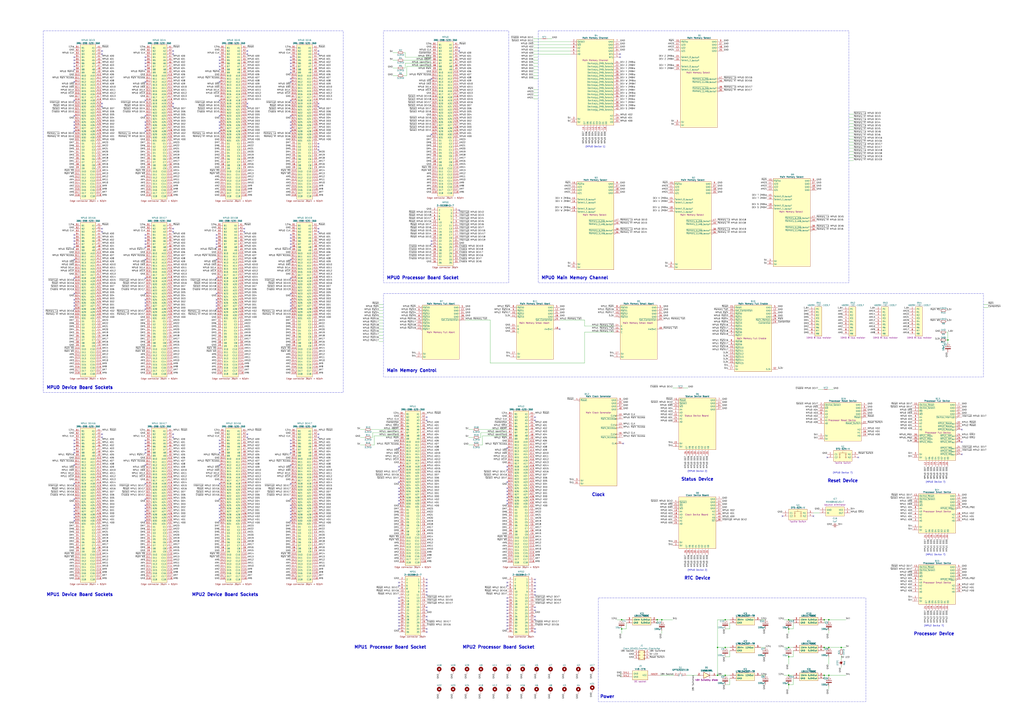
<source format=kicad_sch>
(kicad_sch (version 20250114) (generator "eeschema") (generator_version "9.0")
  (paper "A1")
  (title_block (title "HCP65 Small Full") (date "2025-09-14") (rev "V0"))
  (lib_symbols
    (symbol "Bourns:4609X-101-103LF" (pin_names (offset 0.762))
      (property "Reference" "RN" (at 8.255 5.08 0))
      (property "Value" "4609X-101-103LF" (at 8.255 3.175 0))
      (property "Description" "10KΩ 8-bus resistor" (at 8.255 -23.495 0))
      (symbol "4609X-101-103LF_0_0"
        (pin passive line (at 0 0 0) (length 5.08) (name "PC") (number "1"))
        (pin passive line (at 0 -2.54 0) (length 5.08) (name "R1") (number "2"))
        (pin passive line (at 0 -5.08 0) (length 5.08) (name "R2") (number "3"))
        (pin passive line (at 0 -7.62 0) (length 5.08) (name "R3") (number "4"))
        (pin passive line (at 0 -10.16 0) (length 5.08) (name "R4") (number "5"))
        (pin passive line (at 0 -12.7 0) (length 5.08) (name "R5") (number "6"))
        (pin passive line (at 0 -15.24 0) (length 5.08) (name "R6") (number "7"))
        (pin passive line (at 0 -17.78 0) (length 5.08) (name "R7") (number "8"))
        (pin passive line (at 0 -20.32 0) (length 5.08) (name "R8") (number "9"))
      )
    )
    (symbol "Connector_Generic:Conn_02x03_Odd_Even" (pin_names (offset 1.016) (hide yes))
      (property "Reference" "J" (at 1.27 5.08 0))
      (property "Value" "Conn_02x03_Odd_Even" (at 1.27 -5.08 0))
      (symbol "Conn_02x03_Odd_Even_1_1"
        (pin passive line (at -5.08 2.54 0) (length 3.81) (name "Pin_1") (number "1"))
        (pin passive line (at -5.08 0 0) (length 3.81) (name "Pin_3") (number "3"))
        (pin passive line (at -5.08 -2.54 0) (length 3.81) (name "Pin_5") (number "5"))
        (pin passive line (at 7.62 2.54 180) (length 3.81) (name "Pin_2") (number "2"))
        (pin passive line (at 7.62 0 180) (length 3.81) (name "Pin_4") (number "4"))
        (pin passive line (at 7.62 -2.54 180) (length 3.81) (name "Pin_6") (number "6"))
      )
    )
    (symbol "Diptronic:DTS-62N-V" (pin_names (offset 0.762))
      (property "Reference" "S" (at 12.7 6.35 0))
      (property "Value" "DTS-62N-V" (at 12.7 4.445 0))
      (property "Description" "Tactile Switch" (at 12.7 -6.985 0))
      (symbol "DTS-62N-V_0_0"
        (pin passive line (at 0 0 0) (length 5.08) (name "C1") (number "1"))
        (pin passive line (at 0 -2.54 0) (length 5.08) (name "C2") (number "2"))
        (pin passive line (at 25.4 0 180) (length 5.08) (name "N1") (number "3"))
        (pin passive line (at 25.4 -2.54 180) (length 5.08) (name "N2") (number "4"))
      )
    )
    (symbol "EDAC:395-098-520-350" (pin_names (offset 0.762))
      (property "Reference" "J" (at 11.43 6.35 0))
      (property "Value" "395-098-520-350" (at 11.43 3.81 0))
      (symbol "395-098-520-350_0_0"
        (pin passive line (at 0 0 0) (length 5.08) (name "B1") (number "B1"))
        (pin passive line (at 0 -2.54 0) (length 5.08) (name "B2") (number "B2"))
        (pin passive line (at 0 -5.08 0) (length 5.08) (name "B3") (number "B3"))
        (pin passive line (at 0 -7.62 0) (length 5.08) (name "B4") (number "B4"))
        (pin passive line (at 0 -10.16 0) (length 5.08) (name "B5") (number "B5"))
        (pin passive line (at 0 -12.7 0) (length 5.08) (name "B6") (number "B6"))
        (pin passive line (at 0 -15.24 0) (length 5.08) (name "B7") (number "B7"))
        (pin passive line (at 0 -17.78 0) (length 5.08) (name "B8") (number "B8"))
        (pin passive line (at 0 -20.32 0) (length 5.08) (name "B9") (number "B9"))
        (pin passive line (at 0 -22.86 0) (length 5.08) (name "B10") (number "B10"))
        (pin passive line (at 0 -25.4 0) (length 5.08) (name "B11") (number "B11"))
        (pin passive line (at 0 -27.94 0) (length 5.08) (name "B12") (number "B12"))
        (pin passive line (at 0 -30.48 0) (length 5.08) (name "B13") (number "B13"))
        (pin passive line (at 0 -33.02 0) (length 5.08) (name "B14") (number "B14"))
        (pin passive line (at 0 -35.56 0) (length 5.08) (name "B15") (number "B15"))
        (pin passive line (at 0 -38.1 0) (length 5.08) (name "B16") (number "B16"))
        (pin passive line (at 0 -40.64 0) (length 5.08) (name "B17") (number "B17"))
        (pin passive line (at 0 -43.18 0) (length 5.08) (name "B18") (number "B18"))
        (pin passive line (at 0 -45.72 0) (length 5.08) (name "B19") (number "B19"))
        (pin passive line (at 0 -48.26 0) (length 5.08) (name "B20") (number "B20"))
        (pin passive line (at 0 -50.8 0) (length 5.08) (name "B21") (number "B21"))
        (pin passive line (at 0 -53.34 0) (length 5.08) (name "B22") (number "B22"))
        (pin passive line (at 0 -55.88 0) (length 5.08) (name "B23") (number "B23"))
        (pin passive line (at 0 -58.42 0) (length 5.08) (name "B24") (number "B24"))
        (pin passive line (at 0 -60.96 0) (length 5.08) (name "B25") (number "B25"))
        (pin passive line (at 0 -63.5 0) (length 5.08) (name "B26") (number "B26"))
        (pin passive line (at 0 -66.04 0) (length 5.08) (name "B27") (number "B27"))
        (pin passive line (at 0 -68.58 0) (length 5.08) (name "B28") (number "B28"))
        (pin passive line (at 0 -71.12 0) (length 5.08) (name "B29") (number "B29"))
        (pin passive line (at 0 -73.66 0) (length 5.08) (name "B30") (number "B30"))
        (pin passive line (at 0 -76.2 0) (length 5.08) (name "B31") (number "B31"))
        (pin passive line (at 0 -78.74 0) (length 5.08) (name "D1") (number "D1"))
        (pin passive line (at 0 -81.28 0) (length 5.08) (name "D2") (number "D2"))
        (pin passive line (at 0 -83.82 0) (length 5.08) (name "D3") (number "D3"))
        (pin passive line (at 0 -86.36 0) (length 5.08) (name "D4") (number "D4"))
        (pin passive line (at 0 -88.9 0) (length 5.08) (name "D5") (number "D5"))
        (pin passive line (at 0 -91.44 0) (length 5.08) (name "D6") (number "D6"))
        (pin passive line (at 0 -93.98 0) (length 5.08) (name "D7") (number "D7"))
        (pin passive line (at 0 -96.52 0) (length 5.08) (name "D8") (number "D8"))
        (pin passive line (at 0 -99.06 0) (length 5.08) (name "D9") (number "D9"))
        (pin passive line (at 0 -101.6 0) (length 5.08) (name "D10") (number "D10"))
        (pin passive line (at 0 -104.14 0) (length 5.08) (name "D11") (number "D11"))
        (pin passive line (at 0 -106.68 0) (length 5.08) (name "D12") (number "D12"))
        (pin passive line (at 0 -109.22 0) (length 5.08) (name "D13") (number "D13"))
        (pin passive line (at 0 -111.76 0) (length 5.08) (name "D14") (number "D14"))
        (pin passive line (at 0 -114.3 0) (length 5.08) (name "D15") (number "D15"))
        (pin passive line (at 0 -116.84 0) (length 5.08) (name "D16") (number "D16"))
        (pin passive line (at 0 -119.38 0) (length 5.08) (name "D17") (number "D17"))
        (pin passive line (at 0 -121.92 0) (length 5.08) (name "D18") (number "D18"))
        (pin passive line (at 22.86 0 180) (length 5.08) (name "A1") (number "A1"))
        (pin passive line (at 22.86 -2.54 180) (length 5.08) (name "A2") (number "A2"))
        (pin passive line (at 22.86 -5.08 180) (length 5.08) (name "A3") (number "A3"))
        (pin passive line (at 22.86 -7.62 180) (length 5.08) (name "A4") (number "A4"))
        (pin passive line (at 22.86 -10.16 180) (length 5.08) (name "A5") (number "A5"))
        (pin passive line (at 22.86 -12.7 180) (length 5.08) (name "A6") (number "A6"))
        (pin passive line (at 22.86 -15.24 180) (length 5.08) (name "A7") (number "A7"))
        (pin passive line (at 22.86 -17.78 180) (length 5.08) (name "A8") (number "A8"))
        (pin passive line (at 22.86 -20.32 180) (length 5.08) (name "A9") (number "A9"))
        (pin passive line (at 22.86 -22.86 180) (length 5.08) (name "A10") (number "A10"))
        (pin passive line (at 22.86 -25.4 180) (length 5.08) (name "A11") (number "A11"))
        (pin passive line (at 22.86 -27.94 180) (length 5.08) (name "A12") (number "A12"))
        (pin passive line (at 22.86 -30.48 180) (length 5.08) (name "A13") (number "A13"))
        (pin passive line (at 22.86 -33.02 180) (length 5.08) (name "A14") (number "A14"))
        (pin passive line (at 22.86 -35.56 180) (length 5.08) (name "A15") (number "A15"))
        (pin passive line (at 22.86 -38.1 180) (length 5.08) (name "A16") (number "A16"))
        (pin passive line (at 22.86 -40.64 180) (length 5.08) (name "A17") (number "A17"))
        (pin passive line (at 22.86 -43.18 180) (length 5.08) (name "A18") (number "A18"))
        (pin passive line (at 22.86 -45.72 180) (length 5.08) (name "A19") (number "A19"))
        (pin passive line (at 22.86 -48.26 180) (length 5.08) (name "A20") (number "A20"))
        (pin passive line (at 22.86 -50.8 180) (length 5.08) (name "A21") (number "A21"))
        (pin passive line (at 22.86 -53.34 180) (length 5.08) (name "A22") (number "A22"))
        (pin passive line (at 22.86 -55.88 180) (length 5.08) (name "A23") (number "A23"))
        (pin passive line (at 22.86 -58.42 180) (length 5.08) (name "A24") (number "A24"))
        (pin passive line (at 22.86 -60.96 180) (length 5.08) (name "A25") (number "A25"))
        (pin passive line (at 22.86 -63.5 180) (length 5.08) (name "A26") (number "A26"))
        (pin passive line (at 22.86 -66.04 180) (length 5.08) (name "A27") (number "A27"))
        (pin passive line (at 22.86 -68.58 180) (length 5.08) (name "A28") (number "A28"))
        (pin passive line (at 22.86 -71.12 180) (length 5.08) (name "A29") (number "A29"))
        (pin passive line (at 22.86 -73.66 180) (length 5.08) (name "A30") (number "A30"))
        (pin passive line (at 22.86 -76.2 180) (length 5.08) (name "A31") (number "A31"))
        (pin passive line (at 22.86 -78.74 180) (length 5.08) (name "C1") (number "C1"))
        (pin passive line (at 22.86 -81.28 180) (length 5.08) (name "C2") (number "C2"))
        (pin passive line (at 22.86 -83.82 180) (length 5.08) (name "C3") (number "C3"))
        (pin passive line (at 22.86 -86.36 180) (length 5.08) (name "C4") (number "C4"))
        (pin passive line (at 22.86 -88.9 180) (length 5.08) (name "C5") (number "C5"))
        (pin passive line (at 22.86 -91.44 180) (length 5.08) (name "C6") (number "C6"))
        (pin passive line (at 22.86 -93.98 180) (length 5.08) (name "C7") (number "C7"))
        (pin passive line (at 22.86 -96.52 180) (length 5.08) (name "C8") (number "C8"))
        (pin passive line (at 22.86 -99.06 180) (length 5.08) (name "C9") (number "C9"))
        (pin passive line (at 22.86 -101.6 180) (length 5.08) (name "C10") (number "C10"))
        (pin passive line (at 22.86 -104.14 180) (length 5.08) (name "C11") (number "C11"))
        (pin passive line (at 22.86 -106.68 180) (length 5.08) (name "C12") (number "C12"))
        (pin passive line (at 22.86 -109.22 180) (length 5.08) (name "C13") (number "C13"))
        (pin passive line (at 22.86 -111.76 180) (length 5.08) (name "C14") (number "C14"))
        (pin passive line (at 22.86 -114.3 180) (length 5.08) (name "C15") (number "C15"))
        (pin passive line (at 22.86 -116.84 180) (length 5.08) (name "C16") (number "C16"))
        (pin passive line (at 22.86 -119.38 180) (length 5.08) (name "C17") (number "C17"))
        (pin passive line (at 22.86 -121.92 180) (length 5.08) (name "C18") (number "C18"))
      )
      (symbol "395-098-520-350_1_1"
        (text "Edge connector 36pin + 62pin" (at 11.43 -125.73 0) (effects (font (size 1.27 1.27))))
      )
    )
    (symbol "HCP65:C_0805" (pin_numbers (hide yes)) (pin_names (offset 0.254) (hide yes))
      (property "Reference" "C" (at 2.286 2.54 0))
      (property "Value" "?μF" (at 2.54 -2.54 0))
      (symbol "C_0805_1_1"
        (pin passive line (at 0 0 0) (length 2.032) (name "~") (number "1"))
        (pin passive line (at 5.08 0 180) (length 2.032) (name "~") (number "2"))
      )
    )
    (symbol "HCP65:C_Radial_D4.0mm_P2.00mm" (pin_numbers (hide yes)) (pin_names (offset 0.254))
      (property "Reference" "C" (at 0.635 2.54 0))
      (property "Value" "?μF" (at 0.635 -2.54 0))
      (symbol "C_Radial_D4.0mm_P2.00mm_1_1"
        (pin passive line (at 0 3.81 270) (length 2.794) (name "~") (number "1"))
        (pin passive line (at 0 -3.81 90) (length 2.794) (name "~") (number "2"))
      )
    )
    (symbol "HCP65:C_Radial_D6.3mm_P2.50mm" (pin_numbers (hide yes)) (pin_names (offset 0.254))
      (property "Reference" "C" (at 0.635 2.54 0))
      (property "Value" "?μF" (at 0.635 -2.54 0))
      (symbol "C_Radial_D6.3mm_P2.50mm_1_1"
        (pin passive line (at 0 3.81 270) (length 2.794) (name "~") (number "1"))
        (pin passive line (at 0 -3.81 90) (length 2.794) (name "~") (number "2"))
      )
    )
    (symbol "HCP65:C_Radial_D8.0mm_P3.80mm" (pin_numbers (hide yes)) (pin_names (offset 0.254))
      (property "Reference" "C" (at 0.635 2.54 0))
      (property "Value" "?μF" (at 0.635 -2.54 0))
      (symbol "C_Radial_D8.0mm_P3.80mm_1_1"
        (pin passive line (at 0 3.81 270) (length 2.794) (name "~") (number "1"))
        (pin passive line (at 0 -3.81 90) (length 2.794) (name "~") (number "2"))
      )
    )
    (symbol "HCP65:Clock_Device_Board"
      (property "Reference" "B" (at 15.875 5.08 0))
      (property "Value" "Clock Device Board" (at 15.24 3.175 0))
      (property "Description" "Clock Device Board" (at 14.605 -12.7 0))
      (symbol "Clock_Device_Board_1_0"
        (pin input inverted (at -5.08 -7.62 0) (length 5.08) (name "~{WD}") (number "22"))
        (pin input line (at -5.08 -17.78 0) (length 5.08) (name "A1") (number "24"))
        (pin input line (at -5.08 -20.32 0) (length 5.08) (name "A0") (number "25"))
        (pin passive line (at -5.08 -35.56 0) (length 5.08) (name "5V") (number "23"))
        (pin tri_state line (at 6.35 -45.72 90) (length 5.08) (name "D7") (number "26"))
        (pin tri_state line (at 8.89 -45.72 90) (length 5.08) (name "D6") (number "28"))
        (pin tri_state line (at 11.43 -45.72 90) (length 5.08) (name "D5") (number "29"))
        (pin passive line (at 35.56 -7.62 180) (length 5.08) (name "GND") (number "27"))
      )
      (symbol "Clock_Device_Board_1_1"
        (pin no_connect line (at -5.08 0 0) (length 5.08) (hide yes) (name "N.C.") (number "15"))
        (pin input inverted (at -5.08 -2.54 0) (length 5.08) (name "~{Select}") (number "4"))
        (pin input inverted (at -5.08 -5.08 0) (length 5.08) (name "~{RD}") (number "21"))
        (pin input line (at -5.08 -10.16 0) (length 5.08) (name "A4") (number "19"))
        (pin input line (at -5.08 -12.7 0) (length 5.08) (name "A3") (number "18"))
        (pin input line (at -5.08 -15.24 0) (length 5.08) (name "A2") (number "20"))
        (pin no_connect line (at -5.08 -22.86 0) (length 5.08) (hide yes) (name "N.C.") (number "5"))
        (pin no_connect line (at -5.08 -25.4 0) (length 5.08) (hide yes) (name "N.C.") (number "6"))
        (pin no_connect line (at -5.08 -27.94 0) (length 5.08) (hide yes) (name "N.C.") (number "8"))
        (pin no_connect line (at -5.08 -30.48 0) (length 5.08) (hide yes) (name "N.C.") (number "9"))
        (pin no_connect line (at -5.08 -33.02 0) (length 5.08) (hide yes) (name "N.C.") (number "10"))
        (pin passive line (at -5.08 -38.1 0) (length 5.08) (name "5V") (number "3"))
        (pin tri_state line (at 13.97 -45.72 90) (length 5.08) (name "D4") (number "30"))
        (pin tri_state line (at 16.51 -45.72 90) (length 5.08) (name "D3") (number "31"))
        (pin tri_state line (at 19.05 -45.72 90) (length 5.08) (name "D2") (number "32"))
        (pin tri_state line (at 21.59 -45.72 90) (length 5.08) (name "D1") (number "33"))
        (pin tri_state line (at 24.13 -45.72 90) (length 5.08) (name "D0") (number "35"))
        (pin passive line (at 35.56 0 180) (length 5.08) (name "GND") (number "7"))
        (pin passive line (at 35.56 -2.54 180) (length 5.08) (name "GND") (number "14"))
        (pin passive line (at 35.56 -5.08 180) (length 5.08) (name "GND") (number "34"))
        (pin tri_state line (at 35.56 -10.16 180) (length 5.08) (name "H2") (number "37"))
        (pin tri_state line (at 35.56 -12.7 180) (length 5.08) (name "H1") (number "39"))
        (pin tri_state line (at 35.56 -15.24 180) (length 5.08) (name "H0") (number "40"))
        (pin output inverted (at 35.56 -17.78 180) (length 5.08) (name "~{INT}") (number "38"))
        (pin no_connect line (at 35.56 -20.32 180) (length 5.08) (hide yes) (name "N.C.") (number "12"))
        (pin no_connect line (at 35.56 -22.86 180) (length 5.08) (hide yes) (name "N.C.") (number "13"))
        (pin no_connect line (at 35.56 -25.4 180) (length 5.08) (hide yes) (name "N.C.") (number "36"))
        (pin no_connect line (at 35.56 -27.94 180) (length 5.08) (hide yes) (name "N.C.") (number "16"))
        (pin no_connect line (at 35.56 -30.48 180) (length 5.08) (hide yes) (name "N.C.") (number "17"))
        (pin no_connect line (at 35.56 -33.02 180) (length 5.08) (hide yes) (name "N.C.") (number "11"))
        (pin no_connect line (at 35.56 -35.56 180) (length 5.08) (hide yes) (name "N.C.") (number "1"))
        (pin no_connect line (at 35.56 -38.1 180) (length 5.08) (hide yes) (name "N.C.") (number "2"))
      )
    )
    (symbol "HCP65:LED" (pin_numbers (hide yes)) (pin_names (offset 0.254) (hide yes))
      (property "Reference" "LED" (at 0 3.175 0))
      (property "Value" "Colour" (at 0 -2.54 0))
      (symbol "LED_1_1"
        (pin passive line (at -2.54 0 0) (length 1.778) (name "K") (number "1"))
        (pin passive line (at 2.54 0 180) (length 1.778) (name "A") (number "2"))
      )
    )
    (symbol "HCP65:Main_Clock_Generator"
      (property "Reference" "B" (at 15.24 5.08 0))
      (property "Value" "Main Clock Generator" (at 15.24 3.175 0))
      (property "Description" "Main Clock Generator" (at 15.24 -10.16 0))
      (symbol "Main_Clock_Generator_1_0"
        (pin no_connect line (at -5.08 -43.18 0) (length 5.08) (hide yes) (name "N.C.") (number "32"))
        (pin no_connect line (at -5.08 -45.72 0) (length 5.08) (hide yes) (name "N.C.") (number "33"))
        (pin no_connect line (at -5.08 -48.26 0) (length 5.08) (hide yes) (name "N.C.") (number "34"))
        (pin no_connect line (at -5.08 -53.34 0) (length 5.08) (hide yes) (name "N.C.") (number "36"))
        (pin no_connect line (at -5.08 -55.88 0) (length 5.08) (hide yes) (name "N.C.") (number "38"))
        (pin no_connect line (at -5.08 -58.42 0) (length 5.08) (hide yes) (name "N.C.") (number "39"))
        (pin passive line (at 35.56 -5.08 180) (length 5.08) (name "GND") (number "37"))
        (pin no_connect line (at 35.56 -25.4 180) (length 5.08) (hide yes) (name "N.C.") (number "56"))
        (pin no_connect line (at 35.56 -38.1 180) (length 5.08) (hide yes) (name "N.C.") (number "54"))
        (pin no_connect line (at 35.56 -50.8 180) (length 5.08) (hide yes) (name "N.C.") (number "45"))
      )
      (symbol "Main_Clock_Generator_1_1"
        (pin input inverted (at -5.08 0 0) (length 5.08) (name "~{Reset}") (number "4"))
        (pin no_connect line (at -5.08 -2.54 0) (length 5.08) (hide yes) (name "N.C.") (number "23"))
        (pin no_connect line (at -5.08 -5.08 0) (length 5.08) (hide yes) (name "N.C.") (number "1"))
        (pin no_connect line (at -5.08 -7.62 0) (length 5.08) (hide yes) (name "N.C.") (number "2"))
        (pin no_connect line (at -5.08 -10.16 0) (length 5.08) (hide yes) (name "N.C.") (number "5"))
        (pin no_connect line (at -5.08 -12.7 0) (length 5.08) (hide yes) (name "N.C.") (number "8"))
        (pin no_connect line (at -5.08 -15.24 0) (length 5.08) (hide yes) (name "N.C.") (number "7"))
        (pin no_connect inverted (at -5.08 -17.78 0) (length 5.08) (hide yes) (name "N.C.") (number "19"))
        (pin no_connect inverted (at -5.08 -20.32 0) (length 5.08) (hide yes) (name "N.C.") (number "12"))
        (pin no_connect line (at -5.08 -22.86 0) (length 5.08) (hide yes) (name "N.C.") (number "15"))
        (pin no_connect line (at -5.08 -25.4 0) (length 5.08) (hide yes) (name "N.C.") (number "24"))
        (pin no_connect line (at -5.08 -27.94 0) (length 5.08) (hide yes) (name "N.C.") (number "25"))
        (pin no_connect line (at -5.08 -30.48 0) (length 5.08) (hide yes) (name "N.C.") (number "26"))
        (pin no_connect line (at -5.08 -33.02 0) (length 5.08) (hide yes) (name "N.C.") (number "27"))
        (pin no_connect line (at -5.08 -35.56 0) (length 5.08) (hide yes) (name "N.C.") (number "28"))
        (pin no_connect line (at -5.08 -38.1 0) (length 5.08) (hide yes) (name "N.C.") (number "29"))
        (pin no_connect line (at -5.08 -40.64 0) (length 5.08) (hide yes) (name "N.C.") (number "30"))
        (pin no_connect line (at -5.08 -50.8 0) (length 5.08) (hide yes) (name "N.C.") (number "35"))
        (pin no_connect line (at -5.08 -60.96 0) (length 5.08) (hide yes) (name "N.C.") (number "40"))
        (pin no_connect line (at -5.08 -63.5 0) (length 5.08) (hide yes) (name "N.C.") (number "42"))
        (pin passive line (at -5.08 -66.04 0) (length 5.08) (name "5V") (number "3"))
        (pin passive line (at -5.08 -68.58 0) (length 5.08) (name "5V") (number "31"))
        (pin passive line (at 35.56 0 180) (length 5.08) (name "GND") (number "9"))
        (pin passive line (at 35.56 -2.54 180) (length 5.08) (name "GND") (number "20"))
        (pin passive line (at 35.56 -7.62 180) (length 5.08) (name "GND") (number "48"))
        (pin no_connect line (at 35.56 -10.16 180) (length 5.08) (hide yes) (name "N.C.") (number "6"))
        (pin output clock (at 35.56 -12.7 180) (length 5.08) (name "CLK_{0}") (number "10"))
        (pin output clock (at 35.56 -15.24 180) (length 5.08) (name "~{Main_Access}_{0}") (number "11"))
        (pin no_connect line (at 35.56 -17.78 180) (length 5.08) (hide yes) (name "N.C.") (number "52"))
        (pin output clock (at 35.56 -20.32 180) (length 5.08) (name "CLK_{1}") (number "13"))
        (pin output clock (at 35.56 -22.86 180) (length 5.08) (name "~{Main_Access}_{1}") (number "14"))
        (pin output clock (at 35.56 -27.94 180) (length 5.08) (name "CLK_{2}") (number "16"))
        (pin output clock (at 35.56 -30.48 180) (length 5.08) (name "~{Main_Access}_{2}") (number "17"))
        (pin no_connect inverted (at 35.56 -33.02 180) (length 5.08) (hide yes) (name "N.C.") (number "18"))
        (pin output clock (at 35.56 -35.56 180) (length 5.08) (name "CLK") (number "51"))
        (pin no_connect line (at 35.56 -40.64 180) (length 5.08) (hide yes) (name "N.C.") (number "46"))
        (pin no_connect line (at 35.56 -43.18 180) (length 5.08) (hide yes) (name "N.C.") (number "44"))
        (pin no_connect line (at 35.56 -45.72 180) (length 5.08) (hide yes) (name "N.C.") (number "22"))
        (pin no_connect line (at 35.56 -48.26 180) (length 5.08) (hide yes) (name "N.C.") (number "43"))
        (pin no_connect line (at 35.56 -53.34 180) (length 5.08) (hide yes) (name "N.C.") (number "47"))
        (pin no_connect inverted (at 35.56 -55.88 180) (length 5.08) (hide yes) (name "N.C.") (number "21"))
        (pin no_connect line (at 35.56 -58.42 180) (length 5.08) (hide yes) (name "N.C.") (number "53"))
        (pin no_connect line (at 35.56 -60.96 180) (length 5.08) (hide yes) (name "N.C.") (number "41"))
        (pin no_connect line (at 35.56 -63.5 180) (length 5.08) (hide yes) (name "N.C.") (number "55"))
        (pin no_connect line (at 35.56 -66.04 180) (length 5.08) (hide yes) (name "N.C.") (number "49"))
        (pin no_connect line (at 35.56 -68.58 180) (length 5.08) (hide yes) (name "N.C.") (number "50"))
      )
    )
    (symbol "HCP65:Main_Memory_Channel"
      (property "Reference" "B" (at 15.875 5.08 0))
      (property "Value" "Main Memory Channel" (at 15.24 3.175 0))
      (property "Description" "Main Memory Channel" (at 15.24 -15.24 0))
      (symbol "Main_Memory_Channel_1_0"
        (pin passive line (at 35.56 -7.62 180) (length 5.08) (name "GND") (number "34"))
        (pin output line (at 35.56 -38.1 180) (length 5.08) (name "Device_{(V)}_2MB_Select_{0}") (number "32"))
        (pin output line (at 35.56 -40.64 180) (length 5.08) (name "Device_{(V)}_2MB_Select_{1}") (number "33"))
        (pin output line (at 35.56 -43.18 180) (length 5.08) (name "Device_{(U)}_2MB_Select_{0}") (number "35"))
        (pin output line (at 35.56 -45.72 180) (length 5.08) (name "Device_{(U)}_2MB_Select_{1}") (number "36"))
        (pin output line (at 35.56 -48.26 180) (length 5.08) (name "Device_{(T)}_2MB_Select_{0}") (number "37"))
        (pin output line (at 35.56 -50.8 180) (length 5.08) (name "Device_{(T)}_2MB_Select_{1}") (number "38"))
        (pin output line (at 35.56 -53.34 180) (length 5.08) (name "Device_{(S)}_2MB_Select_{0}") (number "39"))
      )
      (symbol "Main_Memory_Channel_1_1"
        (pin input inverted (at -5.08 0 0) (length 5.08) (name "~{Select}") (number "2"))
        (pin input inverted (at -5.08 -2.54 0) (length 5.08) (name "~{WD}") (number "9"))
        (pin input line (at -5.08 -5.08 0) (length 5.08) (name "A2") (number "8"))
        (pin input line (at -5.08 -7.62 0) (length 5.08) (name "A1") (number "6"))
        (pin input line (at -5.08 -10.16 0) (length 5.08) (name "A0") (number "5"))
        (pin passive line (at -5.08 -63.5 0) (length 5.08) (name "5V") (number "3"))
        (pin passive line (at -5.08 -66.04 0) (length 5.08) (name "5V") (number "23"))
        (pin tri_state line (at 6.35 -73.66 90) (length 5.08) (name "D7") (number "10"))
        (pin tri_state line (at 8.89 -73.66 90) (length 5.08) (name "D6") (number "11"))
        (pin tri_state line (at 11.43 -73.66 90) (length 5.08) (name "D5") (number "12"))
        (pin tri_state line (at 13.97 -73.66 90) (length 5.08) (name "D4") (number "13"))
        (pin tri_state line (at 16.51 -73.66 90) (length 5.08) (name "D3") (number "15"))
        (pin tri_state line (at 19.05 -73.66 90) (length 5.08) (name "D2") (number "16"))
        (pin tri_state line (at 21.59 -73.66 90) (length 5.08) (name "D1") (number "17"))
        (pin tri_state line (at 24.13 -73.66 90) (length 5.08) (name "D0") (number "18"))
        (pin passive line (at 35.56 0 180) (length 5.08) (name "GND") (number "7"))
        (pin passive line (at 35.56 -2.54 180) (length 5.08) (name "GND") (number "14"))
        (pin passive line (at 35.56 -5.08 180) (length 5.08) (name "GND") (number "27"))
        (pin output line (at 35.56 -10.16 180) (length 5.08) (name "WY_{2}") (number "1"))
        (pin output line (at 35.56 -12.7 180) (length 5.08) (name "WY_{3}") (number "4"))
        (pin output line (at 35.56 -17.78 180) (length 5.08) (name "Device_{(Z)}_2MB_Select_{0}") (number "21"))
        (pin output line (at 35.56 -20.32 180) (length 5.08) (name "Device_{(Z)}_2MB_Select_{1}") (number "22"))
        (pin output line (at 35.56 -22.86 180) (length 5.08) (name "Device_{(Y)}_2MB_Select_{0}") (number "25"))
        (pin output line (at 35.56 -25.4 180) (length 5.08) (name "Device_{(Y)}_2MB_Select_{1}") (number "26"))
        (pin output line (at 35.56 -27.94 180) (length 5.08) (name "Device_{(X)}_2MB_Select_{0}") (number "28"))
        (pin output line (at 35.56 -30.48 180) (length 5.08) (name "Device_{(X)}_2MB_Select_{1}") (number "29"))
        (pin output line (at 35.56 -33.02 180) (length 5.08) (name "Device_{(W)}_2MB_Select_{0}") (number "30"))
        (pin output line (at 35.56 -35.56 180) (length 5.08) (name "Device_{(W)}_2MB_Select_{1}") (number "31"))
        (pin output line (at 35.56 -55.88 180) (length 5.08) (name "Device_{(S)}_2MB_Select_{1}") (number "40"))
        (pin tri_state line (at 35.56 -60.96 180) (length 5.08) (name "H2") (number "24"))
        (pin tri_state line (at 35.56 -63.5 180) (length 5.08) (name "H1") (number "19"))
        (pin tri_state line (at 35.56 -66.04 180) (length 5.08) (name "H0") (number "20"))
      )
    )
    (symbol "HCP65:Main_Memory_Full_Abort"
      (property "Reference" "B" (at 15.875 5.08 0))
      (property "Value" "Main Memory Full Abort" (at 15.24 3.175 0))
      (property "Description" "Main Memory Full Abort" (at 15.24 -20.32 0))
      (symbol "Main_Memory_Full_Abort_1_0"
        (pin no_connect line (at 35.56 -38.1 180) (length 5.08) (hide yes) (name "N.C.") (number "32"))
      )
      (symbol "Main_Memory_Full_Abort_1_1"
        (pin input inverted (at -5.08 0 0) (length 5.08) (name "~{Main}0") (number "4"))
        (pin input inverted (at -5.08 -2.54 0) (length 5.08) (name "~{Main}1") (number "6"))
        (pin input inverted (at -5.08 -5.08 0) (length 5.08) (name "~{Main}2") (number "7"))
        (pin input inverted (at -5.08 -7.62 0) (length 5.08) (name "~{Main}3") (number "8"))
        (pin input inverted (at -5.08 -10.16 0) (length 5.08) (name "~{Main}4") (number "9"))
        (pin input inverted (at -5.08 -12.7 0) (length 5.08) (name "~{Main}5") (number "10"))
        (pin input inverted (at -5.08 -15.24 0) (length 5.08) (name "~{Main}6") (number "11"))
        (pin input inverted (at -5.08 -17.78 0) (length 5.08) (name "~{Main}7") (number "13"))
        (pin no_connect line (at -5.08 -22.86 0) (length 5.08) (hide yes) (name "N.C.") (number "2"))
        (pin no_connect line (at -5.08 -25.4 0) (length 5.08) (hide yes) (name "N.C.") (number "3"))
        (pin no_connect line (at -5.08 -27.94 0) (length 5.08) (hide yes) (name "N.C.") (number "14"))
        (pin no_connect line (at -5.08 -30.48 0) (length 5.08) (hide yes) (name "N.C.") (number "15"))
        (pin no_connect line (at -5.08 -33.02 0) (length 5.08) (hide yes) (name "N.C.") (number "16"))
        (pin no_connect line (at -5.08 -35.56 0) (length 5.08) (hide yes) (name "N.C.") (number "18"))
        (pin passive line (at -5.08 -38.1 0) (length 5.08) (name "5V") (number "1"))
        (pin passive line (at -5.08 -40.64 0) (length 5.08) (name "5V") (number "17"))
        (pin passive line (at 35.56 0 180) (length 5.08) (name "GND") (number "5"))
        (pin passive line (at 35.56 -2.54 180) (length 5.08) (name "GND") (number "12"))
        (pin passive line (at 35.56 -5.08 180) (length 5.08) (name "GND") (number "21"))
        (pin passive line (at 35.56 -7.62 180) (length 5.08) (name "GND") (number "28"))
        (pin output inverted (at 35.56 -10.16 180) (length 5.08) (name "~{Set_Contention}") (number "20"))
        (pin no_connect line (at 35.56 -12.7 180) (length 5.08) (hide yes) (name "N.C.") (number "22"))
        (pin no_connect line (at 35.56 -15.24 180) (length 5.08) (hide yes) (name "N.C.") (number "23"))
        (pin no_connect line (at 35.56 -17.78 180) (length 5.08) (hide yes) (name "N.C.") (number "24"))
        (pin no_connect line (at 35.56 -22.86 180) (length 5.08) (hide yes) (name "N.C.") (number "25"))
        (pin no_connect line (at 35.56 -25.4 180) (length 5.08) (hide yes) (name "N.C.") (number "26"))
        (pin no_connect line (at 35.56 -27.94 180) (length 5.08) (hide yes) (name "N.C.") (number "27"))
        (pin no_connect line (at 35.56 -30.48 180) (length 5.08) (hide yes) (name "N.C.") (number "29"))
        (pin no_connect line (at 35.56 -33.02 180) (length 5.08) (hide yes) (name "N.C.") (number "30"))
        (pin no_connect line (at 35.56 -35.56 180) (length 5.08) (hide yes) (name "N.C.") (number "31"))
        (pin no_connect line (at 35.56 -40.64 180) (length 5.08) (hide yes) (name "N.C.") (number "19"))
      )
    )
    (symbol "HCP65:Main_Memory_Full_Enable"
      (property "Reference" "B" (at 15.24 5.08 0))
      (property "Value" "Main Memory Full Enable" (at 15.24 3.175 0))
      (property "Description" "Main Memory Full Enable" (at 13.97 -25.4 0))
      (symbol "Main_Memory_Full_Enable_1_0"
        (pin passive line (at 35.56 -50.8 180) (length 5.08) (name "3.3V") (number "32"))
      )
      (symbol "Main_Memory_Full_Enable_1_1"
        (pin input inverted (at -5.08 0 0) (length 5.08) (name "~{Reset}") (number "15"))
        (pin input inverted (at -5.08 -2.54 0) (length 5.08) (name "~{Set_Contention}") (number "16"))
        (pin input inverted (at -5.08 -5.08 0) (length 5.08) (name "~{Main}0") (number "27"))
        (pin input inverted (at -5.08 -7.62 0) (length 5.08) (name "~{Main}1") (number "30"))
        (pin input inverted (at -5.08 -10.16 0) (length 5.08) (name "~{Main}2") (number "31"))
        (pin input inverted (at -5.08 -12.7 0) (length 5.08) (name "~{Main}3") (number "2"))
        (pin input inverted (at -5.08 -15.24 0) (length 5.08) (name "~{Main}4") (number "3"))
        (pin input inverted (at -5.08 -17.78 0) (length 5.08) (name "~{Main}5") (number "4"))
        (pin input inverted (at -5.08 -20.32 0) (length 5.08) (name "~{Main}6") (number "6"))
        (pin input inverted (at -5.08 -22.86 0) (length 5.08) (name "~{Main}7") (number "7"))
        (pin input inverted (at -5.08 -27.94 0) (length 5.08) (name "~{Main}8") (number "8"))
        (pin input inverted (at -5.08 -30.48 0) (length 5.08) (name "~{Main}9") (number "9"))
        (pin input inverted (at -5.08 -33.02 0) (length 5.08) (name "~{Main}10") (number "10"))
        (pin input inverted (at -5.08 -35.56 0) (length 5.08) (name "~{Main}11") (number "11"))
        (pin input inverted (at -5.08 -38.1 0) (length 5.08) (name "~{Main}12") (number "13"))
        (pin input inverted (at -5.08 -40.64 0) (length 5.08) (name "~{Main}13") (number "14"))
        (pin input inverted (at -5.08 -43.18 0) (length 5.08) (name "~{Main}14") (number "22"))
        (pin input inverted (at -5.08 -45.72 0) (length 5.08) (name "~{Main}15") (number "23"))
        (pin passive line (at -5.08 -48.26 0) (length 5.08) (name "5V") (number "1"))
        (pin passive line (at -5.08 -50.8 0) (length 5.08) (name "5V") (number "17"))
        (pin passive line (at 35.56 0 180) (length 5.08) (name "GND") (number "5"))
        (pin passive line (at 35.56 -2.54 180) (length 5.08) (name "GND") (number "12"))
        (pin passive line (at 35.56 -5.08 180) (length 5.08) (name "GND") (number "21"))
        (pin passive line (at 35.56 -7.62 180) (length 5.08) (name "GND") (number "28"))
        (pin output inverted (at 35.56 -10.16 180) (length 5.08) (name "~{Main_Memory}") (number "29"))
        (pin output inverted (at 35.56 -12.7 180) (length 5.08) (name "~{Contention}") (number "19"))
        (pin no_connect line (at 35.56 -15.24 180) (length 5.08) (hide yes) (name "N.C.") (number "18"))
        (pin no_connect line (at 35.56 -17.78 180) (length 5.08) (hide yes) (name "N.C.") (number "20"))
        (pin no_connect line (at 35.56 -20.32 180) (length 5.08) (hide yes) (name "N.C.") (number "24"))
        (pin no_connect line (at 35.56 -22.86 180) (length 5.08) (hide yes) (name "N.C.") (number "25"))
        (pin no_connect line (at 35.56 -25.4 180) (length 5.08) (hide yes) (name "N.C.") (number "26"))
      )
    )
    (symbol "HCP65:Main_Memory_Select"
      (property "Reference" "B" (at 15.875 5.08 0))
      (property "Value" "Main Memory Select" (at 15.24 3.175 0))
      (property "Description" "Main Memory Select" (at 14.605 -25.4 0))
      (symbol "Main_Memory_Select_1_0"
        (pin no_connect line (at -5.08 -10.16 0) (length 5.08) (hide yes) (name "N.C.") (number "33"))
        (pin no_connect line (at -5.08 -17.78 0) (length 5.08) (hide yes) (name "N.C.") (number "32"))
        (pin passive line (at 35.56 -2.54 180) (length 5.08) (name "GND") (number "37"))
        (pin no_connect line (at 35.56 -17.78 180) (length 5.08) (hide yes) (name "N.C.") (number "34"))
        (pin no_connect line (at 35.56 -20.32 180) (length 5.08) (hide yes) (name "N.C.") (number "54"))
        (pin no_connect line (at 35.56 -22.86 180) (length 5.08) (hide yes) (name "N.C.") (number "56"))
        (pin output inverted (at 35.56 -38.1 180) (length 5.08) (name "~{Memory__{0..2MB}}_{_Device}Y") (number "38"))
        (pin output inverted (at 35.56 -40.64 180) (length 5.08) (name "~{Memory__{2..4MB}}_{_Device}Y") (number "36"))
        (pin no_connect line (at 35.56 -43.18 180) (length 5.08) (hide yes) (name "N.C.") (number "39"))
        (pin no_connect line (at 35.56 -50.8 180) (length 5.08) (hide yes) (name "N.C.") (number "45"))
      )
      (symbol "Main_Memory_Select_1_1"
        (pin input inverted (at -5.08 0 0) (length 5.08) (name "~{Main}_{M}") (number "10"))
        (pin input line (at -5.08 -2.54 0) (length 5.08) (name "A23") (number "11"))
        (pin input line (at -5.08 -5.08 0) (length 5.08) (name "A22") (number "12"))
        (pin input line (at -5.08 -7.62 0) (length 5.08) (name "A21") (number "13"))
        (pin input line (at -5.08 -12.7 0) (length 5.08) (name "Select_0_{_Device}X") (number "15"))
        (pin input line (at -5.08 -15.24 0) (length 5.08) (name "Select_1_{_Device}X") (number "16"))
        (pin input line (at -5.08 -20.32 0) (length 5.08) (name "Select_0_{_Device}Y") (number "18"))
        (pin input line (at -5.08 -22.86 0) (length 5.08) (name "Select_1_{_Device}Y") (number "19"))
        (pin no_connect line (at -5.08 -25.4 0) (length 5.08) (hide yes) (name "N.C.") (number "1"))
        (pin no_connect line (at -5.08 -27.94 0) (length 5.08) (hide yes) (name "N.C.") (number "2"))
        (pin no_connect line (at -5.08 -30.48 0) (length 5.08) (hide yes) (name "N.C.") (number "4"))
        (pin no_connect line (at -5.08 -33.02 0) (length 5.08) (hide yes) (name "N.C.") (number "5"))
        (pin no_connect line (at -5.08 -35.56 0) (length 5.08) (hide yes) (name "N.C.") (number "6"))
        (pin no_connect line (at -5.08 -38.1 0) (length 5.08) (hide yes) (name "N.C.") (number "7"))
        (pin no_connect line (at -5.08 -40.64 0) (length 5.08) (hide yes) (name "N.C.") (number "8"))
        (pin no_connect line (at -5.08 -43.18 0) (length 5.08) (hide yes) (name "N.C.") (number "14"))
        (pin no_connect line (at -5.08 -45.72 0) (length 5.08) (hide yes) (name "N.C.") (number "17"))
        (pin no_connect line (at -5.08 -48.26 0) (length 5.08) (hide yes) (name "N.C.") (number "21"))
        (pin no_connect line (at -5.08 -50.8 0) (length 5.08) (hide yes) (name "N.C.") (number "22"))
        (pin no_connect line (at -5.08 -53.34 0) (length 5.08) (hide yes) (name "N.C.") (number "24"))
        (pin no_connect line (at -5.08 -55.88 0) (length 5.08) (hide yes) (name "N.C.") (number "25"))
        (pin no_connect line (at -5.08 -58.42 0) (length 5.08) (hide yes) (name "N.C.") (number "26"))
        (pin no_connect line (at -5.08 -60.96 0) (length 5.08) (hide yes) (name "N.C.") (number "27"))
        (pin no_connect line (at -5.08 -63.5 0) (length 5.08) (hide yes) (name "N.C.") (number "28"))
        (pin passive line (at -5.08 -66.04 0) (length 5.08) (name "5V") (number "3"))
        (pin passive line (at -5.08 -68.58 0) (length 5.08) (name "5V") (number "31"))
        (pin passive line (at 35.56 0 180) (length 5.08) (name "GND") (number "9"))
        (pin passive line (at 35.56 -5.08 180) (length 5.08) (name "GND") (number "48"))
        (pin passive line (at 35.56 -7.62 180) (length 5.08) (name "GND") (number "20"))
        (pin no_connect line (at 35.56 -10.16 180) (length 5.08) (hide yes) (name "N.C.") (number "23"))
        (pin no_connect line (at 35.56 -12.7 180) (length 5.08) (hide yes) (name "N.C.") (number "42"))
        (pin no_connect line (at 35.56 -15.24 180) (length 5.08) (hide yes) (name "N.C.") (number "55"))
        (pin no_connect line (at 35.56 -25.4 180) (length 5.08) (hide yes) (name "N.C.") (number "41"))
        (pin no_connect line (at 35.56 -27.94 180) (length 5.08) (hide yes) (name "N.C.") (number "43"))
        (pin output inverted (at 35.56 -30.48 180) (length 5.08) (name "~{Memory__{0..2MB}}_{_Device}X") (number "47"))
        (pin output inverted (at 35.56 -33.02 180) (length 5.08) (name "~{Memory__{2..4MB}}_{_Device}X") (number "46"))
        (pin no_connect line (at 35.56 -35.56 180) (length 5.08) (hide yes) (name "N.C.") (number "35"))
        (pin no_connect line (at 35.56 -45.72 180) (length 5.08) (hide yes) (name "N.C.") (number "40"))
        (pin no_connect line (at 35.56 -48.26 180) (length 5.08) (hide yes) (name "N.C.") (number "44"))
        (pin no_connect line (at 35.56 -53.34 180) (length 5.08) (hide yes) (name "N.C.") (number "49"))
        (pin no_connect line (at 35.56 -55.88 180) (length 5.08) (hide yes) (name "N.C.") (number "50"))
        (pin no_connect line (at 35.56 -58.42 180) (length 5.08) (hide yes) (name "N.C.") (number "51"))
        (pin no_connect line (at 35.56 -60.96 180) (length 5.08) (hide yes) (name "N.C.") (number "52"))
        (pin no_connect line (at 35.56 -63.5 180) (length 5.08) (hide yes) (name "N.C.") (number "53"))
        (pin no_connect line (at 35.56 -66.04 180) (length 5.08) (hide yes) (name "N.C.") (number "29"))
        (pin no_connect line (at 35.56 -68.58 180) (length 5.08) (hide yes) (name "N.C.") (number "30"))
      )
    )
    (symbol "HCP65:Main_Memory_Small_Abort"
      (property "Reference" "B" (at 15.24 5.08 0))
      (property "Value" "Main Memory Small Abort" (at 15.24 3.175 0))
      (property "Description" "Main Memory Small Abort" (at 14.605 -12.7 0))
      (symbol "Main_Memory_Small_Abort_1_0"
        (pin no_connect line (at 35.56 -40.64 180) (length 5.08) (hide yes) (name "N.C.") (number "32"))
      )
      (symbol "Main_Memory_Small_Abort_1_1"
        (pin input inverted (at -5.08 0 0) (length 5.08) (name "~{Main}0") (number "8"))
        (pin input inverted (at -5.08 -2.54 0) (length 5.08) (name "~{Main}1") (number "9"))
        (pin input inverted (at -5.08 -5.08 0) (length 5.08) (name "~{Main}2") (number "10"))
        (pin input inverted (at -5.08 -7.62 0) (length 5.08) (name "~{Main}3") (number "11"))
        (pin no_connect line (at -5.08 -10.16 0) (length 5.08) (hide yes) (name "N.C.") (number "2"))
        (pin input line (at -5.08 -15.24 0) (length 5.08) (name "A") (number "14"))
        (pin input line (at -5.08 -17.78 0) (length 5.08) (name "B") (number "15"))
        (pin input line (at -5.08 -20.32 0) (length 5.08) (name "C") (number "16"))
        (pin no_connect line (at -5.08 -22.86 0) (length 5.08) (hide yes) (name "N.C.") (number "6"))
        (pin no_connect line (at -5.08 -25.4 0) (length 5.08) (hide yes) (name "N.C.") (number "7"))
        (pin no_connect line (at -5.08 -27.94 0) (length 5.08) (hide yes) (name "N.C.") (number "13"))
        (pin no_connect line (at -5.08 -30.48 0) (length 5.08) (hide yes) (name "N.C.") (number "19"))
        (pin no_connect line (at -5.08 -33.02 0) (length 5.08) (hide yes) (name "N.C.") (number "22"))
        (pin no_connect line (at -5.08 -35.56 0) (length 5.08) (hide yes) (name "N.C.") (number "23"))
        (pin passive line (at -5.08 -38.1 0) (length 5.08) (name "5V") (number "17"))
        (pin passive line (at -5.08 -40.64 0) (length 5.08) (name "5V") (number "1"))
        (pin passive line (at 35.56 0 180) (length 5.08) (name "GND") (number "5"))
        (pin passive line (at 35.56 -2.54 180) (length 5.08) (name "GND") (number "12"))
        (pin passive line (at 35.56 -5.08 180) (length 5.08) (name "GND") (number "21"))
        (pin passive line (at 35.56 -7.62 180) (length 5.08) (name "GND") (number "28"))
        (pin output inverted (at 35.56 -10.16 180) (length 5.08) (name "~{Set_Contention}") (number "20"))
        (pin no_connect line (at 35.56 -15.24 180) (length 5.08) (hide yes) (name "N.C.") (number "3"))
        (pin output line (at 35.56 -17.78 180) (length 5.08) (name "A•B•C") (number "18"))
        (pin no_connect line (at 35.56 -20.32 180) (length 5.08) (hide yes) (name "N.C.") (number "4"))
        (pin no_connect line (at 35.56 -22.86 180) (length 5.08) (hide yes) (name "N.C.") (number "24"))
        (pin no_connect line (at 35.56 -25.4 180) (length 5.08) (hide yes) (name "N.C.") (number "25"))
        (pin no_connect line (at 35.56 -27.94 180) (length 5.08) (hide yes) (name "N.C.") (number "26"))
        (pin no_connect line (at 35.56 -30.48 180) (length 5.08) (hide yes) (name "N.C.") (number "27"))
        (pin no_connect line (at 35.56 -33.02 180) (length 5.08) (hide yes) (name "N.C.") (number "29"))
        (pin no_connect line (at 35.56 -35.56 180) (length 5.08) (hide yes) (name "N.C.") (number "30"))
        (pin no_connect line (at 35.56 -38.1 180) (length 5.08) (hide yes) (name "N.C.") (number "31"))
      )
    )
    (symbol "HCP65:MountingHole_Pad" (pin_numbers (hide yes)) (pin_names (offset 1.016) (hide yes))
      (property "Reference" "H" (at 0 4.445 0))
      (symbol "MountingHole_Pad_1_1"
        (pin passive line (at 0 -2.54 90) (length 2.54) (name "GND") (number "1"))
      )
    )
    (symbol "HCP65:NetTie" (pin_numbers (hide yes)) (pin_names (hide yes))
      (property "Reference" "NT" (at 2.54 1.27 0))
      (symbol "NetTie_1_1"
        (pin passive line (at 0 0 0) (length 2.54) (name "1") (number "1"))
        (pin passive line (at 5.08 0 180) (length 2.54) (name "2") (number "2"))
      )
    )
    (symbol "HCP65:Processor_Full_Device"
      (property "Reference" "B" (at 15.875 5.08 0))
      (property "Value" "Processor Full Device" (at 15.24 3.175 0))
      (property "Description" "Processor Full Device" (at 15.875 -22.86 0))
      (symbol "Processor_Full_Device_1_0"
        (pin input inverted (at -5.08 -25.4 0) (length 5.08) (name "~{MPU1_IRQ}_{in}") (number "39"))
        (pin no_connect line (at -5.08 -35.56 0) (length 5.08) (hide yes) (name "N.C.") (number "40"))
        (pin output inverted (at 35.56 -15.24 180) (length 5.08) (name "~{MPU1_Reset}_{out}") (number "32"))
      )
      (symbol "Processor_Full_Device_1_1"
        (pin input inverted (at -5.08 0 0) (length 5.08) (name "~{Device_Reset}") (number "10"))
        (pin input inverted (at -5.08 -2.54 0) (length 5.08) (name "~{Device_Select}") (number "5"))
        (pin input inverted (at -5.08 -5.08 0) (length 5.08) (name "~{RD}") (number "2"))
        (pin input inverted (at -5.08 -7.62 0) (length 5.08) (name "~{WD}") (number "11"))
        (pin input line (at -5.08 -10.16 0) (length 5.08) (name "A4") (number "9"))
        (pin input line (at -5.08 -12.7 0) (length 5.08) (name "A3") (number "8"))
        (pin input line (at -5.08 -15.24 0) (length 5.08) (name "A2") (number "6"))
        (pin input line (at -5.08 -17.78 0) (length 5.08) (name "A1") (number "4"))
        (pin input line (at -5.08 -20.32 0) (length 5.08) (name "A0") (number "1"))
        (pin input inverted (at -5.08 -27.94 0) (length 5.08) (name "~{MPU2_IRQ}_{in}") (number "36"))
        (pin input inverted (at -5.08 -30.48 0) (length 5.08) (name "~{MPU3_IRQ}_{in}") (number "38"))
        (pin no_connect line (at -5.08 -33.02 0) (length 5.08) (hide yes) (name "N.C.") (number "31"))
        (pin passive line (at -5.08 -40.64 0) (length 5.08) (name "5V") (number "3"))
        (pin passive line (at -5.08 -43.18 0) (length 5.08) (name "5V") (number "23"))
        (pin tri_state line (at 6.35 -50.8 90) (length 5.08) (name "D7") (number "12"))
        (pin tri_state line (at 8.89 -50.8 90) (length 5.08) (name "D6") (number "13"))
        (pin tri_state line (at 11.43 -50.8 90) (length 5.08) (name "D5") (number "15"))
        (pin tri_state line (at 13.97 -50.8 90) (length 5.08) (name "D4") (number "16"))
        (pin tri_state line (at 16.51 -50.8 90) (length 5.08) (name "D3") (number "17"))
        (pin tri_state line (at 19.05 -50.8 90) (length 5.08) (name "D2") (number "18"))
        (pin tri_state line (at 21.59 -50.8 90) (length 5.08) (name "D1") (number "19"))
        (pin tri_state line (at 24.13 -50.8 90) (length 5.08) (name "D0") (number "20"))
        (pin passive line (at 35.56 0 180) (length 5.08) (name "GND") (number "7"))
        (pin passive line (at 35.56 -2.54 180) (length 5.08) (name "GND") (number "14"))
        (pin passive line (at 35.56 -5.08 180) (length 5.08) (name "GND") (number "27"))
        (pin passive line (at 35.56 -7.62 180) (length 5.08) (name "GND") (number "34"))
        (pin output inverted (at 35.56 -10.16 180) (length 5.08) (name "~{Device_Interrupt}") (number "37"))
        (pin no_connect line (at 35.56 -12.7 180) (length 5.08) (hide yes) (name "N.C.") (number "29"))
        (pin output inverted (at 35.56 -17.78 180) (length 5.08) (name "~{MPU2_Reset}_{out}") (number "33"))
        (pin output inverted (at 35.56 -20.32 180) (length 5.08) (name "~{MPU3_Reset}_{out}") (number "35"))
        (pin output inverted (at 35.56 -25.4 180) (length 5.08) (name "~{MPU1_NMI}_{out}") (number "25"))
        (pin output inverted (at 35.56 -27.94 180) (length 5.08) (name "~{MPU2_NMI}_{out}") (number "26"))
        (pin output inverted (at 35.56 -30.48 180) (length 5.08) (name "~{MPU3_NMI}_{out}") (number "28"))
        (pin no_connect line (at 35.56 -33.02 180) (length 5.08) (hide yes) (name "N.C.") (number "30"))
        (pin output inverted (at 35.56 -35.56 180) (length 5.08) (name "~{MPU1_IRQ}_{out}") (number "21"))
        (pin output inverted (at 35.56 -38.1 180) (length 5.08) (name "~{MPU2_IRQ}_{out}") (number "22"))
        (pin output inverted (at 35.56 -40.64 180) (length 5.08) (name "~{MPU3_IRQ}_{out}") (number "24"))
      )
    )
    (symbol "HCP65:Processor_Reset_Device"
      (property "Reference" "B" (at 15.875 5.08 0))
      (property "Value" "Processor Reset Device" (at 15.24 3.175 0))
      (property "Description" "Processor Reset Device" (at 14.605 -12.7 0))
      (symbol "Processor_Reset_Device_1_1"
        (pin input inverted (at -5.08 0 0) (length 5.08) (name "~{Device_Select}") (number "2"))
        (pin input inverted (at -5.08 -2.54 0) (length 5.08) (name "~{WD}") (number "3"))
        (pin input line (at -5.08 -5.08 0) (length 5.08) (name "A4") (number "10"))
        (pin input line (at -5.08 -7.62 0) (length 5.08) (name "A3") (number "8"))
        (pin input line (at -5.08 -10.16 0) (length 5.08) (name "A2") (number "7"))
        (pin input line (at -5.08 -12.7 0) (length 5.08) (name "A1") (number "6"))
        (pin input line (at -5.08 -15.24 0) (length 5.08) (name "A0") (number "5"))
        (pin no_connect line (at -5.08 -17.78 0) (length 5.08) (hide yes) (name "N.C.") (number "11"))
        (pin no_connect line (at -5.08 -20.32 0) (length 5.08) (hide yes) (name "N.C.") (number "12"))
        (pin no_connect line (at -5.08 -22.86 0) (length 5.08) (hide yes) (name "N.C.") (number "14"))
        (pin passive line (at -5.08 -25.4 0) (length 5.08) (name "5V") (number "1"))
        (pin passive line (at -5.08 -27.94 0) (length 5.08) (name "5V") (number "13"))
        (pin passive line (at 35.56 0 180) (length 5.08) (name "GND") (number "4"))
        (pin passive line (at 35.56 -2.54 180) (length 5.08) (name "GND") (number "9"))
        (pin passive line (at 35.56 -5.08 180) (length 5.08) (name "GND") (number "16"))
        (pin passive line (at 35.56 -7.62 180) (length 5.08) (name "GND") (number "21"))
        (pin output inverted (at 35.56 -10.16 180) (length 5.08) (name "~{Reset}") (number "20"))
        (pin no_connect line (at 35.56 -12.7 180) (length 5.08) (hide yes) (name "N.C.") (number "15"))
        (pin passive inverted (at 35.56 -15.24 180) (length 5.08) (name "~{Reset_Switch}") (number "22"))
        (pin no_connect line (at 35.56 -17.78 180) (length 5.08) (hide yes) (name "N.C.") (number "23"))
        (pin tri_state line (at 35.56 -20.32 180) (length 5.08) (name "H2") (number "17"))
        (pin tri_state line (at 35.56 -22.86 180) (length 5.08) (name "H1") (number "18"))
        (pin tri_state line (at 35.56 -25.4 180) (length 5.08) (name "H0") (number "19"))
        (pin no_connect line (at 35.56 -27.94 180) (length 5.08) (hide yes) (name "N.C.") (number "24"))
      )
    )
    (symbol "HCP65:Processor_Small_Device"
      (property "Reference" "B" (at 15.24 5.08 0))
      (property "Value" "Processor Small Device" (at 15.24 3.175 0))
      (property "Description" "Processor Small Device" (at 15.24 -12.7 0))
      (symbol "Processor_Small_Device_1_0"
        (pin tri_state line (at 24.13 -35.56 90) (length 5.08) (name "D0") (number "32"))
      )
      (symbol "Processor_Small_Device_1_1"
        (pin input inverted (at -5.08 0 0) (length 5.08) (name "~{Device_Reset}") (number "13"))
        (pin input inverted (at -5.08 -2.54 0) (length 5.08) (name "~{Device_Select}") (number "2"))
        (pin input inverted (at -5.08 -5.08 0) (length 5.08) (name "~{RD}") (number "10"))
        (pin input inverted (at -5.08 -7.62 0) (length 5.08) (name "~{WD}") (number "11"))
        (pin input line (at -5.08 -10.16 0) (length 5.08) (name "A4") (number "8"))
        (pin input line (at -5.08 -12.7 0) (length 5.08) (name "A3") (number "7"))
        (pin input line (at -5.08 -15.24 0) (length 5.08) (name "A2") (number "6"))
        (pin input line (at -5.08 -17.78 0) (length 5.08) (name "A1") (number "4"))
        (pin input line (at -5.08 -20.32 0) (length 5.08) (name "A0") (number "3"))
        (pin no_connect line (at -5.08 -22.86 0) (length 5.08) (hide yes) (name "N.C.") (number "22"))
        (pin passive line (at -5.08 -25.4 0) (length 5.08) (name "5V") (number "1"))
        (pin passive line (at -5.08 -27.94 0) (length 5.08) (name "5V") (number "17"))
        (pin tri_state line (at 6.35 -35.56 90) (length 5.08) (name "D7") (number "24"))
        (pin tri_state line (at 8.89 -35.56 90) (length 5.08) (name "D6") (number "25"))
        (pin tri_state line (at 11.43 -35.56 90) (length 5.08) (name "D5") (number "26"))
        (pin tri_state line (at 13.97 -35.56 90) (length 5.08) (name "D4") (number "27"))
        (pin tri_state line (at 16.51 -35.56 90) (length 5.08) (name "D3") (number "29"))
        (pin tri_state line (at 19.05 -35.56 90) (length 5.08) (name "D2") (number "30"))
        (pin tri_state line (at 21.59 -35.56 90) (length 5.08) (name "D1") (number "31"))
        (pin passive line (at 35.56 0 180) (length 5.08) (name "GND") (number "5"))
        (pin passive line (at 35.56 -2.54 180) (length 5.08) (name "GND") (number "12"))
        (pin passive line (at 35.56 -5.08 180) (length 5.08) (name "GND") (number "21"))
        (pin passive line (at 35.56 -7.62 180) (length 5.08) (name "GND") (number "28"))
        (pin output inverted (at 35.56 -10.16 180) (length 5.08) (name "~{MPU0_IRQ_{out}}") (number "23"))
        (pin no_connect line (at 35.56 -12.7 180) (length 5.08) (hide yes) (name "N.C.") (number "9"))
        (pin tri_state line (at 35.56 -15.24 180) (length 5.08) (name "H2") (number "18"))
        (pin tri_state line (at 35.56 -17.78 180) (length 5.08) (name "H1") (number "19"))
        (pin tri_state line (at 35.56 -20.32 180) (length 5.08) (name "H0") (number "20"))
        (pin no_connect line (at 35.56 -22.86 180) (length 5.08) (hide yes) (name "N.C.") (number "14"))
        (pin no_connect line (at 35.56 -25.4 180) (length 5.08) (hide yes) (name "N.C.") (number "15"))
        (pin no_connect line (at 35.56 -27.94 180) (length 5.08) (hide yes) (name "N.C.") (number "16"))
      )
    )
    (symbol "HCP65:R_0805" (pin_numbers (hide yes)) (pin_names (hide yes))
      (property "Reference" "R" (at 2.54 1.778 0))
      (property "Value" "?Ω" (at 2.54 -1.905 0))
      (symbol "R_0805_1_1"
        (pin passive line (at 0 0 0) (length 0.72) (name "~") (number "1"))
        (pin passive line (at 5.08 0 180) (length 0.72) (name "~") (number "2"))
      )
    )
    (symbol "HCP65:Status_Device_Board"
      (property "Reference" "B" (at 15.875 5.08 0))
      (property "Value" "Status Device Board" (at 15.24 3.175 0))
      (property "Description" "Status Device Board" (at 14.605 -12.7 0))
      (symbol "Status_Device_Board_1_0"
        (pin input line (at -5.08 -12.7 0) (length 5.08) (name "A2") (number "22"))
        (pin input line (at -5.08 -15.24 0) (length 5.08) (name "A1") (number "24"))
        (pin input line (at -5.08 -17.78 0) (length 5.08) (name "A0") (number "25"))
        (pin passive line (at -5.08 -35.56 0) (length 5.08) (name "5V") (number "23"))
        (pin tri_state line (at 6.35 -45.72 90) (length 5.08) (name "D7") (number "26"))
        (pin tri_state line (at 8.89 -45.72 90) (length 5.08) (name "D6") (number "28"))
        (pin tri_state line (at 11.43 -45.72 90) (length 5.08) (name "D5") (number "29"))
        (pin passive line (at 35.56 -7.62 180) (length 5.08) (name "GND") (number "27"))
      )
      (symbol "Status_Device_Board_1_1"
        (pin input inverted (at -5.08 0 0) (length 5.08) (name "~{Reset}") (number "15"))
        (pin input inverted (at -5.08 -2.54 0) (length 5.08) (name "~{Select}") (number "4"))
        (pin input inverted (at -5.08 -5.08 0) (length 5.08) (name "~{WD}") (number "21"))
        (pin input line (at -5.08 -7.62 0) (length 5.08) (name "A4") (number "2"))
        (pin input line (at -5.08 -10.16 0) (length 5.08) (name "A3") (number "1"))
        (pin no_connect line (at -5.08 -20.32 0) (length 5.08) (hide yes) (name "N.C.") (number "5"))
        (pin no_connect line (at -5.08 -22.86 0) (length 5.08) (hide yes) (name "N.C.") (number "6"))
        (pin no_connect line (at -5.08 -25.4 0) (length 5.08) (hide yes) (name "N.C.") (number "8"))
        (pin no_connect line (at -5.08 -27.94 0) (length 5.08) (hide yes) (name "N.C.") (number "9"))
        (pin no_connect line (at -5.08 -30.48 0) (length 5.08) (hide yes) (name "N.C.") (number "10"))
        (pin no_connect line (at -5.08 -33.02 0) (length 5.08) (hide yes) (name "N.C.") (number "11"))
        (pin passive line (at -5.08 -38.1 0) (length 5.08) (name "5V") (number "3"))
        (pin tri_state line (at 13.97 -45.72 90) (length 5.08) (name "D4") (number "30"))
        (pin tri_state line (at 16.51 -45.72 90) (length 5.08) (name "D3") (number "31"))
        (pin tri_state line (at 19.05 -45.72 90) (length 5.08) (name "D2") (number "32"))
        (pin tri_state line (at 21.59 -45.72 90) (length 5.08) (name "D1") (number "33"))
        (pin tri_state line (at 24.13 -45.72 90) (length 5.08) (name "D0") (number "35"))
        (pin passive line (at 35.56 0 180) (length 5.08) (name "GND") (number "7"))
        (pin passive line (at 35.56 -2.54 180) (length 5.08) (name "GND") (number "14"))
        (pin passive line (at 35.56 -5.08 180) (length 5.08) (name "GND") (number "34"))
        (pin no_connect line (at 35.56 -10.16 180) (length 5.08) (hide yes) (name "N.C.") (number "37"))
        (pin no_connect line (at 35.56 -12.7 180) (length 5.08) (hide yes) (name "N.C.") (number "39"))
        (pin no_connect line (at 35.56 -15.24 180) (length 5.08) (hide yes) (name "N.C.") (number "40"))
        (pin no_connect line (at 35.56 -17.78 180) (length 5.08) (hide yes) (name "N.C.") (number "12"))
        (pin no_connect line (at 35.56 -20.32 180) (length 5.08) (hide yes) (name "N.C.") (number "13"))
        (pin no_connect line (at 35.56 -22.86 180) (length 5.08) (hide yes) (name "N.C.") (number "36"))
        (pin no_connect line (at 35.56 -25.4 180) (length 5.08) (hide yes) (name "N.C.") (number "16"))
        (pin no_connect line (at 35.56 -27.94 180) (length 5.08) (hide yes) (name "N.C.") (number "17"))
        (pin no_connect line (at 35.56 -30.48 180) (length 5.08) (hide yes) (name "N.C.") (number "18"))
        (pin no_connect line (at 35.56 -33.02 180) (length 5.08) (hide yes) (name "N.C.") (number "19"))
        (pin no_connect line (at 35.56 -35.56 180) (length 5.08) (hide yes) (name "N.C.") (number "20"))
        (pin no_connect line (at 35.56 -38.1 180) (length 5.08) (hide yes) (name "N.C.") (number "38"))
      )
    )
    (symbol "Maxim:GPTS203211B" (pin_names (offset 0.762))
      (property "Reference" "S" (at 5.08 6.35 0))
      (property "Value" "GPTS203211B" (at 5.08 4.445 0))
      (symbol "GPTS203211B_0_1"
        (pin passive line (at 0 0 0) (length 2.54) (name "1") (number "1"))
        (pin passive line (at 10.16 0 180) (length 2.54) (name "2") (number "2"))
      )
    )
    (symbol "Maxim:MAX6816EUS+T" (pin_names (offset 0.762))
      (property "Reference" "IC" (at 12.7 6.35 0))
      (property "Value" "MAX6816EUS+T" (at 12.7 3.81 0))
      (property "Description" "bounce eliminator" (at 12.7 -6.35 0))
      (symbol "MAX6816EUS+T_0_0"
        (pin passive line (at 0 0 0) (length 5.08) (name "GND") (number "1"))
        (pin input line (at 0 -2.54 0) (length 5.08) (name "IN") (number "2"))
        (pin passive line (at 25.4 0 180) (length 5.08) (name "VCC") (number "4"))
        (pin output line (at 25.4 -2.54 180) (length 5.08) (name "OUT") (number "3"))
      )
    )
    (symbol "RS_Components:448-376" (pin_names (offset 0.762))
      (property "Reference" "J" (at 11.43 6.35 0))
      (property "Value" "448-376" (at 11.43 3.81 0))
      (property "Description" "DC socket" (at 11.43 -6.35 0))
      (symbol "448-376_1_0"
        (pin passive line (at -5.08 -1.27 0) (length 10.16) (name "VCC") (number "INNER"))
        (pin passive line (at 27.94 0 180) (length 10.16) (name "GND") (number "SHL1"))
        (pin passive line (at 27.94 -2.54 180) (length 10.16) (name "GND") (number "SHL2"))
      )
    )
    (symbol "ST_Microelectronics:1N5819RL" (pin_names (offset 0.762))
      (property "Reference" "D" (at 7.62 6.35 0))
      (property "Value" "1N5819RL" (at 7.62 3.81 0))
      (property "Description" "40V Schottky diode" (at 7.62 -3.81 0))
      (symbol "1N5819RL_0_0"
        (pin passive line (at 0 0 0) (length 2.54) (name "~") (number "1"))
        (pin passive line (at 15.24 0 180) (length 2.54) (name "~") (number "2"))
      )
    )
    (symbol "ST_Microelectronics:L7812ACD2T-TR" (pin_names (offset 0.762))
      (property "Reference" "IC" (at 12.7 5.08 0))
      (property "Value" "L7812ACD2T-TR" (at 12.7 3.175 0))
      (symbol "L7812ACD2T-TR_1_0"
        (pin passive line (at 0 0 0) (length 5.08) (name "35VIn") (number "1"))
        (pin passive line (at 0 -2.54 0) (length 5.08) (name "GND") (number "4"))
        (pin passive line (at 25.4 0 180) (length 5.08) (name "12VOut") (number "3"))
        (pin no_connect line (at 25.4 -2.54 180) (length 5.08) (hide yes) (name "N.C.") (number "2"))
      )
    )
    (symbol "ST_Microelectronics:LD1117S50C" (pin_names (offset 0.762))
      (property "Reference" "IC" (at 7.62 5.08 0))
      (property "Value" "LD1117S50C" (at 7.62 3.175 0))
      (symbol "LD1117S50C_0_0"
        (pin passive line (at -5.08 -2.54 0) (length 5.08) (name "GND") (number "1"))
      )
      (symbol "LD1117S50C_1_0"
        (pin passive line (at -5.08 0 0) (length 5.08) (name "15VIn") (number "3"))
        (pin passive line (at 20.32 0 180) (length 5.08) (name "5.0VOut") (number "2"))
        (pin passive line (at 20.32 -2.54 180) (length 5.08) (name "5.0VOut") (number "4"))
      )
    )
    (symbol "TE_Connectivity:2-5530843-7" (pin_names (offset 0.762))
      (property "Reference" "J" (at 11.43 6.35 0))
      (property "Value" "2-5530843-7" (at 11.43 3.81 0))
      (symbol "2-5530843-7_0_0"
        (pin passive line (at 0 0 0) (length 5.08) (name "1") (number "1"))
        (pin passive line (at 0 -2.54 0) (length 5.08) (name "3") (number "3"))
        (pin passive line (at 0 -5.08 0) (length 5.08) (name "5") (number "5"))
        (pin passive line (at 0 -7.62 0) (length 5.08) (name "7") (number "7"))
        (pin passive line (at 0 -10.16 0) (length 5.08) (name "9") (number "9"))
        (pin passive line (at 0 -12.7 0) (length 5.08) (name "11") (number "11"))
        (pin passive line (at 0 -15.24 0) (length 5.08) (name "13") (number "13"))
        (pin passive line (at 0 -17.78 0) (length 5.08) (name "15") (number "15"))
        (pin passive line (at 0 -20.32 0) (length 5.08) (name "17") (number "17"))
        (pin passive line (at 0 -22.86 0) (length 5.08) (name "19") (number "19"))
        (pin passive line (at 0 -25.4 0) (length 5.08) (name "21") (number "21"))
        (pin passive line (at 0 -27.94 0) (length 5.08) (name "23") (number "23"))
        (pin passive line (at 0 -30.48 0) (length 5.08) (name "25") (number "25"))
        (pin passive line (at 0 -33.02 0) (length 5.08) (name "27") (number "27"))
        (pin passive line (at 0 -35.56 0) (length 5.08) (name "29") (number "29"))
        (pin passive line (at 0 -38.1 0) (length 5.08) (name "31") (number "31"))
        (pin passive line (at 0 -40.64 0) (length 5.08) (name "33") (number "33"))
        (pin passive line (at 0 -43.18 0) (length 5.08) (name "35") (number "35"))
        (pin passive line (at 22.86 0 180) (length 5.08) (name "2") (number "2"))
        (pin passive line (at 22.86 -2.54 180) (length 5.08) (name "4") (number "4"))
        (pin passive line (at 22.86 -5.08 180) (length 5.08) (name "6") (number "6"))
        (pin passive line (at 22.86 -7.62 180) (length 5.08) (name "8") (number "8"))
        (pin passive line (at 22.86 -10.16 180) (length 5.08) (name "10") (number "10"))
        (pin passive line (at 22.86 -12.7 180) (length 5.08) (name "12") (number "12"))
        (pin passive line (at 22.86 -15.24 180) (length 5.08) (name "14") (number "14"))
        (pin passive line (at 22.86 -17.78 180) (length 5.08) (name "16") (number "16"))
        (pin passive line (at 22.86 -20.32 180) (length 5.08) (name "18") (number "18"))
        (pin passive line (at 22.86 -22.86 180) (length 5.08) (name "20") (number "20"))
        (pin passive line (at 22.86 -25.4 180) (length 5.08) (name "22") (number "22"))
        (pin passive line (at 22.86 -27.94 180) (length 5.08) (name "24") (number "24"))
        (pin passive line (at 22.86 -30.48 180) (length 5.08) (name "26") (number "26"))
        (pin passive line (at 22.86 -33.02 180) (length 5.08) (name "28") (number "28"))
        (pin passive line (at 22.86 -35.56 180) (length 5.08) (name "30") (number "30"))
        (pin passive line (at 22.86 -38.1 180) (length 5.08) (name "32") (number "32"))
        (pin passive line (at 22.86 -40.64 180) (length 5.08) (name "34") (number "34"))
        (pin passive line (at 22.86 -43.18 180) (length 5.08) (name "36") (number "36"))
      )
      (symbol "2-5530843-7_1_1"
        (text "Edge connector 36pin" (at 11.43 -46.99 0) (effects (font (size 1.27 1.27))))
      )
    )
  )
  (rectangle (start 314.96 241.3) (end 807.72 309.88) (stroke (width 0) (type dash)))
  (rectangle (start 35.56 25.4) (end 281.94 322.58) (stroke (width 0) (type dash)))
  (rectangle (start 441.96 25.4) (end 697.23 232.41) (stroke (width 0) (type dash)))
  (rectangle (start 491.49 491.49) (end 711.2 576.58) (stroke (width 0) (type dash)))
  (rectangle (start 314.96 25.4) (end 417.83 232.41) (stroke (width 0) (type dash)))
  (text "RTC Device" (at 572.77 473.71 0) (effects (font (size 2.54 2.54) (thickness 0.508) (bold yes)) (justify top)))
  (text "Clock" (at 491.49 405.13 0) (effects (font (size 2.54 2.54) (thickness 0.508) (bold yes)) (justify top)))
  (text "MPU2 Device Board Sockets" (at 157.48 490.22 0) (effects (font (size 2.54 2.54) (thickness 0.508) (bold yes)) (justify left bottom)))
  (text "MPU1 Device Board Sockets" (at 38.1 490.22 0) (effects (font (size 2.54 2.54) (thickness 0.508) (bold yes)) (justify left bottom)))
  (text "Processor Device" (at 767.08 519.43 0) (effects (font (size 2.54 2.54) (thickness 0.508) (bold yes)) (justify top)))
  (text "(MPU0 Device 1)" (at 488.95 120.65 0) (effects (font (size 1.27 1.27))))
  (text "MPU0 Processor Board Socket" (at 317.5 229.87 0) (effects (font (size 2.54 2.54) (thickness 0.508) (bold yes)) (justify left bottom)))
  (text "Power" (at 492.76 574.04 0) (effects (font (size 2.54 2.54) (thickness 0.508) (bold yes)) (justify left bottom)))
  (text "Main Memory Control" (at 317.5 306.07 0) (effects (font (size 2.54 2.54) (thickness 0.508) (bold yes)) (justify left bottom)))
  (text "(MPU0 Device 2)" (at 572.77 468.63 0) (effects (font (size 1.27 1.27))))
  (text "(MPU0 Device 7)" (at 768.35 396.24 0) (effects (font (size 1.27 1.27))))
  (text "(MPU0 Device 7)" (at 692.15 388.62 0) (effects (font (size 1.27 1.27))))
  (text "MPU2 Processor Board Socket" (at 379.73 533.4 0) (effects (font (size 2.54 2.54) (thickness 0.508) (bold yes)) (justify left bottom)))
  (text "MPU0 Main Memory Channel" (at 444.5 229.87 0) (effects (font (size 2.54 2.54) (thickness 0.508) (bold yes)) (justify left bottom)))
  (text "(MPU0 Device 2)" (at 572.77 387.35 0) (effects (font (size 1.27 1.27))))
  (text "Status Device" (at 572.77 392.43 0) (effects (font (size 2.54 2.54) (thickness 0.508) (bold yes)) (justify top)))
  (text "MPU1 Processor Board Socket" (at 290.83 533.4 0) (effects (font (size 2.54 2.54) (thickness 0.508) (bold yes)) (justify left bottom)))
  (text "(MPU1 Device 7)" (at 768.35 455.93 0) (effects (font (size 1.27 1.27))))
  (text "MPU0 Device Board Sockets" (at 38.1 320.04 0) (effects (font (size 2.54 2.54) (thickness 0.508) (bold yes)) (justify left bottom)))
  (text "(MPU2 Device 7)" (at 767.08 514.35 0) (effects (font (size 1.27 1.27))))
  (text "Reset Device" (at 692.15 393.7 0) (effects (font (size 2.54 2.54) (thickness 0.508) (bold yes)) (justify top)))
  (junction (at 539.75 509.27))
  (junction (at 647.7 554.99))
  (junction (at 543.56 509.27))
  (junction (at 595.63 532.13))
  (junction (at 676.91 509.27))
  (junction (at 690.88 532.13))
  (junction (at 647.7 516.89))
  (junction (at 778.51 279.4))
  (junction (at 680.72 532.13))
  (junction (at 510.54 509.27))
  (junction (at 647.7 539.75))
  (junction (at 647.7 532.13))
  (junction (at 589.28 554.99))
  (junction (at 647.7 562.61))
  (junction (at 680.72 509.27))
  (junction (at 647.7 509.27))
  (junction (at 680.72 554.99))
  (junction (at 676.91 532.13))
  (junction (at 595.63 554.99))
  (junction (at 589.28 532.13))
  (junction (at 676.91 554.99))
  (junction (at 510.54 516.89))
  (junction (at 595.63 509.27))
  (no_connect (at 119.38 67.31))
  (no_connect (at 327.66 368.3))
  (no_connect (at 238.76 420.37))
  (no_connect (at 177.8 248.92))
  (no_connect (at 60.96 193.04))
  (no_connect (at 789.94 363.22))
  (no_connect (at 83.82 44.45))
  (no_connect (at 203.2 359.41))
  (no_connect (at 439.42 509.27))
  (no_connect (at 60.96 213.36))
  (no_connect (at 416.56 516.89))
  (no_connect (at 704.85 375.92))
  (no_connect (at 327.66 408.94))
  (no_connect (at 238.76 422.91))
  (no_connect (at 261.62 118.11))
  (no_connect (at 238.76 372.11))
  (no_connect (at 416.56 478.79))
  (no_connect (at 238.76 46.99))
  (no_connect (at 180.34 49.53))
  (no_connect (at 119.38 200.66))
  (no_connect (at 119.38 102.87))
  (no_connect (at 60.96 49.53))
  (no_connect (at 119.38 415.29))
  (no_connect (at 119.38 49.53))
  (no_connect (at 327.66 481.33))
  (no_connect (at 83.82 87.63))
  (no_connect (at 142.24 85.09))
  (no_connect (at 180.34 372.11))
  (no_connect (at 416.56 383.54))
  (no_connect (at 238.76 241.3))
  (no_connect (at 238.76 49.53))
  (no_connect (at 327.66 514.35))
  (no_connect (at 238.76 95.25))
  (no_connect (at 177.8 203.2))
  (no_connect (at 327.66 478.79))
  (no_connect (at 354.33 198.12))
  (no_connect (at 119.38 198.12))
  (no_connect (at 350.52 501.65))
  (no_connect (at 180.34 427.99))
  (no_connect (at 119.38 427.99))
  (no_connect (at 327.66 403.86))
  (no_connect (at 119.38 410.21))
  (no_connect (at 261.62 190.5))
  (no_connect (at 60.96 410.21))
  (no_connect (at 180.34 105.41))
  (no_connect (at 416.56 481.33))
  (no_connect (at 60.96 422.91))
  (no_connect (at 180.34 367.03))
  (no_connect (at 327.66 383.54))
  (no_connect (at 238.76 425.45))
  (no_connect (at 60.96 203.2))
  (no_connect (at 327.66 491.49))
  (no_connect (at 180.34 415.29))
  (no_connect (at 60.96 105.41))
  (no_connect (at 350.52 516.89))
  (no_connect (at 238.76 82.55))
  (no_connect (at 180.34 54.61))
  (no_connect (at 238.76 213.36))
  (no_connect (at 416.56 396.24))
  (no_connect (at 180.34 369.57))
  (no_connect (at 350.52 342.9))
  (no_connect (at 180.34 420.37))
  (no_connect (at 60.96 228.6))
  (no_connect (at 238.76 415.29))
  (no_connect (at 416.56 501.65))
  (no_connect (at 119.38 105.41))
  (no_connect (at 238.76 228.6))
  (no_connect (at 177.8 195.58))
  (no_connect (at 439.42 488.95))
  (no_connect (at 142.24 44.45))
  (no_connect (at 350.52 499.11))
  (no_connect (at 327.66 516.89))
  (no_connect (at 60.96 382.27))
  (no_connect (at 60.96 195.58))
  (no_connect (at 142.24 190.5))
  (no_connect (at 377.19 41.91))
  (no_connect (at 238.76 417.83))
  (no_connect (at 459.74 270.51))
  (no_connect (at 180.34 46.99))
  (no_connect (at 119.38 213.36))
  (no_connect (at 238.76 251.46))
  (no_connect (at 60.96 364.49))
  (no_connect (at 203.2 85.09))
  (no_connect (at 180.34 82.55))
  (no_connect (at 60.96 248.92))
  (no_connect (at 416.56 386.08))
  (no_connect (at 180.34 361.95))
  (no_connect (at 238.76 369.57))
  (no_connect (at 238.76 246.38))
  (no_connect (at 416.56 408.94))
  (no_connect (at 60.96 46.99))
  (no_connect (at 238.76 361.95))
  (no_connect (at 119.38 46.99))
  (no_connect (at 416.56 401.32))
  (no_connect (at 119.38 228.6))
  (no_connect (at 119.38 95.25))
  (no_connect (at 119.38 372.11))
  (no_connect (at 60.96 361.95))
  (no_connect (at 327.66 501.65))
  (no_connect (at 238.76 107.95))
  (no_connect (at 354.33 110.49))
  (no_connect (at 60.96 52.07))
  (no_connect (at 119.38 254))
  (no_connect (at 119.38 241.3))
  (no_connect (at 350.52 509.27))
  (no_connect (at 416.56 499.11))
  (no_connect (at 60.96 372.11))
  (no_connect (at 238.76 364.49))
  (no_connect (at 416.56 514.35))
  (no_connect (at 119.38 246.38))
  (no_connect (at 60.96 369.57))
  (no_connect (at 203.2 44.45))
  (no_connect (at 327.66 411.48))
  (no_connect (at 203.2 41.91))
  (no_connect (at 416.56 411.48))
  (no_connect (at 439.42 519.43))
  (no_connect (at 439.42 478.79))
  (no_connect (at 180.34 100.33))
  (no_connect (at 119.38 100.33))
  (no_connect (at 60.96 95.25))
  (no_connect (at 119.38 193.04))
  (no_connect (at 261.62 87.63))
  (no_connect (at 416.56 504.19))
  (no_connect (at 439.42 483.87))
  (no_connect (at 509.27 46.99))
  (no_connect (at 119.38 422.91))
  (no_connect (at 327.66 509.27))
  (no_connect (at 180.34 67.31))
  (no_connect (at 350.52 481.33))
  (no_connect (at 350.52 506.73))
  (no_connect (at 180.34 382.27))
  (no_connect (at 261.62 359.41))
  (no_connect (at 60.96 415.29))
  (no_connect (at 142.24 87.63))
  (no_connect (at 60.96 251.46))
  (no_connect (at 119.38 397.51))
  (no_connect (at 177.8 254))
  (no_connect (at 416.56 494.03))
  (no_connect (at 350.52 483.87))
  (no_connect (at 142.24 187.96))
  (no_connect (at 261.62 41.91))
  (no_connect (at 261.62 356.87))
  (no_connect (at 327.66 396.24))
  (no_connect (at 350.52 478.79))
  (no_connect (at 354.33 64.77))
  (no_connect (at 83.82 41.91))
  (no_connect (at 439.42 476.25))
  (no_connect (at 60.96 198.12))
  (no_connect (at 177.8 241.3))
  (no_connect (at 238.76 102.87))
  (no_connect (at 377.19 172.72))
  (no_connect (at 119.38 382.27))
  (no_connect (at 416.56 414.02))
  (no_connect (at 119.38 107.95))
  (no_connect (at 350.52 345.44))
  (no_connect (at 350.52 476.25))
  (no_connect (at 238.76 410.21))
  (no_connect (at 511.81 364.49))
  (no_connect (at 416.56 496.57))
  (no_connect (at 350.52 488.95))
  (no_connect (at 642.62 424.18))
  (no_connect (at 203.2 87.63))
  (no_connect (at 238.76 203.2))
  (no_connect (at 261.62 44.45))
  (no_connect (at 439.42 506.73))
  (no_connect (at 119.38 82.55))
  (no_connect (at 238.76 193.04))
  (no_connect (at 119.38 369.57))
  (no_connect (at 238.76 100.33))
  (no_connect (at 350.52 519.43))
  (no_connect (at 177.8 200.66))
  (no_connect (at 119.38 425.45))
  (no_connect (at 238.76 52.07))
  (no_connect (at 60.96 246.38))
  (no_connect (at 180.34 410.21))
  (no_connect (at 327.66 499.11))
  (no_connect (at 439.42 516.89))
  (no_connect (at 119.38 52.07))
  (no_connect (at 238.76 57.15))
  (no_connect (at 119.38 57.15))
  (no_connect (at 327.66 494.03))
  (no_connect (at 180.34 397.51))
  (no_connect (at 238.76 195.58))
  (no_connect (at 416.56 506.73))
  (no_connect (at 60.96 57.15))
  (no_connect (at 60.96 254))
  (no_connect (at 119.38 203.2))
  (no_connect (at 180.34 95.25))
  (no_connect (at 327.66 506.73))
  (no_connect (at 789.94 353.06))
  (no_connect (at 60.96 427.99))
  (no_connect (at 200.66 187.96))
  (no_connect (at 439.42 499.11))
  (no_connect (at 180.34 425.45))
  (no_connect (at 119.38 420.37))
  (no_connect (at 180.34 107.95))
  (no_connect (at 180.34 417.83))
  (no_connect (at 60.96 107.95))
  (no_connect (at 200.66 190.5))
  (no_connect (at 60.96 82.55))
  (no_connect (at 416.56 491.49))
  (no_connect (at 327.66 414.02))
  (no_connect (at 238.76 382.27))
  (no_connect (at 119.38 417.83))
  (no_connect (at 327.66 401.32))
  (no_connect (at 327.66 504.19))
  (no_connect (at 83.82 190.5))
  (no_connect (at 119.38 361.95))
  (no_connect (at 180.34 364.49))
  (no_connect (at 439.42 481.33))
  (no_connect (at 60.96 100.33))
  (no_connect (at 60.96 425.45))
  (no_connect (at 416.56 509.27))
  (no_connect (at 177.8 251.46))
  (no_connect (at 60.96 200.66))
  (no_connect (at 177.8 198.12))
  (no_connect (at 119.38 251.46))
  (no_connect (at 261.62 85.09))
  (no_connect (at 416.56 403.86))
  (no_connect (at 60.96 102.87))
  (no_connect (at 180.34 57.15))
  (no_connect (at 238.76 397.51))
  (no_connect (at 83.82 356.87))
  (no_connect (at 60.96 420.37))
  (no_connect (at 119.38 364.49))
  (no_connect (at 238.76 200.66))
  (no_connect (at 327.66 496.57))
  (no_connect (at 119.38 195.58))
  (no_connect (at 83.82 187.96))
  (no_connect (at 119.38 248.92))
  (no_connect (at 439.42 342.9))
  (no_connect (at 416.56 368.3))
  (no_connect (at 119.38 54.61))
  (no_connect (at 439.42 345.44))
  (no_connect (at 439.42 501.65))
  (no_connect (at 83.82 85.09))
  (no_connect (at 238.76 248.92))
  (no_connect (at 354.33 200.66))
  (no_connect (at 416.56 511.81))
  (no_connect (at 60.96 397.51))
  (no_connect (at 350.52 486.41))
  (no_connect (at 177.8 246.38))
  (no_connect (at 142.24 359.41))
  (no_connect (at 416.56 406.4))
  (no_connect (at 238.76 64.77))
  (no_connect (at 238.76 254))
  (no_connect (at 142.24 356.87))
  (no_connect (at 668.02 424.18))
  (no_connect (at 679.45 375.92))
  (no_connect (at 377.19 39.37))
  (no_connect (at 60.96 54.61))
  (no_connect (at 238.76 67.31))
  (no_connect (at 203.2 356.87))
  (no_connect (at 439.42 486.41))
  (no_connect (at 119.38 367.03))
  (no_connect (at 60.96 367.03))
  (no_connect (at 261.62 187.96))
  (no_connect (at 238.76 59.69))
  (no_connect (at 60.96 67.31))
  (no_connect (at 180.34 422.91))
  (no_connect (at 180.34 52.07))
  (no_connect (at 261.62 120.65))
  (no_connect (at 238.76 198.12))
  (no_connect (at 509.27 44.45))
  (no_connect (at 177.8 193.04))
  (no_connect (at 60.96 417.83))
  (no_connect (at 238.76 54.61))
  (no_connect (at 238.76 105.41))
  (no_connect (at 789.94 373.38))
  (no_connect (at 238.76 367.03))
  (no_connect (at 142.24 41.91))
  (no_connect (at 60.96 241.3))
  (no_connect (at 177.8 213.36))
  (no_connect (at 327.66 511.81))
  (no_connect (at 238.76 427.99))
  (no_connect (at 327.66 406.4))
  (no_connect (at 327.66 386.08))
  (no_connect (at 261.62 123.19))
  (no_connect (at 177.8 228.6))
  (no_connect (at 180.34 102.87))
  (no_connect (at 83.82 359.41))
  (wire (pts (xy 480.06 273.05) (xy 504.19 273.05)))
  (wire (pts (xy 480.06 298.45) (xy 480.06 273.05)))
  (wire (pts (xy 396.24 365.76) (xy 396.24 358.14)))
  (wire (pts (xy 647.7 539.75) (xy 647.7 546.1)))
  (wire (pts (xy 647.7 509.27) (xy 651.51 509.27)))
  (wire (pts (xy 311.15 250.19) (xy 314.96 250.19)))
  (wire (pts (xy 599.44 539.75) (xy 595.63 539.75)))
  (wire (pts (xy 539.75 509.27) (xy 543.56 509.27)))
  (wire (pts (xy 438.15 64.77) (xy 441.96 64.77)))
  (wire (pts (xy 599.44 557.53) (xy 599.44 562.61)))
  (wire (pts (xy 304.8 365.76) (xy 307.34 365.76)))
  (wire (pts (xy 561.34 318.77) (xy 565.15 318.77)))
  (wire (pts (xy 402.59 262.89) (xy 402.59 298.45)))
  (wire (pts (xy 326.39 55.88) (xy 322.58 55.88)))
  (wire (pts (xy 651.51 516.89) (xy 647.7 516.89)))
  (wire (pts (xy 509.27 556.26) (xy 510.54 556.26)))
  (wire (pts (xy 690.88 532.13) (xy 690.88 533.4)))
  (wire (pts (xy 444.5 31.75) (xy 438.15 31.75)))
  (wire (pts (xy 680.72 563.88) (xy 680.72 566.42)))
  (wire (pts (xy 680.72 532.13) (xy 690.88 532.13)))
  (wire (pts (xy 388.62 365.76) (xy 384.81 365.76)))
  (wire (pts (xy 396.24 358.14) (xy 416.56 358.14)))
  (wire (pts (xy 543.56 509.27) (xy 543.56 510.54)))
  (wire (pts (xy 690.88 538.48) (xy 690.88 542.29)))
  (wire (pts (xy 651.51 562.61) (xy 647.7 562.61)))
  (wire (pts (xy 332.74 43.18) (xy 332.74 46.99)))
  (wire (pts (xy 563.88 554.99) (xy 572.77 554.99)))
  (wire (pts (xy 311.15 265.43) (xy 314.96 265.43)))
  (wire (pts (xy 307.34 358.14) (xy 327.66 358.14)))
  (wire (pts (xy 332.74 52.07) (xy 354.33 52.07)))
  (wire (pts (xy 509.27 553.72) (xy 510.54 553.72)))
  (wire (pts (xy 438.15 62.23) (xy 441.96 62.23)))
  (wire (pts (xy 438.15 46.99) (xy 441.96 46.99)))
  (wire (pts (xy 438.15 76.2) (xy 441.96 76.2)))
  (wire (pts (xy 332.74 46.99) (xy 354.33 46.99)))
  (wire (pts (xy 697.23 121.92) (xy 701.04 121.92)))
  (wire (pts (xy 697.23 114.3) (xy 701.04 114.3)))
  (wire (pts (xy 326.39 43.18) (xy 322.58 43.18)))
  (wire (pts (xy 671.83 320.04) (xy 675.64 320.04)))
  (wire (pts (xy 697.23 116.84) (xy 701.04 116.84)))
  (wire (pts (xy 697.23 96.52) (xy 701.04 96.52)))
  (wire (pts (xy 690.88 532.13) (xy 694.69 532.13)))
  (wire (pts (xy 589.28 509.27) (xy 589.28 532.13)))
  (wire (pts (xy 331.47 62.23) (xy 334.01 62.23)))
  (wire (pts (xy 311.15 275.59) (xy 314.96 275.59)))
  (wire (pts (xy 438.15 54.61) (xy 441.96 54.61)))
  (wire (pts (xy 676.91 554.99) (xy 680.72 554.99)))
  (wire (pts (xy 643.89 532.13) (xy 647.7 532.13)))
  (wire (pts (xy 697.23 132.08) (xy 701.04 132.08)))
  (wire (pts (xy 311.15 257.81) (xy 314.96 257.81)))
  (wire (pts (xy 676.91 509.27) (xy 680.72 509.27)))
  (wire (pts (xy 438.15 49.53) (xy 441.96 49.53)))
  (wire (pts (xy 331.47 55.88) (xy 332.74 55.88)))
  (wire (pts (xy 543.56 518.16) (xy 543.56 520.7)))
  (wire (pts (xy 299.72 365.76) (xy 295.91 365.76)))
  (wire (pts (xy 332.74 55.88) (xy 332.74 52.07)))
  (wire (pts (xy 595.63 509.27) (xy 599.44 509.27)))
  (wire (pts (xy 311.15 267.97) (xy 314.96 267.97)))
  (wire (pts (xy 651.51 539.75) (xy 647.7 539.75)))
  (wire (pts (xy 394.97 359.41) (xy 394.97 355.6)))
  (wire (pts (xy 673.1 421.64) (xy 668.02 421.64)))
  (wire (pts (xy 506.73 509.27) (xy 510.54 509.27)))
  (wire (pts (xy 680.72 509.27) (xy 694.69 509.27)))
  (wire (pts (xy 697.23 93.98) (xy 701.04 93.98)))
  (wire (pts (xy 628.65 554.99) (xy 624.84 554.99)))
  (wire (pts (xy 510.54 520.7) (xy 510.54 516.89)))
  (wire (pts (xy 697.23 111.76) (xy 701.04 111.76)))
  (wire (pts (xy 382.27 262.89) (xy 402.59 262.89)))
  (wire (pts (xy 680.72 509.27) (xy 680.72 510.54)))
  (wire (pts (xy 680.72 554.99) (xy 694.69 554.99)))
  (wire (pts (xy 393.7 353.06) (xy 416.56 353.06)))
  (wire (pts (xy 542.29 554.99) (xy 553.72 554.99)))
  (wire (pts (xy 539.75 509.27) (xy 539.75 511.81)))
  (wire (pts (xy 589.28 554.99) (xy 595.63 554.99)))
  (wire (pts (xy 777.24 273.05) (xy 778.51 273.05)))
  (wire (pts (xy 393.7 359.41) (xy 394.97 359.41)))
  (wire (pts (xy 480.06 267.97) (xy 480.06 262.89)))
  (wire (pts (xy 438.15 81.28) (xy 441.96 81.28)))
  (wire (pts (xy 647.7 532.13) (xy 651.51 532.13)))
  (wire (pts (xy 697.23 124.46) (xy 701.04 124.46)))
  (wire (pts (xy 438.15 73.66) (xy 441.96 73.66)))
  (wire (pts (xy 697.23 104.14) (xy 701.04 104.14)))
  (wire (pts (xy 777.24 279.4) (xy 778.51 279.4)))
  (wire (pts (xy 311.15 252.73) (xy 314.96 252.73)))
  (wire (pts (xy 628.65 509.27) (xy 624.84 509.27)))
  (wire (pts (xy 311.15 255.27) (xy 314.96 255.27)))
  (wire (pts (xy 697.23 99.06) (xy 701.04 99.06)))
  (wire (pts (xy 589.28 532.13) (xy 589.28 554.99)))
  (wire (pts (xy 651.51 557.53) (xy 651.51 562.61)))
  (wire (pts (xy 438.15 52.07) (xy 441.96 52.07)))
  (wire (pts (xy 684.53 320.04) (xy 680.72 320.04)))
  (wire (pts (xy 651.51 534.67) (xy 651.51 539.75)))
  (wire (pts (xy 331.47 43.18) (xy 332.74 43.18)))
  (wire (pts (xy 334.01 54.61) (xy 354.33 54.61)))
  (wire (pts (xy 311.15 270.51) (xy 314.96 270.51)))
  (wire (pts (xy 438.15 57.15) (xy 441.96 57.15)))
  (wire (pts (xy 676.91 554.99) (xy 676.91 557.53)))
  (wire (pts (xy 299.72 353.06) (xy 295.91 353.06)))
  (wire (pts (xy 676.91 532.13) (xy 680.72 532.13)))
  (wire (pts (xy 651.51 511.81) (xy 651.51 516.89)))
  (wire (pts (xy 504.19 267.97) (xy 480.06 267.97)))
  (wire (pts (xy 690.88 548.64) (xy 690.88 547.37)))
  (wire (pts (xy 311.15 280.67) (xy 314.96 280.67)))
  (wire (pts (xy 438.15 78.74) (xy 441.96 78.74)))
  (wire (pts (xy 588.01 554.99) (xy 589.28 554.99)))
  (wire (pts (xy 311.15 273.05) (xy 314.96 273.05)))
  (wire (pts (xy 438.15 59.69) (xy 441.96 59.69)))
  (wire (pts (xy 680.72 518.16) (xy 680.72 520.7)))
  (wire (pts (xy 697.23 119.38) (xy 701.04 119.38)))
  (wire (pts (xy 388.62 359.41) (xy 384.81 359.41)))
  (wire (pts (xy 388.62 353.06) (xy 384.81 353.06)))
  (wire (pts (xy 402.59 298.45) (xy 480.06 298.45)))
  (wire (pts (xy 697.23 129.54) (xy 701.04 129.54)))
  (wire (pts (xy 680.72 539.75) (xy 680.72 546.1)))
  (wire (pts (xy 595.63 532.13) (xy 599.44 532.13)))
  (wire (pts (xy 438.15 36.83) (xy 468.63 36.83)))
  (wire (pts (xy 647.7 520.7) (xy 647.7 516.89)))
  (wire (pts (xy 628.65 532.13) (xy 624.84 532.13)))
  (wire (pts (xy 438.15 34.29) (xy 468.63 34.29)))
  (wire (pts (xy 643.89 554.99) (xy 647.7 554.99)))
  (wire (pts (xy 438.15 39.37) (xy 468.63 39.37)))
  (wire (pts (xy 807.72 252.73) (xy 811.53 252.73)))
  (wire (pts (xy 514.35 516.89) (xy 510.54 516.89)))
  (wire (pts (xy 543.56 509.27) (xy 552.45 509.27)))
  (wire (pts (xy 326.39 49.53) (xy 322.58 49.53)))
  (wire (pts (xy 647.7 554.99) (xy 651.51 554.99)))
  (wire (pts (xy 304.8 359.41) (xy 306.07 359.41)))
  (wire (pts (xy 307.34 365.76) (xy 307.34 358.14)))
  (wire (pts (xy 299.72 359.41) (xy 295.91 359.41)))
  (wire (pts (xy 697.23 106.68) (xy 701.04 106.68)))
  (wire (pts (xy 599.44 562.61) (xy 595.63 562.61)))
  (wire (pts (xy 697.23 109.22) (xy 701.04 109.22)))
  (wire (pts (xy 334.01 62.23) (xy 334.01 54.61)))
  (wire (pts (xy 438.15 44.45) (xy 468.63 44.45)))
  (wire (pts (xy 778.51 279.4) (xy 778.51 281.94)))
  (wire (pts (xy 643.89 509.27) (xy 647.7 509.27)))
  (wire (pts (xy 680.72 554.99) (xy 680.72 556.26)))
  (wire (pts (xy 807.72 250.19) (xy 811.53 250.19)))
  (wire (pts (xy 306.07 355.6) (xy 327.66 355.6)))
  (wire (pts (xy 599.44 516.89) (xy 595.63 516.89)))
  (wire (pts (xy 306.07 359.41) (xy 306.07 355.6)))
  (wire (pts (xy 394.97 355.6) (xy 416.56 355.6)))
  (wire (pts (xy 331.47 49.53) (xy 354.33 49.53)))
  (wire (pts (xy 778.51 273.05) (xy 778.51 279.4)))
  (wire (pts (xy 599.44 511.81) (xy 599.44 516.89)))
  (wire (pts (xy 304.8 353.06) (xy 327.66 353.06)))
  (wire (pts (xy 556.26 318.77) (xy 552.45 318.77)))
  (wire (pts (xy 697.23 127) (xy 701.04 127)))
  (wire (pts (xy 697.23 101.6) (xy 701.04 101.6)))
  (wire (pts (xy 647.7 566.42) (xy 647.7 562.61)))
  (wire (pts (xy 393.7 365.76) (xy 396.24 365.76)))
  (wire (pts (xy 311.15 262.89) (xy 314.96 262.89)))
  (wire (pts (xy 438.15 41.91) (xy 468.63 41.91)))
  (wire (pts (xy 510.54 509.27) (xy 514.35 509.27)))
  (wire (pts (xy 595.63 554.99) (xy 599.44 554.99)))
  (wire (pts (xy 676.91 532.13) (xy 676.91 534.67)))
  (wire (pts (xy 449.58 31.75) (xy 453.39 31.75)))
  (wire (pts (xy 480.06 262.89) (xy 459.74 262.89)))
  (wire (pts (xy 326.39 62.23) (xy 322.58 62.23)))
  (wire (pts (xy 514.35 511.81) (xy 514.35 516.89)))
  (wire (pts (xy 589.28 509.27) (xy 595.63 509.27)))
  (wire (pts (xy 311.15 278.13) (xy 314.96 278.13)))
  (wire (pts (xy 589.28 532.13) (xy 595.63 532.13)))
  (wire (pts (xy 599.44 534.67) (xy 599.44 539.75)))
  (wire (pts (xy 676.91 509.27) (xy 676.91 511.81)))
  (wire (pts (xy 311.15 260.35) (xy 314.96 260.35)))
  (label "GND" (at 354.33 158.75 180))
  (label "MPU0 AD3" (at 200.66 200.66 0))
  (label "MPU0 DD0" (at 83.82 107.95 0))
  (label "~{Select} MPU0 DEV4" (at 354.33 100.33 180))
  (label "AM11" (at 377.19 146.05 0))
  (label "GND" (at 642.62 421.64 180))
  (label "MPU0 Identifier1" (at 354.33 52.07 180))
  (label "MPU0 AD10" (at 377.19 69.85 0))
  (label "MPU0 D~{WD}" (at 60.96 72.39 180))
  (label "DM1" (at 119.38 133.35 180))
  (label "GND" (at 789.94 473.71 0))
  (label "AM13" (at 203.2 143.51 0))
  (label "~{Main RD}" (at 60.96 455.93 180))
  (label "AM6" (at 350.52 462.28 0))
  (label "DM4" (at 60.96 125.73 180))
  (label "GND" (at 119.38 187.96 180))
  (label "~{Reset} MPU0 DEV17" (at 119.38 233.68 180))
  (label "MPU1 D~{RD}" (at 60.96 384.81 180))
  (label "MPU0 DD0" (at 83.82 254 0))
  (label "~{Memory Hi} MPU0 DEV3" (at 60.96 113.03 180))
  (label "MPU0 AD8" (at 261.62 213.36 0))
  (label "DM0" (at 60.96 450.85 180))
  (label "~{Memory Lo} MPU0 DEV3" (at 60.96 110.49 180))
  (label "MPU1 DD1" (at 775.97 443.23 270))
  (label "DEV S 2MBhi" (at 629.92 171.45 180))
  (label "MPU1 DD3" (at 142.24 415.29 0))
  (label "GND" (at 595.63 539.75 270))
  (label "MPU0 ~{Main}3" (at 311.15 255.27 180))
  (label "MPU0 DD1" (at 495.3 107.95 270))
  (label "~{Memory Lo} MPU0 DEV18" (at 701.04 124.46 0))
  (label "AM22" (at 629.92 153.67 180))
  (label "MPU1 AD0" (at 142.24 361.95 0))
  (label "MPU0 AD3" (at 552.45 422.91 180))
  (label "~{Select} MPU0 DEV18" (at 354.33 82.55 180))
  (label "AM21" (at 200.66 269.24 0))
  (label "~{Enable} MPU0 DEV18" (at 177.8 238.76 180))
  (label "GND" (at 463.55 570.23 270))
  (label "MPU2 HD2" (at 261.62 425.45 0))
  (label "~{Memory Lo} MPU0 DEV6" (at 238.76 110.49 180))
  (label "~{Main WD}" (at 180.34 143.51 180))
  (label "DM6" (at 416.56 421.64 180))
  (label "MPU2 AD11" (at 261.62 389.89 0))
  (label "AM7" (at 203.2 473.71 0))
  (label "5V_{7}" (at 749.3 491.49 180))
  (label "GND" (at 119.38 62.23 180))
  (label "~{Interrupt} MPU2 DEV7" (at 789.94 370.84 0))
  (label "MPU0 AD16" (at 200.66 233.68 0))
  (label "GND" (at 360.68 570.23 270))
  (label "MPU0 AD5" (at 261.62 59.69 0))
  (label "~{Memory Hi} MPU0 DEV17" (at 701.04 121.92 0))
  (label "~{Main WD}" (at 772.16 264.16 180))
  (label "MPU2 ~{Main}16" (at 311.15 278.13 180))
  (label "GND" (at 440.69 553.72 270))
  (label "AM1" (at 692.15 271.78 180))
  (label "DEV T 2MBhi" (at 509.27 85.09 0))
  (label "MPU0 ~{Main}19" (at 598.17 275.59 180))
  (label "MPU1 AD8" (at 83.82 382.27 0))
  (label "AM16" (at 350.52 436.88 0))
  (label "~{Select} MPU0 DEV7" (at 354.33 90.17 180))
  (label "DM7" (at 416.56 419.1 180))
  (label "AM21" (at 83.82 123.19 0))
  (label "DM0" (at 664.21 274.32 180))
  (label "AM12" (at 203.2 461.01 0))
  (label "MPU2 HD2" (at 203.2 425.45 0))
  (label "~{Main}" (at 811.53 250.19 0))
  (label "AM10" (at 83.82 297.18 0))
  (label "AM0" (at 238.76 158.75 180))
  (label "MPU0 D~{WD}" (at 180.34 72.39 180))
  (label "DM1" (at 119.38 279.4 180))
  (label "DM3" (at 327.66 429.26 180))
  (label "GND" (at 383.54 553.72 270))
  (label "MPU0 AD14" (at 83.82 82.55 0))
  (label "MPU0 DD2" (at 261.62 248.92 0))
  (label "GND" (at 544.83 255.27 0))
  (label "AM2" (at 692.15 269.24 180))
  (label "12V_{1}" (at 628.65 532.13 0))
  (label "3.3V" (at 598.17 293.37 180))
  (label "GND" (at 416.56 519.43 180))
  (label "MPU0 AD13" (at 203.2 80.01 0))
  (label "MPU1 CLK" (at 511.81 349.25 0))
  (label "~{Memory Hi} MPU0 DEV16" (at 594.36 67.31 0))
  (label "GND" (at 510.54 553.72 180))
  (label "MPU2 AD7" (at 439.42 365.76 0))
  (label "MPU0 HD0" (at 203.2 115.57 0))
  (label "~{Enable} MPU1 DEV16" (at 60.96 407.67 180))
  (label "DM5" (at 416.56 424.18 180))
  (label "GND" (at 360.68 553.72 270))
  (label "MPU2 AD1" (at 749.3 483.87 180))
  (label "AM7" (at 261.62 304.8 0))
  (label "MPU1 ~{Reset}" (at 350.52 340.36 0))
  (label "AM3" (at 177.8 297.18 180))
  (label "MPU0 DD5" (at 83.82 95.25 0))
  (label "AM20" (at 83.82 271.78 0))
  (label "DM4" (at 354.33 123.19 180))
  (label "MPU0 AD6" (at 203.2 62.23 0))
  (label "~{Reset} MPU0 DEV3" (at 354.33 195.58 180))
  (label "MPU1 DD1" (at 83.82 420.37 0))
  (label "GND" (at 60.96 284.48 180))
  (label "MPU0 ~{Main}17" (at 341.63 265.43 180))
  (label "GND" (at 416.56 381 180))
  (label "MPU1 DD6" (at 350.52 393.7 0))
  (label "~{Interrupt} MPU0 DEV16" (at 377.19 190.5 0))
  (label "MPU0 DD3" (at 490.22 107.95 270))
  (label "GND" (at 60.96 161.29 180))
  (label "MPU0 DD6" (at 566.42 455.93 270))
  (label "~{Reset}" (at 200.66 185.42 0))
  (label "DEV X 2MBlo" (at 509.27 62.23 0))
  (label "~{Contention}" (at 811.53 252.73 0))
  (label "GND" (at 628.65 562.61 270))
  (label "DM6" (at 177.8 266.7 180))
  (label "GND" (at 60.96 97.79 180))
  (label "~{Contention}" (at 416.56 347.98 180))
  (label "MPU0 D~{WD}" (at 177.8 218.44 180))
  (label "AM19" (at 83.82 128.27 0))
  (label "DM1" (at 354.33 130.81 180))
  (label "AM2" (at 327.66 454.66 180))
  (label "MPU0 DD6" (at 482.6 107.95 270))
  (label "MPU0 HD2" (at 142.24 110.49 0))
  (label "GND" (at 544.83 252.73 0))
  (label "MPU0 DD3" (at 142.24 246.38 0))
  (label "AM15" (at 142.24 284.48 0))
  (label "GND" (at 322.58 55.88 180))
  (label "MPU1 HD0" (at 350.52 416.56 0))
  (label "~{Enable} MPU0 DEV19" (at 377.19 203.2 0))
  (label "AM7" (at 83.82 158.75 0))
  (label "5V_{2}" (at 552.45 367.03 180))
  (label "MPU0 AD2" (at 142.24 198.12 0))
  (label "MPU0 AD4" (at 552.45 336.55 180))
  (label "AM4" (at 60.96 148.59 180))
  (label "GND" (at 589.28 151.13 0))
  (label "MPU2 ~{Main}16" (at 180.34 374.65 180))
  (label "~{Memory Hi} MPU0 DEV3" (at 701.04 96.52 0))
  (label "AM15" (at 142.24 138.43 0))
  (label "GND" (at 119.38 476.25 180))
  (label "MPU0 ~{Main}17" (at 598.17 270.51 180))
  (label "AM14" (at 142.24 140.97 0))
  (label "DM7" (at 180.34 433.07 180))
  (label "MPU1 ~{Main Access}" (at 60.96 379.73 180))
  (label "AM11" (at 142.24 148.59 0))
  (label "AM18" (at 83.82 130.81 0))
  (label "5V" (at 295.91 353.06 180))
  (label "MPU0 HD0" (at 593.09 425.45 0))
  (label "AM7" (at 142.24 473.71 0))
  (label "AM2" (at 180.34 153.67 180))
  (label "MPU2 ~{Reset}" (at 439.42 340.36 0))
  (label "MPU2 AD9" (at 203.2 384.81 0))
  (label "MPU0 DD5" (at 438.15 52.07 180))
  (label "MPU0 AD0" (at 749.3 353.06 180))
  (label "AM6" (at 261.62 161.29 0))
  (label "DEV X 2MBlo" (at 468.63 163.83 180))
  (label "MPU2 CLK" (at 238.76 359.41 180))
  (label "GND" (at 180.34 453.39 180))
  (label "AM11" (at 261.62 463.55 0))
  (label "AM7" (at 83.82 304.8 0))
  (label "MPU0 AD4" (at 142.24 203.2 0))
  (label "~{Interrupt} MPU0 DEV6" (at 238.76 85.09 180))
  (label "MPU0 CLK" (at 119.38 44.45 180))
  (label "GND" (at 509.27 39.37 0))
  (label "AM19" (at 142.24 128.27 0))
  (label "1.6V" (at 692.15 254 180))
  (label "MPU1 HD1" (at 142.24 427.99 0))
  (label "MPU0 ~{Main Access}" (at 511.81 344.17 0))
  (label "MPU1 AD12" (at 83.82 392.43 0))
  (label "GND" (at 238.76 97.79 180))
  (label "AM7" (at 203.2 158.75 0))
  (label "12V_{0}" (at 177.8 185.42 180))
  (label "MPU0 D~{CLK}" (at 60.96 223.52 180))
  (label "MPU1 AD13" (at 350.52 381 0))
  (label "MPU2 ~{ABORT}" (at 416.56 353.06 180))
  (label "MPU0 AD9" (at 142.24 215.9 0))
  (label "~{Interrupt} MPU0 DEV4" (at 377.19 180.34 0))
  (label "MPU0 DD5" (at 200.66 241.3 0))
  (label "MPU0 DD3" (at 377.19 97.79 0))
  (label "MPU0 AD3" (at 261.62 54.61 0))
  (label "MPU0 AD14" (at 261.62 82.55 0))
  (label "AM9" (at 261.62 153.67 0))
  (label "MPU0 D~{WD}" (at 238.76 218.44 180))
  (label "MPU2 AD16" (at 203.2 402.59 0))
  (label "5V_{7}" (at 749.3 435.61 180))
  (label "GND" (at 684.53 320.04 0))
  (label "AM8" (at 142.24 302.26 0))
  (label "GND" (at 119.38 261.62 180))
  (label "GND" (at 452.12 553.72 270))
  (label "MPU2 AD13" (at 439.42 381 0))
  (label "GND" (at 544.83 257.81 0))
  (label "AM6" (at 692.15 259.08 180))
  (label "MPU0 DD7" (at 438.15 46.99 180))
  (label "MPU0 AD2" (at 142.24 52.07 0))
  (label "GND" (at 680.72 520.7 270))
  (label "~{Memory Lo} MPU0 DEV4" (at 509.27 189.23 0))
  (label "AM6" (at 142.24 307.34 0))
  (label "~{Main WD}" (at 327.66 444.5 180))
  (label "DM2" (at 354.33 128.27 180))
  (label "AM8" (at 142.24 156.21 0))
  (label "1.6V" (at 664.21 254 180))
  (label "MPU2 D~{WD}" (at 749.3 473.71 180))
  (label "AM20" (at 377.19 123.19 0))
  (label "MPU2 AD5" (at 261.62 374.65 0))
  (label "MPU0 ~{Main}18" (at 341.63 267.97 180))
  (label "MPU0 CLK" (at 238.76 190.5 180))
  (label "GND" (at 778.51 289.56 270))
  (label "MPU0 AD0" (at 552.45 346.71 180))
  (label "DEV V 2MBhi" (at 548.64 166.37 180))
  (label "12V_{0}" (at 60.96 185.42 180))
  (label "MPU0 AD11" (at 261.62 74.93 0))
  (label "MPU0 AD4" (at 552.45 420.37 180))
  (label "~{Memory Hi} MPU0 DEV18" (at 589.28 184.15 0))
  (label "MPU0 ~{Main}" (at 341.63 252.73 180))
  (label "MPU2 DD5" (at 439.42 396.24 0))
  (label "GND" (at 417.83 570.23 270))
  (label "MPU1 AD4" (at 142.24 372.11 0))
  (label "MPU0 AD11" (at 200.66 220.98 0))
  (label "MPU1 ~{Main}17" (at 504.19 257.81 180))
  (label "GND" (at 789.94 335.28 0))
  (label "DM0" (at 354.33 133.35 180))
  (label "MPU2 HD0" (at 789.94 486.41 0))
  (label "DM1" (at 60.96 279.4 180))
  (label "AM21" (at 203.2 438.15 0))
  (label "DM4" (at 119.38 125.73 180))
  (label "~{Interrupt} MPU0 DEV16" (at 60.96 231.14 180))
  (label "AM1" (at 354.33 153.67 180))
  (label "DEV U 2MBlo" (at 509.27 77.47 0))
  (label "GND" (at 789.94 466.09 0))
  (label "GND" (at 593.09 415.29 0))
  (label "DM7" (at 60.96 264.16 180))
  (label "AM12" (at 83.82 292.1 0))
  (label "MPU0 DD2" (at 261.62 102.87 0))
  (label "MPU0 DD7" (at 261.62 90.17 0))
  (label "GND" (at 772.16 273.05 180))
  (label "MPU1 DD6" (at 763.27 443.23 270))
  (label "AM22" (at 203.2 435.61 0))
  (label "GND" (at 327.66 462.28 180))
  (label "DEV W 2MBlo" (at 468.63 171.45 180))
  (label "AM6" (at 377.19 158.75 0))
  (label "~{Memory Lo} MPU0 DEV3" (at 509.27 181.61 0))
  (label "~{Memory Hi} MPU0 DEV4" (at 509.27 191.77 0))
  (label "MPU0 DD6" (at 203.2 92.71 0))
  (label "GND" (at 180.34 62.23 180))
  (label "~{Memory Hi} MPU0 DEV5" (at 670.56 181.61 0))
  (label "DM3" (at 354.33 125.73 180))
  (label "~{Reset} MPU0 DEV6" (at 354.33 187.96 180))
  (label "MPU0 AD11" (at 83.82 220.98 0))
  (label "~{Memory Lo} MPU0 DEV16" (at 60.96 256.54 180))
  (label "~{Reset}" (at 471.17 328.93 180))
  (label "AM2" (at 180.34 468.63 180))
  (label "MPU0 HD2" (at 509.27 95.25 0))
  (label "AM6" (at 261.62 307.34 0))
  (label "DM6" (at 354.33 118.11 180))
  (label "DM5" (at 119.38 438.15 180))
  (label "AM17" (at 200.66 279.4 0))
  (label "~{Contention}" (at 638.81 265.43 0))
  (label "AM1" (at 119.38 302.26 180))
  (label "12V_{2}" (at 643.89 509.27 180))
  (label "MPU1 ~{NMI}2" (at 327.66 350.52 180))
  (label "MPU0 DD3" (at 574.04 455.93 270))
  (label "DEV Y 2MBlo" (at 509.27 57.15 0))
  (label "~{Interrupt} MPU2 DEV16" (at 180.34 400.05 180))
  (label "MPU2 ~{NMI}2" (at 789.94 360.68 0))
  (label "AM2" (at 60.96 153.67 180))
  (label "~{Reset Switch}" (at 533.4 541.02 0))
  (label "GND" (at 789.94 407.67 0))
  (label "5V" (at 548.64 217.17 180))
  (label "GND" (at 327.66 476.25 180))
  (label "MPU2 ~{Main}16" (at 598.17 285.75 180))
  (label "~{Main WD}" (at 180.34 458.47 180))
  (label "~{Interrupt} MPU1 DEV7" (at 789.94 368.3 0))
  (label "MPU2 AD15" (at 439.42 386.08 0))
  (label "GND" (at 177.8 243.84 180))
  (label "DM4" (at 238.76 440.69 180))
  (label "MPU0 DD6" (at 261.62 238.76 0))
  (label "GND" (at 60.96 394.97 180))
  (label "AM3" (at 119.38 297.18 180))
  (label "DEV Y 2MBlo" (at 553.72 54.61 180))
  (label "DM6" (at 180.34 435.61 180))
  (label "~{Memory Hi} MPU0 DEV4" (at 119.38 113.03 180))
  (label "AM20" (at 142.24 125.73 0))
  (label "12V_{1}" (at 643.89 532.13 180))
  (label "5V_{2}" (at 552.45 364.49 180))
  (label "MPU0 AD9" (at 83.82 69.85 0))
  (label "GND" (at 419.1 273.05 180))
  (label "AM19" (at 83.82 274.32 0))
  (label "AM16" (at 142.24 135.89 0))
  (label "~{Interrupt} MPU0 DEV19" (at 377.19 198.12 0))
  (label "GND" (at 647.7 566.42 270))
  (label "MPU1 AD12" (at 350.52 378.46 0))
  (label "GND" (at 238.76 476.25 180))
  (label "GND" (at 60.96 226.06 180))
  (label "GND" (at 509.27 156.21 0))
  (label "MPU0 AD13" (at 83.82 226.06 0))
  (label "~{Reset}" (at 83.82 39.37 0))
  (label "MPU2 HD0" (at 439.42 416.56 0))
  (label "DEV Z 2MBhi" (at 553.72 49.53 180))
  (label "MPU1 HD1" (at 789.94 425.45 0))
  (label "AM0" (at 327.66 459.74 180))
  (label "DM0" (at 119.38 450.85 180))
  (label "GND" (at 520.7 538.48 180))
  (label "MPU1 AD8" (at 350.52 368.3 0))
  (label "MPU1 DD0" (at 83.82 422.91 0))
  (label "MPU2 AD11" (at 203.2 389.89 0))
  (label "MPU0 DD7" (at 200.66 236.22 0))
  (label "~{Enable} MPU0 DEV3" (at 354.33 208.28 180))
  (label "MPU0 AD5" (at 200.66 205.74 0))
  (label "GND" (at 382.27 255.27 0))
  (label "MPU2 ~{Main}16" (at 419.1 255.27 180))
  (label "GND" (at 406.4 570.23 270))
  (label "AM21" (at 142.24 123.19 0))
  (label "MPU0 HD2" (at 83.82 256.54 0))
  (label "GND" (at 680.72 546.1 270))
  (label "~{Enable} MPU0 DEV18" (at 377.19 205.74 0))
  (label "GND" (at 509.27 36.83 0))
  (label "MPU0 HD2" (at 593.09 420.37 0))
  (label "AM0" (at 180.34 473.71 180))
  (label "MPU0 DD0" (at 203.2 107.95 0))
  (label "MPU0 AD2" (at 438.15 39.37 180))
  (label "~{Reset}" (at 203.2 39.37 0))
  (label "GND" (at 680.72 566.42 270))
  (label "MPU1 DCLK" (at 119.38 389.89 180))
  (label "AM20" (at 200.66 271.78 0))
  (label "MPU0 AD12" (at 83.82 77.47 0))
  (label "AM21" (at 548.64 158.75 180))
  (label "18V Socket" (at 520.7 535.94 180))
  (label "GND" (at 60.96 377.19 180))
  (label "~{Interrupt} MPU0 DEV6" (at 377.19 185.42 0))
  (label "5V" (at 553.72 102.87 180))
  (label "MPU1 D~{WD}" (at 60.96 387.35 180))
  (label "~{Select} MPU0 DEV17" (at 119.38 236.22 180))
  (label "AM0" (at 60.96 158.75 180))
  (label "AM21" (at 261.62 438.15 0))
  (label "AM21" (at 142.24 269.24 0))
  (label "AM2" (at 354.33 151.13 180))
  (label "GND" (at 177.8 284.48 180))
  (label "MPU0 AD13" (at 261.62 226.06 0))
  (label "MPU0 DD3" (at 261.62 100.33 0))
  (label "MPU0 ~{Main Access}" (at 238.76 210.82 180))
  (label "MPU2 AD9" (at 439.42 370.84 0))
  (label "AM5" (at 238.76 292.1 180))
  (label "~{Reset} MPU1 DEV16" (at 327.66 486.41 180))
  (label "MPU1 AD6" (at 142.24 377.19 0))
  (label "MPU0 DD2" (at 203.2 102.87 0))
  (label "5V_{7}" (at 694.69 509.27 0))
  (label "MPU0 AD0" (at 261.62 46.99 0))
  (label "~{Select} MPU0 DEV1" (at 354.33 107.95 180))
  (label "AM10" (at 83.82 466.09 0))
  (label "AM11" (at 83.82 294.64 0))
  (label "MPU0 DD6" (at 200.66 238.76 0))
  (label "AM1" (at 238.76 302.26 180))
  (label "GND" (at 354.33 135.89 180))
  (label "MPU0 AD10" (at 83.82 72.39 0))
  (label "~{Reset} MPU1 DEV7" (at 749.3 407.67 180))
  (label "MPU0 AD4" (at 261.62 57.15 0))
  (label "AM4" (at 119.38 148.59 180))
  (label "AM17" (at 142.24 279.4 0))
  (label "DM4" (at 177.8 271.78 180))
  (label "AM18" (at 261.62 276.86 0))
  (label "AM17" (at 350.52 434.34 0))
  (label "AM14" (at 142.24 455.93 0))
  (label "DM4" (at 416.56 426.72 180))
  (label "MPU2 DD6" (at 203.2 407.67 0))
  (label "~{Select} MPU0 DEV17" (at 354.33 85.09 180))
  (label "AM15" (at 142.24 453.39 0))
  (label "GND" (at 509.27 151.13 0))
  (label "MPU0 HD2" (at 200.66 256.54 0))
  (label "AM15" (at 200.66 284.48 0))
  (label "MPU0 AD8" (at 377.19 64.77 0))
  (label "MPU0 AD1" (at 83.82 49.53 0))
  (label "12V_{2}" (at 624.84 509.27 0))
  (label "MPU1 D~{RD}" (at 327.66 370.84 180))
  (label "GND" (at 383.54 570.23 270))
  (label "AM22" (at 438.15 78.74 180))
  (label "5V_{1}" (at 419.1 293.37 180))
  (label "GND" (at 712.47 337.82 0))
  (label "12V_{0}" (at 119.38 39.37 180))
  (label "MPU2 AD6" (at 261.62 377.19 0))
  (label "~{Interrupt} MPU0 DEV18" (at 177.8 231.14 180))
  (label "~{Main RD}" (at 354.33 138.43 180))
  (label "MPU0 AD0" (at 83.82 46.99 0))
  (label "GND" (at 593.09 328.93 0))
  (label "MPU1 AD6" (at 83.82 377.19 0))
  (label "~{Memory Lo} MPU0 DEV18" (at 177.8 256.54 180))
  (label "MPU2 AD8" (at 203.2 382.27 0))
  (label "3.3V" (at 772.16 279.4 180))
  (label "AM16" (at 83.82 135.89 0))
  (label "MPU0 D~{RD}" (at 60.96 69.85 180))
  (label "AM5" (at 119.38 292.1 180))
  (label "AM12" (at 439.42 447.04 0))
  (label "AM23" (at 746.76 256.54 180))
  (label "MPU0 AD1" (at 200.66 195.58 0))
  (label "AM11" (at 83.82 463.55 0))
  (label "MPU0 AD1" (at 261.62 195.58 0))
  (label "~{Main RD}" (at 238.76 140.97 180))
  (label "AM23" (at 261.62 264.16 0))
  (label "MPU2 DCLK" (at 180.34 389.89 180))
  (label "MPU1 CLK" (at 119.38 359.41 180))
  (label "MPU0 DD7" (at 83.82 236.22 0))
  (label "DM7" (at 238.76 264.16 180))
  (label "AM10" (at 83.82 151.13 0))
  (label "MPU0 DD1" (at 438.15 62.23 180))
  (label "MPU0 DD6" (at 763.27 383.54 270))
  (label "5V LED" (at 533.4 538.48 0))
  (label "GND" (at 238.76 261.62 180))
  (label "AM22" (at 142.24 120.65 0))
  (label "AM7" (at 142.24 158.75 0))
  (label "MPU0 AD5" (at 261.62 205.74 0))
  (label "AM9" (at 203.2 468.63 0))
  (label "~{Select} MPU0 DEV2" (at 552.45 412.75 180))
  (label "AM9" (at 200.66 299.72 0))
  (label "AM12" (at 261.62 146.05 0))
  (label "AM19" (at 261.62 443.23 0))
  (label "MPU2 DD3" (at 439.42 401.32 0))
  (label "MPU0 DD0" (at 438.15 64.77 180))
  (label "MPU0 AD2" (at 552.45 341.63 180))
  (label "MPU2 AD4" (at 203.2 372.11 0))
  (label "~{Interrupt} MPU2 DEV7" (at 439.42 491.49 0))
  (label "AM21" (at 629.92 156.21 180))
  (label "5V" (at 553.72 100.33 180))
  (label "MPU1 DD0" (at 350.52 408.94 0))
  (label "AM5" (at 354.33 143.51 180))
  (label "MPU0 DD6" (at 142.24 92.71 0))
  (label "MPU1 AD7" (at 142.24 379.73 0))
  (label "GND" (at 416.56 416.56 180))
  (label "~{Select} MPU1 DEV16" (at 60.96 405.13 180))
  (label "MPU0 DD3" (at 438.15 57.15 180))
  (label "~{Select} MPU2 DEV17" (at 416.56 388.62 180))
  (label "~{Interrupt} MPU0 DEV7" (at 377.19 187.96 0))
  (label "5V" (at 384.81 359.41 180))
  (label "AM2" (at 119.38 153.67 180))
  (label "MPU2 D~{RD}" (at 749.3 471.17 180))
  (label "MPU0 DD7" (at 480.06 107.95 270))
  (label "MPU0 ~{NMI}2" (at 698.5 421.64 0))
  (label "MPU2 AD11" (at 439.42 375.92 0))
  (label "DEV T 2MBlo" (at 629.92 161.29 180))
  (label "MPU1 AD9" (at 83.82 384.81 0))
  (label "AM22" (at 83.82 435.61 0))
  (label "AM10" (at 203.2 151.13 0))
  (label "~{Enable} MPU0 DEV1" (at 354.33 213.36 180))
  (label "MPU0 DD2" (at 142.24 102.87 0))
  (label "MPU1 D~{WD}" (at 119.38 387.35 180))
  (label "MPU0 HD2" (at 142.24 256.54 0))
  (label "MPU0 DD2" (at 492.76 107.95 270))
  (label "MPU1 AD15" (at 350.52 386.08 0))
  (label "AM8" (at 83.82 302.26 0))
  (label "MPU0 AD2" (at 200.66 198.12 0))
  (label "MPU0 AD1" (at 261.62 49.53 0))
  (label "AM16" (at 203.2 135.89 0))
  (label "DEV T 2MBlo" (at 509.27 82.55 0))
  (label "GND" (at 789.94 410.21 0))
  (label "MPU0 AD15" (at 83.82 231.14 0))
  (label "GND" (at 673.1 419.1 180))
  (label "MPU2 AD2" (at 439.42 353.06 0))
  (label "DM3" (at 119.38 274.32 180))
  (label "GND" (at 789.94 468.63 0))
  (label "MPU0 DD5" (at 142.24 95.25 0))
  (label "DEV U 2MBhi" (at 548.64 173.99 180))
  (label "5V_{2}" (at 552.45 445.77 180))
  (label "GND" (at 509.27 153.67 0))
  (label "MPU0 ~{ABORT}" (at 354.33 49.53 180))
  (label "MPU0 AD14" (at 142.24 228.6 0))
  (label "MPU0 AD2" (at 749.3 347.98 180))
  (label "MPU0_IRQ2" (at 789.94 476.25 0))
  (label "AM7" (at 377.19 156.21 0))
  (label "MPU0 ~{Main Access}" (at 60.96 210.82 180))
  (label "~{Main RD}" (at 238.76 455.93 180))
  (label "AM12" (at 200.66 292.1 0))
  (label "MPU0 CLK" (at 180.34 44.45 180))
  (label "AM19" (at 746.76 266.7 180))
  (label "AM3" (at 60.96 297.18 180))
  (label "~{Enable} MPU2 DEV17" (at 238.76 407.67 180))
  (label "MPU0 AD9" (at 203.2 69.85 0))
  (label "MPU2 ~{Main Access}" (at 511.81 359.41 0))
  (label "~{Enable} MPU0 DEV1" (at 438.15 31.75 180))
  (label "MPU1 D~{CLK}" (at 60.96 392.43 180))
  (label "~{Memory Hi} MPU0 DEV5" (at 180.34 113.03 180))
  (label "AM23" (at 261.62 433.07 0))
  (label "MPU0 ~{Main}5" (at 598.17 265.43 180))
  (label "DM5" (at 327.66 424.18 180))
  (label "MPU0 DD4" (at 83.82 243.84 0))
  (label "GND" (at 238.76 377.19 180))
  (label "GND" (at 593.09 336.55 0))
  (label "~{Interrupt} MPU1 DEV17" (at 350.52 496.57 0))
  (label "GND" (at 628.65 516.89 270))
  (label "DM2" (at 664.21 269.24 180))
  (label "MPU0 CLK" (at 177.8 190.5 180))
  (label "MPU2 D~{CLK}" (at 416.56 378.46 180))
  (label "MPU0 HD1" (at 261.62 259.08 0))
  (label "MPU1 DD5" (at 350.52 396.24 0))
  (label "MPU0 AD14" (at 83.82 228.6 0))
  (label "~{Memory Hi} MPU0 DEV3" (at 509.27 184.15 0))
  (label "MPU0 ~{Main Access}" (at 119.38 64.77 180))
  (label "MPU0 DCLK" (at 119.38 74.93 180))
  (label "MPU0 AD3" (at 671.83 340.36 180))
  (label "AM18" (at 142.24 276.86 0))
  (label "MPU0 AD8" (at 203.2 67.31 0))
  (label "AM7" (at 83.82 473.71 0))
  (label "~{Select} MPU0 DEV3" (at 354.33 102.87 180))
  (label "MPU2 DD7" (at 261.62 405.13 0))
  (label "AM6" (at 142.24 476.25 0))
  (label "~{Main}" (at 553.72 34.29 180))
  (label "GND" (at 638.81 260.35 0))
  (label "MPU0 DD3" (at 142.24 100.33 0))
  (label "MPU1 CLK" (at 327.66 345.44 180))
  (label "MPU1 DD4" (at 768.35 443.23 270))
  (label "MPU0 D~{WD}" (at 552.45 334.01 180))
  (label "MPU0 AD4" (at 142.24 57.15 0))
  (label "MPU2 AD1" (at 439.42 350.52 0))
  (label "MPU0 DD7" (at 203.2 90.17 0))
  (label "5V" (at 468.63 217.17 180))
  (label "AM16" (at 261.62 135.89 0))
  (label "DM1" (at 180.34 133.35 180))
  (label "MPU2 DD2" (at 773.43 501.65 270))
  (label "AM8" (at 83.82 156.21 0))
  (label "DM7" (at 119.38 118.11 180))
  (label "AM10" (at 439.42 452.12 0))
  (label "~{Reset} MPU0 DEV4" (at 354.33 193.04 180))
  (label "AM5" (at 238.76 146.05 180))
  (label "MPU0 AD11" (at 203.2 74.93 0))
  (label "MPU2 DD2" (at 439.42 403.86 0))
  (label "~{Interrupt} MPU1 DEV16" (at 60.96 400.05 180))
  (label "~{Memory Hi} MPU0 DEV5" (at 701.04 106.68 0))
  (label "DM1" (at 327.66 434.34 180))
  (label "GND" (at 440.69 570.23 270))
  (label "~{Enable} MPU0 DEV16" (at 377.19 210.82 0))
  (label "MPU0 ~{NMI}2" (at 354.33 46.99 180))
  (label "MPU2 DD3" (at 203.2 415.29 0))
  (label "AM10" (at 142.24 151.13 0))
  (label "MPU1 DD7" (at 83.82 405.13 0))
  (label "GND" (at 593.09 417.83 0))
  (label "AM13" (at 261.62 458.47 0))
  (label "MPU0 AD1" (at 552.45 344.17 180))
  (label "AM16" (at 200.66 281.94 0))
  (label "DM3" (at 60.96 274.32 180))
  (label "DEV Z 2MBhi" (at 509.27 54.61 0))
  (label "MPU1 AD4" (at 83.82 372.11 0))
  (label "5V LED" (at 690.88 541.02 0))
  (label "MPU0 AD5" (at 203.2 59.69 0))
  (label "AM16" (at 83.82 450.85 0))
  (label "AM10" (at 203.2 466.09 0))
  (label "MPU0 D~{RD}" (at 177.8 215.9 180))
  (label "~{Memory Lo} MPU0 DEV4" (at 701.04 99.06 0))
  (label "AM22" (at 548.64 156.21 180))
  (label "MPU0 AD10" (at 142.24 72.39 0))
  (label "AM9" (at 718.82 271.78 180))
  (label "MPU0 D~{CLK}" (at 60.96 77.47 180))
  (label "~{Interrupt} MPU0 DEV3" (at 60.96 85.09 180))
  (label "~{Main}" (at 629.92 148.59 180))
  (label "5V" (at 295.91 365.76 180))
  (label "MPU2 ~{Main Access}" (at 238.76 379.73 180))
  (label "AM23" (at 438.15 76.2 180))
  (label "MPU0 D~{WD}" (at 354.33 69.85 180))
  (label "~{Main WD}" (at 177.8 289.56 180))
  (label "~{Interrupt} MPU0 DEV2" (at 377.19 175.26 0))
  (label "AM15" (at 261.62 138.43 0))
  (label "GND" (at 511.81 331.47 0))
  (label "MPU2 AD0" (at 261.62 361.95 0))
  (label "AM23" (at 203.2 118.11 0))
  (label "GND" (at 238.76 41.91 180))
  (label "DM6" (at 238.76 266.7 180))
  (label "MPU0 AD6" (at 377.19 59.69 0))
  (label "MPU2 DD5" (at 765.81 501.65 270))
  (label "MPU0 AD13" (at 261.62 80.01 0))
  (label "~{Reset} MPU0 DEV7" (at 749.3 332.74 180))
  (label "18V" (at 589.28 554.99 0))
  (label "MPU1 AD14" (at 142.24 397.51 0))
  (label "~{Memory Hi} MPU0 DEV4" (at 701.04 101.6 0))
  (label "~{Select} MPU0 DEV4" (at 119.38 90.17 180))
  (label "AM12" (at 261.62 461.01 0))
  (label "5V_{1}" (at 341.63 290.83 180))
  (label "MPU1 D~{WD}" (at 327.66 373.38 180))
  (label "AM12" (at 377.19 143.51 0))
  (label "GND" (at 238.76 208.28 180))
  (label "MPU1 AD12" (at 142.24 392.43 0))
  (label "~{Enable} MPU0 DEV2" (at 552.45 318.77 180))
  (label "AM21" (at 261.62 269.24 0))
  (label "MPU1 HD1" (at 350.52 414.02 0))
  (label "DM2" (at 180.34 445.77 180))
  (label "MPU2 DD3" (at 770.89 501.65 270))
  (label "MPU0 DD1" (at 142.24 251.46 0))
  (label "AM20" (at 83.82 125.73 0))
  (label "DM5" (at 180.34 438.15 180))
  (label "MPU0 AD8" (at 142.24 67.31 0))
  (label "GND" (at 589.28 158.75 0))
  (label "GND" (at 354.33 215.9 180))
  (label "MPU0 ~{Main}4" (at 119.38 59.69 180))
  (label "MPU0 AD8" (at 83.82 213.36 0))
  (label "~{Interrupt} MPU0 DEV5" (at 377.19 182.88 0))
  (label "GND" (at 486.41 553.72 270))
  (label "AM13" (at 350.52 444.5 0))
  (label "~{Main WD}" (at 238.76 458.47 180))
  (label "MPU1 DD5" (at 765.81 443.23 270))
  (label "MPU2 ~{Main}17" (at 598.17 288.29 180))
  (label "~{Enable} MPU0 DEV3" (at 60.96 92.71 180))
  (label "AM4" (at 119.38 463.55 180))
  (label "MPU0 AD7" (at 142.24 210.82 0))
  (label "5V_{7}" (at 749.3 375.92 180))
  (label "MPU1 ~{Memory Fail}" (at 544.83 262.89 0))
  (label "DM1" (at 416.56 434.34 180))
  (label "DM7" (at 119.38 264.16 180))
  (label "GND" (at 511.81 336.55 0))
  (label "GND" (at 474.98 553.72 270))
  (label "MPU0 ~{Memory Fail}" (at 382.27 262.89 0))
  (label "MPU0 DD5" (at 261.62 241.3 0))
  (label "GND" (at 119.38 412.75 180))
  (label "~{Main WD}" (at 60.96 143.51 180))
  (label "5V_{1}" (at 419.1 290.83 180))
  (label "MPU0 AD5" (at 83.82 59.69 0))
  (label "MPU0 DD7" (at 142.24 236.22 0))
  (label "MPU0 DD0" (at 200.66 254 0))
  (label "~{Select} MPU1 DEV7" (at 749.3 410.21 180))
  (label "DM1" (at 60.96 448.31 180))
  (label "~{Reset} MPU1 DEV17" (at 327.66 483.87 180))
  (label "~{Enable} MPU2 DEV16" (at 180.34 407.67 180))
  (label "~{Main WD}" (at 238.76 289.56 180))
  (label "GND" (at 638.81 257.81 0))
  (label "MPU0 AD6" (at 83.82 208.28 0))
  (label "5V_{7}" (at 671.83 360.68 180))
  (label "GND" (at 119.38 226.06 180))
  (label "~{Enable} MPU1 DEV17" (at 119.38 407.67 180))
  (label "AM17" (at 746.76 271.78 180))
  (label "AM1" (at 327.66 457.2 180))
  (label "MPU0 AD9" (at 200.66 215.9 0))
  (label "MPU0 AD5" (at 377.19 57.15 0))
  (label "DEV S 2MBlo" (at 509.27 87.63 0))
  (label "MPU0 AD7" (at 83.82 210.82 0))
  (label "~{Select} MPU1 DEV7" (at 327.66 393.7 180))
  (label "MPU0 HD1" (at 203.2 113.03 0))
  (label "MPU0 AD13" (at 377.19 77.47 0))
  (label "AM2" (at 238.76 299.72 180))
  (label "GND" (at 119.38 284.48 180))
  (label "MPU0 AD10" (at 203.2 72.39 0))
  (label "AM20" (at 261.62 271.78 0))
  (label "~{Enable} MPU0 DEV17" (at 377.19 208.28 0))
  (label "DM1" (at 119.38 448.31 180))
  (label "12V_{1}" (at 60.96 354.33 180))
  (label "DM0" (at 238.76 450.85 180))
  (label "MPU0 DD5" (at 142.24 241.3 0))
  (label "MPU0 DD6" (at 83.82 92.71 0))
  (label "AM17" (at 203.2 448.31 0))
  (label "MPU0 AD3" (at 83.82 200.66 0))
  (label "DM0" (at 180.34 450.85 180))
  (label "MPU0 D~{CLK}" (at 119.38 223.52 180))
  (label "MPU2 DD4" (at 261.62 412.75 0))
  (label "AM21" (at 203.2 123.19 0))
  (label "MPU2 DD4" (at 203.2 412.75 0))
  (label "AM16" (at 142.24 281.94 0))
  (label "~{Memory Lo} MPU0 DEV5" (at 701.04 104.14 0))
  (label "MPU0 ~{Main}5" (at 341.63 260.35 180))
  (label "12V_{0}" (at 180.34 39.37 180))
  (label "GND" (at 295.91 359.41 180))
  (label "MPU2 ~{NMI}2" (at 416.56 350.52 180))
  (label "AM22" (at 142.24 435.61 0))
  (label "AM22" (at 553.72 39.37 180))
  (label "AM17" (at 261.62 133.35 0))
  (label "DM6" (at 119.38 266.7 180))
  (label "AM4" (at 180.34 148.59 180))
  (label "MPU0 DD4" (at 203.2 97.79 0))
  (label "GND" (at 119.38 208.28 180))
  (label "AM18" (at 439.42 431.8 0))
  (label "DM3" (at 180.34 443.23 180))
  (label "AM3" (at 238.76 297.18 180))
  (label "MPU0 D~{WD}" (at 552.45 417.83 180))
  (label "MPU1 ~{Main}17" (at 119.38 374.65 180))
  (label "~{Reset} MPU0 DEV4" (at 119.38 87.63 180))
  (label "AM3" (at 692.15 266.7 180))
  (label "MPU0 ~{Main Access}" (at 119.38 210.82 180))
  (label "GND" (at 180.34 115.57 180))
  (label "GND" (at 384.81 365.76 180))
  (label "MPU0 DD6" (at 261.62 92.71 0))
  (label "DM2" (at 60.96 276.86 180))
  (label "MPU1 Identifier0" (at 327.66 358.14 180))
  (label "MPU2 AD13" (at 261.62 394.97 0))
  (label "MPU0 HD0" (at 83.82 115.57 0))
  (label "MPU0 AD3" (at 749.3 345.44 180))
  (label "AM0" (at 238.76 473.71 180))
  (label "MPU0 AD1" (at 142.24 195.58 0))
  (label "MPU0 AD10" (at 261.62 218.44 0))
  (label "AM20" (at 261.62 125.73 0))
  (label "GND" (at 670.56 151.13 0))
  (label "AM11" (at 261.62 148.59 0))
  (label "DEV Y 2MBhi" (at 553.72 57.15 180))
  (label "AM10" (at 142.24 466.09 0))
  (label "AM16" (at 439.42 436.88 0))
  (label "MPU0 DD4" (at 142.24 243.84 0))
  (label "MPU2 AD5" (at 203.2 374.65 0))
  (label "AM19" (at 261.62 128.27 0))
  (label "MPU2 AD14" (at 203.2 397.51 0))
  (label "MPU1 AD13" (at 83.82 394.97 0))
  (label "GND" (at 354.33 95.25 180))
  (label "AM1" (at 119.38 471.17 180))
  (label "DM1" (at 664.21 271.78 180))
  (label "MPU2 DD5" (at 261.62 410.21 0))
  (label "~{Main WD}" (at 238.76 143.51 180))
  (label "GND" (at 60.96 243.84 180))
  (label "MPU0 DD5" (at 83.82 241.3 0))
  (label "AM20" (at 203.2 440.69 0))
  (label "MPU2 ~{Main}" (at 419.1 252.73 180))
  (label "AM2" (at 238.76 468.63 180))
  (label "AM0" (at 119.38 158.75 180))
  (label "MPU1 ~{Main}16" (at 311.15 273.05 180))
  (label "GND" (at 60.96 62.23 180))
  (label "MPU0 AD0" (at 200.66 193.04 0))
  (label "MPU0 HD2" (at 377.19 107.95 0))
  (label "MPU0 AD12" (at 142.24 223.52 0))
  (label "AM10" (at 142.24 297.18 0))
  (label "MPU0 DD0" (at 377.19 105.41 0))
  (label "GND" (at 593.09 412.75 0))
  (label "GND" (at 474.98 570.23 270))
  (label "MPU2 AD8" (at 439.42 368.3 0))
  (label "AM18" (at 83.82 445.77 0))
  (label "AM15" (at 439.42 439.42 0))
  (label "AM19" (at 377.19 125.73 0))
  (label "AM9" (at 377.19 151.13 0))
  (label "GND" (at 459.74 252.73 0))
  (label "GND" (at 486.41 568.96 270))
  (label "AM19" (at 142.24 274.32 0))
  (label "GND" (at 119.38 394.97 180))
  (label "AM10" (at 261.62 297.18 0))
  (label "MPU2 AD14" (at 261.62 397.51 0))
  (label "GND" (at 789.94 415.29 0))
  (label "MPU0 D~{WD}" (at 119.38 218.44 180))
  (label "MPU0 AD11" (at 83.82 74.93 0))
  (label "MPU0 HD1" (at 142.24 113.03 0))
  (label "MPU0 AD5" (at 83.82 205.74 0))
  (label "AM0" (at 119.38 304.8 180))
  (label "AM13" (at 439.42 444.5 0))
  (label "DM1" (at 238.76 448.31 180))
  (label "MPU0 AD12" (at 203.2 77.47 0))
  (label "MPU0 AD6" (at 142.24 62.23 0))
  (label "MPU2 D~{RD}" (at 238.76 384.81 180))
  (label "AM11" (at 203.2 148.59 0))
  (label "AM23" (at 629.92 151.13 180))
  (label "MPU0 AD11" (at 142.24 74.93 0))
  (label "AM19" (at 203.2 128.27 0))
  (label "GND" (at 119.38 453.39 180))
  (label "AM7" (at 439.42 459.74 0))
  (label "MPU0 AD3" (at 261.62 200.66 0))
  (label "MPU0 AD2" (at 83.82 198.12 0))
  (label "MPU0 D~{RD}" (at 60.96 215.9 180))
  (label "MPU0 DD5" (at 568.96 374.65 270))
  (label "MPU0 DD7" (at 142.24 90.17 0))
  (label "MPU1 AD0" (at 83.82 361.95 0))
  (label "MPU2 D~{WD}" (at 416.56 373.38 180))
  (label "~{Reset} MPU2 DEV17" (at 238.76 402.59 180))
  (label "AM17" (at 377.19 130.81 0))
  (label "AM21" (at 468.63 158.75 180))
  (label "GND" (at 789.94 332.74 0))
  (label "MPU0 Identifier0" (at 354.33 54.61 180))
  (label "AM4" (at 692.15 264.16 180))
  (label "DM6" (at 180.34 120.65 180))
  (label "AM12" (at 83.82 461.01 0))
  (label "GND" (at 238.76 307.34 180))
  (label "~{Reset} MPU2 DEV16" (at 180.34 402.59 180))
  (label "AM8" (at 142.24 471.17 0))
  (label "MPU0 AD9" (at 377.19 67.31 0))
  (label "DM0" (at 238.76 135.89 180))
  (label "GND" (at 394.97 553.72 270))
  (label "~{Reset} MPU0 DEV18" (at 177.8 233.68 180))
  (label "MPU0 AD2" (at 83.82 52.07 0))
  (label "MPU0 DD5" (at 568.96 455.93 270))
  (label "MPU0 AD15" (at 377.19 82.55 0))
  (label "AM23" (at 142.24 433.07 0))
  (label "MPU0 CLK" (at 354.33 41.91 180))
  (label "AM1" (at 60.96 302.26 180))
  (label "MPU0 ~{Main}4" (at 341.63 257.81 180))
  (label "GND" (at 670.56 156.21 0))
  (label "AM19" (at 261.62 274.32 0))
  (label "AM18" (at 261.62 130.81 0))
  (label "MPU0 DD1" (at 83.82 251.46 0))
  (label "MPU2 DD6" (at 763.27 501.65 270))
  (label "AM4" (at 60.96 294.64 180))
  (label "DM1" (at 177.8 279.4 180))
  (label "MPU0 DD1" (at 775.97 383.54 270))
  (label "AM11" (at 203.2 463.55 0))
  (label "DM6" (at 60.96 120.65 180))
  (label "~{Main RD}" (at 119.38 140.97 180))
  (label "~{Main WD}" (at 119.38 458.47 180))
  (label "MPU0 D~{CLK}" (at 177.8 223.52 180))
  (label "~{Select} MPU0 DEV2" (at 552.45 331.47 180))
  (label "~{Main}" (at 468.63 151.13 180))
  (label "DEV X 2MBhi" (at 509.27 64.77 0))
  (label "3.3V" (at 638.81 303.53 0))
  (label "GND" (at 177.8 226.06 180))
  (label "GND" (at 238.76 138.43 180))
  (label "MPU0_IRQ1" (at 749.3 358.14 180))
  (label "DM7" (at 238.76 118.11 180))
  (label "AM18" (at 203.2 130.81 0))
  (label "MPU0 DD6" (at 377.19 90.17 0))
  (label "AM11" (at 83.82 148.59 0))
  (label "AM11" (at 261.62 294.64 0))
  (label "MPU0 DD0" (at 581.66 455.93 270))
  (label "GND" (at 60.96 187.96 180))
  (label "MPU2 AD6" (at 439.42 363.22 0))
  (label "12V_{1}" (at 643.89 554.99 180))
  (label "AM0" (at 60.96 473.71 180))
  (label "3.3V" (at 419.1 260.35 180))
  (label "GND" (at 238.76 284.48 180))
  (label "MPU0 D~{WD}" (at 749.3 340.36 180))
  (label "MPU0_IRQ2" (at 749.3 360.68 180))
  (label "~{Enable} MPU0 DEV2" (at 354.33 210.82 180))
  (label "MPU2 AD16" (at 261.62 402.59 0))
  (label "DM4" (at 119.38 440.69 180))
  (label "AM12" (at 203.2 146.05 0))
  (label "AM16" (at 746.76 274.32 180))
  (label "MPU0 ~{Main}5" (at 180.34 59.69 180))
  (label "MPU1 ~{Reset}" (at 789.94 347.98 0))
  (label "GND" (at 510.54 520.7 270))
  (label "MPU0 D~{WD}" (at 238.76 72.39 180))
  (label "GND" (at 712.47 335.28 0))
  (label "~{Main RD}" (at 327.66 441.96 180))
  (label "MPU0 AD16" (at 377.19 85.09 0))
  (label "MPU0 AD15" (at 142.24 231.14 0))
  (label "AM21" (at 553.72 41.91 180))
  (label "MPU0 AD9" (at 261.62 69.85 0))
  (label "AM14" (at 200.66 287.02 0))
  (label "MPU0 AD3" (at 142.24 54.61 0))
  (label "AM14" (at 439.42 441.96 0))
  (label "MPU2 HD1" (at 203.2 427.99 0))
  (label "AM9" (at 142.24 153.67 0))
  (label "GND" (at 354.33 113.03 180))
  (label "MPU2 AD10" (at 439.42 373.38 0))
  (label "MPU0 HD0" (at 509.27 100.33 0))
  (label "MPU0 AD4" (at 203.2 57.15 0))
  (label "MPU2 AD3" (at 203.2 369.57 0))
  (label "MPU0 DCLK" (at 180.34 74.93 180))
  (label "MPU0 HD0" (at 261.62 115.57 0))
  (label "5V_{2}" (at 552.45 509.27 0))
  (label "AM16" (at 377.19 133.35 0))
  (label "AM16" (at 142.24 450.85 0))
  (label "GND" (at 394.97 570.23 270))
  (label "DM2" (at 238.76 276.86 180))
  (label "GND" (at 119.38 356.87 180))
  (label "5V_{7}" (at 749.3 433.07 180))
  (label "AM22" (at 350.52 421.64 0))
  (label "MPU1 AD6" (at 350.52 363.22 0))
  (label "12V_{2}" (at 416.56 340.36 180))
  (label "MPU0 DD0" (at 142.24 254 0))
  (label "~{Enable} MPU0 DEV17" (at 119.38 238.76 180))
  (label "AM20" (at 439.42 426.72 0))
  (label "~{Interrupt} MPU1 DEV16" (at 350.52 494.03 0))
  (label "AM9" (at 203.2 153.67 0))
  (label "MPU2 AD0" (at 203.2 361.95 0))
  (label "MPU2 AD2" (at 203.2 367.03 0))
  (label "5V" (at 629.92 214.63 180))
  (label "MPU0 DD2" (at 200.66 248.92 0))
  (label "AM1" (at 180.34 156.21 180))
  (label "AM9" (at 261.62 468.63 0))
  (label "GND" (at 593.09 410.21 0))
  (label "MPU1 DD2" (at 773.43 443.23 270))
  (label "AM14" (at 350.52 441.96 0))
  (label "MPU2 DD1" (at 203.2 420.37 0))
  (label "MPU0 DD4" (at 487.68 107.95 270))
  (label "MPU0 ~{Main}16" (at 311.15 262.89 180))
  (label "DM3" (at 664.21 266.7 180))
  (label "AM1" (at 180.34 471.17 180))
  (label "GND" (at 416.56 476.25 180))
  (label "AM8" (at 261.62 302.26 0))
  (label "MPU2 ~{Reset}" (at 203.2 354.33 0))
  (label "GND" (at 509.27 158.75 0))
  (label "DM7" (at 60.96 118.11 180))
  (label "GND" (at 416.56 439.42 180))
  (label "MPU2 DD5" (at 203.2 410.21 0))
  (label "DM0" (at 416.56 436.88 180))
  (label "DM7" (at 119.38 433.07 180))
  (label "AM13" (at 718.82 261.62 180))
  (label "AM8" (at 203.2 471.17 0))
  (label "AM5" (at 177.8 292.1 180))
  (label "AM19" (at 203.2 443.23 0))
  (label "MPU0 AD8" (at 142.24 213.36 0))
  (label "AM16" (at 261.62 281.94 0))
  (label "AM5" (at 60.96 292.1 180))
  (label "~{Reset}" (at 142.24 185.42 0))
  (label "GND" (at 60.96 356.87 180))
  (label "DM0" (at 119.38 135.89 180))
  (label "AM22" (at 203.2 120.65 0))
  (label "MPU2 ~{Main Access}" (at 180.34 379.73 180))
  (label "AM3" (at 60.96 151.13 180))
  (label "MPU0 ~{Main}17" (at 311.15 265.43 180))
  (label "MPU1 AD2" (at 749.3 422.91 180))
  (label "~{Interrupt} MPU0 DEV18" (at 377.19 195.58 0))
  (label "DM4" (at 180.34 125.73 180))
  (label "GND" (at 647.7 520.7 270))
  (label "MPU1 HD2" (at 789.94 422.91 0))
  (label "MPU0 D~{WD}" (at 671.83 335.28 180))
  (label "~{Select} MPU0 DEV5" (at 354.33 97.79 180))
  (label "~{Interrupt} MPU0 DEV2" (at 593.09 427.99 0))
  (label "~{Contention}" (at 327.66 347.98 180))
  (label "GND" (at 452.12 570.23 270))
  (label "~{Memory Lo} MPU0 DEV17" (at 119.38 256.54 180))
  (label "GND" (at 509.27 34.29 0))
  (label "MPU0 AD2" (at 377.19 49.53 0))
  (label "MPU1 AD3" (at 749.3 420.37 180))
  (label "MPU1 DD7" (at 142.24 405.13 0))
  (label "MPU1 AD14" (at 83.82 397.51 0))
  (label "GND" (at 647.7 546.1 270))
  (label "MPU0 HD1" (at 593.09 422.91 0))
  (label "MPU0 ~{Main}3" (at 341.63 255.27 180))
  (label "AM22" (at 746.76 259.08 180))
  (label "AM9" (at 83.82 153.67 0))
  (label "MPU2 DD7" (at 439.42 391.16 0))
  (label "~{Main RD}" (at 119.38 455.93 180))
  (label "DEV T 2MBhi" (at 629.92 163.83 180))
  (label "GND" (at 594.36 39.37 0))
  (label "~{Select} MPU0 DEV19" (at 238.76 236.22 180))
  (label "MPU1 DD3" (at 83.82 415.29 0))
  (label "GND" (at 670.56 148.59 0))
  (label "MPU0 DD3" (at 770.89 383.54 270))
  (label "GND" (at 354.33 172.72 180))
  (label "MPU1 AD1" (at 142.24 364.49 0))
  (label "AM17" (at 83.82 133.35 0))
  (label "AM23" (at 83.82 433.07 0))
  (label "5V" (at 322.58 49.53 180))
  (label "MPU0 DCLK" (at 119.38 220.98 180))
  (label "~{Reset Switch}" (at 712.47 347.98 0))
  (label "MPU0 AD6" (at 83.82 62.23 0))
  (label "MPU2 ~{Main}" (at 416.56 360.68 180))
  (label "GND" (at 238.76 62.23 180))
  (label "MPU1 AD7" (at 83.82 379.73 0))
  (label "AM0" (at 238.76 304.8 180))
  (label "~{Select} MPU1 DEV16" (at 327.66 391.16 180))
  (label "AM8" (at 200.66 302.26 0))
  (label "MPU1 DD2" (at 83.82 417.83 0))
  (label "MPU0 DD4" (at 377.19 95.25 0))
  (label "AM5" (at 238.76 461.01 180))
  (label "MPU0 AD5" (at 142.24 205.74 0))
  (label "MPU0 AD2" (at 671.83 342.9 180))
  (label "GND" (at 638.81 255.27 0))
  (label "AM18" (at 203.2 445.77 0))
  (label "MPU0 AD11" (at 377.19 72.39 0))
  (label "MPU1 ~{Main}16" (at 504.19 255.27 180))
  (label "MPU0 AD16" (at 142.24 233.68 0))
  (label "GND" (at 354.33 39.37 180))
  (label "AM23" (at 83.82 264.16 0))
  (label "12V_{0}" (at 119.38 185.42 180))
  (label "MPU1 AD4" (at 350.52 358.14 0))
  (label "MPU0 DD3" (at 83.82 100.33 0))
  (label "MPU0 AD14" (at 200.66 228.6 0))
  (label "MPU1 ~{Main}" (at 504.19 252.73 180))
  (label "MPU0 AD1" (at 377.19 46.99 0))
  (label "AM12" (at 142.24 461.01 0))
  (label "MPU1 DCLK" (at 327.66 375.92 180))
  (label "5V_{1}" (at 694.69 554.99 0))
  (label "AM6" (at 261.62 476.25 0))
  (label "~{Reset} MPU0 DEV16" (at 354.33 182.88 180))
  (label "DEV Z 2MBlo" (at 509.27 52.07 0))
  (label "~{Main WD}" (at 354.33 140.97 180))
  (label "GND" (at 238.76 187.96 180))
  (label "GND" (at 60.96 138.43 180))
  (label "MPU1 AD14" (at 350.52 383.54 0))
  (label "AM11" (at 142.24 294.64 0))
  (label "MPU1 HD2" (at 83.82 425.45 0))
  (label "GND" (at 60.96 430.53 180))
  (label "AM18" (at 746.76 269.24 180))
  (label "DM3" (at 238.76 443.23 180))
  (label "GND" (at 789.94 471.17 0))
  (label "MPU0 ~{Main}16" (at 60.96 205.74 180))
  (label "MPU1 AD4" (at 749.3 417.83 180))
  (label "MPU2 HD2" (at 789.94 481.33 0))
  (label "MPU1 HD2" (at 142.24 425.45 0))
  (label "GND" (at 416.56 342.9 180))
  (label "MPU0 DD3" (at 200.66 246.38 0))
  (label "GND" (at 679.45 373.38 180))
  (label "DM4" (at 180.34 440.69 180))
  (label "~{Reset} MPU0 DEV6" (at 238.76 87.63 180))
  (label "~{Select} MPU1 DEV17" (at 327.66 388.62 180))
  (label "MPU2 AD12" (at 203.2 392.43 0))
  (label "MPU0 AD14" (at 203.2 82.55 0))
  (label "AM19" (at 439.42 429.26 0))
  (label "MPU0 AD9" (at 83.82 215.9 0))
  (label "DM3" (at 119.38 128.27 180))
  (label "MPU1 Identifier1" (at 327.66 355.6 180))
  (label "AM14" (at 261.62 455.93 0))
  (label "MPU0 AD6" (at 200.66 208.28 0))
  (label "DM4" (at 238.76 271.78 180))
  (label "AM18" (at 83.82 276.86 0))
  (label "MPU0 AD3" (at 83.82 54.61 0))
  (label "GND" (at 180.34 80.01 180))
  (label "AM4" (at 238.76 148.59 180))
  (label "~{Main RD}" (at 60.96 140.97 180))
  (label "MPU0 DD4" (at 261.62 97.79 0))
  (label "DM6" (at 664.21 259.08 180))
  (label "AM13" (at 142.24 143.51 0))
  (label "MPU0 AD4" (at 671.83 337.82 180))
  (label "MPU1 HD2" (at 350.52 411.48 0))
  (label "MPU0 DD1" (at 203.2 105.41 0))
  (label "GND" (at 593.09 331.47 0))
  (label "3.3V" (at 598.17 290.83 180))
  (label "DM5" (at 238.76 438.15 180))
  (label "GND" (at 712.47 340.36 0))
  (label "MPU0 AD11" (at 142.24 220.98 0))
  (label "MPU2 DCLK" (at 416.56 375.92 180))
  (label "MPU0 AD6" (at 261.62 62.23 0))
  (label "MPU0 DCLK" (at 60.96 220.98 180))
  (label "MPU2 AD3" (at 261.62 369.57 0))
  (label "DM0" (at 60.96 281.94 180))
  (label "5V_{2}" (at 471.17 397.51 180))
  (label "AM22" (at 439.42 421.64 0))
  (label "MPU0 DD1" (at 83.82 105.41 0))
  (label "AM14" (at 377.19 138.43 0))
  (label "MPU0 D~{WD}" (at 119.38 72.39 180))
  (label "~{Reset} MPU0 DEV19" (at 238.76 233.68 180))
  (label "MPU0 AD4" (at 200.66 203.2 0))
  (label "~{Reset} MPU2 DEV17" (at 416.56 483.87 180))
  (label "DM4" (at 60.96 440.69 180))
  (label "GND" (at 60.96 261.62 180))
  (label "AM20" (at 746.76 264.16 180))
  (label "MPU0 DD3" (at 203.2 100.33 0))
  (label "~{Reset} MPU2 DEV7" (at 749.3 466.09 180))
  (label "GND" (at 327.66 342.9 180))
  (label "MPU0 D~{CLK}" (at 354.33 74.93 180))
  (label "MPU0 HD1" (at 509.27 97.79 0))
  (label "MPU2 AD15" (at 261.62 400.05 0))
  (label "~{Memory Lo} MPU0 DEV5" (at 180.34 110.49 180))
  (label "GND" (at 429.26 553.72 270))
  (label "~{Reset} MPU0 DEV18" (at 354.33 177.8 180))
  (label "5V_{7}" (at 698.5 419.1 0))
  (label "GND" (at 327.66 439.42 180))
  (label "MPU0 HD2" (at 261.62 110.49 0))
  (label "MPU2 DD0" (at 203.2 422.91 0))
  (label "MPU0 ~{Main Access}" (at 60.96 64.77 180))
  (label "AM9" (at 142.24 468.63 0))
  (label "MPU0 D~{WD}" (at 60.96 218.44 180))
  (label "AM13" (at 83.82 458.47 0))
  (label "MPU1 DD1" (at 142.24 420.37 0))
  (label "AM2" (at 60.96 299.72 180))
  (label "MPU0 DD1" (at 142.24 105.41 0))
  (label "AM18" (at 261.62 445.77 0))
  (label "MPU0 AD8" (at 261.62 67.31 0))
  (label "AM4" (at 177.8 294.64 180))
  (label "MPU2 AD12" (at 439.42 378.46 0))
  (label "MPU0 AD14" (at 142.24 82.55 0))
  (label "MPU0 DD3" (at 261.62 246.38 0))
  (label "MPU0 AD12" (at 83.82 223.52 0))
  (label "~{Reset} MPU1 DEV7" (at 327.66 488.95 180))
  (label "MPU0 AD0" (at 671.83 347.98 180))
  (label "MPU1 AD5" (at 350.52 360.68 0))
  (label "GND" (at 690.88 548.64 270))
  (label "GND" (at 511.81 328.93 0))
  (label "DM0" (at 119.38 281.94 180))
  (label "MPU0 HD0" (at 261.62 261.62 0))
  (label "12V_{2}" (at 238.76 354.33 180))
  (label "MPU0 ~{Main}3" (at 60.96 59.69 180))
  (label "AM7" (at 350.52 459.74 0))
  (label "DM5" (at 180.34 123.19 180))
  (label "AM5" (at 180.34 461.01 180))
  (label "AM23" (at 200.66 264.16 0))
  (label "AM6" (at 203.2 161.29 0))
  (label "MPU0 DD4" (at 438.15 54.61 180))
  (label "DM5" (at 60.96 123.19 180))
  (label "MPU0 DD4" (at 83.82 97.79 0))
  (label "MPU0 AD3" (at 142.24 200.66 0))
  (label "MPU0 DD5" (at 203.2 95.25 0))
  (label "~{Memory Hi} MPU0 DEV19" (at 701.04 132.08 0))
  (label "DM6" (at 238.76 435.61 180))
  (label "MPU1 ~{ABORT}" (at 327.66 353.06 180))
  (label "DM0" (at 60.96 135.89 180))
  (label "MPU0 CLK" (at 238.76 44.45 180))
  (label "MPU1 AD15" (at 142.24 400.05 0))
  (label "~{Select} MPU0 DEV3" (at 60.96 90.17 180))
  (label "MPU0 D~{RD}" (at 238.76 69.85 180))
  (label "AM4" (at 238.76 294.64 180))
  (label "MPU1 D~{CLK}" (at 327.66 378.46 180))
  (label "GND" (at 419.1 270.51 180))
  (label "MPU0 AD1" (at 438.15 41.91 180))
  (label "~{Reset} MPU2 DEV16" (at 416.56 486.41 180))
  (label "DM5" (at 238.76 269.24 180))
  (label "AM3" (at 238.76 466.09 180))
  (label "MPU1 DD3" (at 770.89 443.23 270))
  (label "~{Interrupt} MPU0 DEV7" (at 789.94 342.9 0))
  (label "GND" (at 419.1 267.97 180))
  (label "MPU2 DD0" (at 261.62 422.91 0))
  (label "AM5" (at 692.15 261.62 180))
  (label "5V" (at 384.81 353.06 180))
  (label "GND" (at 327.66 416.56 180))
  (label "MPU0 ~{Main}19" (at 311.15 270.51 180))
  (label "MPU0 CLK" (at 511.81 341.63 0))
  (label "MPU1 DD0" (at 142.24 422.91 0))
  (label "~{Select} MPU0 DEV6" (at 238.76 90.17 180))
  (label "AM13" (at 203.2 458.47 0))
  (label "GND" (at 595.63 562.61 270))
  (label "MPU2 ~{Memory Fail}" (at 459.74 262.89 0))
  (label "GND" (at 543.56 520.7 270))
  (label "MPU1 AD11" (at 83.82 389.89 0))
  (label "MPU2 D~{CLK}" (at 180.34 392.43 180))
  (label "MPU0 D~{CLK}" (at 238.76 223.52 180))
  (label "AM6" (at 439.42 462.28 0))
  (label "18V Socket" (at 542.29 554.99 0))
  (label "~{Main WD}" (at 119.38 143.51 180))
  (label "~{Memory Lo} MPU0 DEV4" (at 119.38 110.49 180))
  (label "~{Enable} MPU0 DEV16" (at 60.96 238.76 180))
  (label "DM3" (at 238.76 128.27 180))
  (label "AM15" (at 83.82 284.48 0))
  (label "MPU0 DD6" (at 142.24 238.76 0))
  (label "GND" (at 594.36 41.91 0))
  (label "MPU0 DD0" (at 581.66 374.65 270))
  (label "MPU0 ~{Main}18" (at 311.15 267.97 180))
  (label "12V_{2}" (at 180.34 354.33 180))
  (label "GND" (at 180.34 97.79 180))
  (label "5V_{7}" (at 671.83 358.14 180))
  (label "MPU2 AD1" (at 261.62 364.49 0))
  (label "12V_{1}" (at 327.66 340.36 180))
  (label "5V_{2}" (at 552.45 448.31 180))
  (label "~{Enable} MPU1 DEV16" (at 350.52 514.35 0))
  (label "MPU1 HD0" (at 789.94 427.99 0))
  (label "MPU0 AD2" (at 261.62 52.07 0))
  (label "AM0" (at 416.56 459.74 180))
  (label "AM4" (at 119.38 294.64 180))
  (label "GND" (at 60.96 453.39 180))
  (label "MPU0 AD4" (at 749.3 342.9 180))
  (label "MPU0 ~{Main}17" (at 119.38 205.74 180))
  (label "5V_{1}" (at 598.17 300.99 180))
  (label "MPU1 AD3" (at 83.82 369.57 0))
  (label "MPU2 AD2" (at 749.3 481.33 180))
  (label "MPU2 D~{WD}" (at 238.76 387.35 180))
  (label "GND" (at 238.76 430.53 180))
  (label "AM9" (at 261.62 299.72 0))
  (label "AM5" (at 119.38 461.01 180))
  (label "DM5" (at 60.96 438.15 180))
  (label "DM2" (at 119.38 445.77 180))
  (label "MPU0 AD16" (at 261.62 233.68 0))
  (label "5V" (at 694.69 532.13 0))
  (label "MPU1 AD1" (at 749.3 425.45 180))
  (label "AM20" (at 142.24 440.69 0))
  (label "MPU2 D~{RD}" (at 180.34 384.81 180))
  (label "AM3" (at 119.38 151.13 180))
  (label "AM6" (at 142.24 161.29 0))
  (label "AM1" (at 238.76 471.17 180))
  (label "MPU1 DD5" (at 142.24 410.21 0))
  (label "~{Select} MPU0 DEV1" (at 438.15 34.29 180))
  (label "MPU2 AD9" (at 261.62 384.81 0))
  (label "MPU0 AD0" (at 438.15 44.45 180))
  (label "~{Main RD}" (at 177.8 287.02 180))
  (label "~{Main WD}" (at 60.96 458.47 180))
  (label "AM2" (at 177.8 299.72 180))
  (label "MPU1 DD7" (at 760.73 443.23 270))
  (label "MPU2 HD0" (at 203.2 430.53 0))
  (label "GND" (at 119.38 243.84 180))
  (label "DM2" (at 238.76 445.77 180))
  (label "MPU1 AD3" (at 142.24 369.57 0))
  (label "~{Reset}" (at 712.47 342.9 0))
  (label "GND" (at 565.15 318.77 0))
  (label "AM9" (at 83.82 468.63 0))
  (label "AM23" (at 553.72 36.83 180))
  (label "GND" (at 177.8 261.62 180))
  (label "AM23" (at 350.52 419.1 0))
  (label "MPU2 DD0" (at 439.42 408.94 0))
  (label "MPU0 DD4" (at 768.35 383.54 270))
  (label "~{Select} MPU0 DEV19" (at 354.33 80.01 180))
  (label "MPU2 AD4" (at 749.3 476.25 180))
  (label "AM23" (at 203.2 433.07 0))
  (label "~{Select} MPU0 DEV2" (at 354.33 105.41 180))
  (label "MPU0 ~{Main}18" (at 177.8 205.74 180))
  (label "MPU0 D~{RD}" (at 238.76 215.9 180))
  (label "~{Memory Hi} MPU0 DEV18" (at 701.04 127 0))
  (label "AM1" (at 119.38 156.21 180))
  (label "MPU0 DD6" (at 438.15 49.53 180))
  (label "GND" (at 594.36 34.29 0))
  (label "~{Enable} MPU0 DEV5" (at 180.34 92.71 180))
  (label "GND" (at 119.38 97.79 180))
  (label "~{Enable} MPU2 DEV16" (at 439.42 514.35 0))
  (label "MPU2 AD0" (at 749.3 486.41 180))
  (label "DM3" (at 119.38 443.23 180))
  (label "MPU2 DD7" (at 760.73 501.65 270))
  (label "GND" (at 350.52 504.19 0))
  (label "AM8" (at 377.19 153.67 0))
  (label "GND" (at 238.76 80.01 180))
  (label "AM13" (at 142.24 289.56 0))
  (label "MPU0 DD0" (at 142.24 107.95 0))
  (label "MPU0 AD0" (at 377.19 44.45 0))
  (label "~{Memory Lo} MPU0 DEV17" (at 594.36 72.39 0))
  (label "~{Memory Lo} MPU0 DEV16" (at 594.36 64.77 0))
  (label "MPU0 AD7" (at 200.66 210.82 0))
  (label "AM8" (at 203.2 156.21 0))
  (label "GND" (at 510.54 556.26 180))
  (label "GND" (at 119.38 138.43 180))
  (label "AM10" (at 200.66 297.18 0))
  (label "AM15" (at 261.62 453.39 0))
  (label "AM14" (at 203.2 455.93 0))
  (label "MPU0 DD2" (at 576.58 455.93 270))
  (label "~{Contention}" (at 354.33 44.45 180))
  (label "DM5" (at 119.38 123.19 180))
  (label "MPU0 ~{Main}" (at 598.17 257.81 180))
  (label "AM11" (at 718.82 266.7 180))
  (label "MPU1 ~{Main Access}" (at 511.81 351.79 0))
  (label "MPU0 AD1" (at 749.3 350.52 180))
  (label "AM12" (at 718.82 264.16 180))
  (label "MPU0 DD4" (at 142.24 97.79 0))
  (label "AM22" (at 468.63 156.21 180))
  (label "~{Reset} MPU1 DEV17" (at 119.38 402.59 180))
  (label "~{Memory Hi} MPU0 DEV6" (at 701.04 111.76 0))
  (label "DEV V 2MBhi" (at 509.27 74.93 0))
  (label "GND" (at 789.94 412.75 0))
  (label "AM2" (at 416.56 454.66 180))
  (label "MPU0 AD8" (at 83.82 67.31 0))
  (label "MPU1 AD10" (at 350.52 373.38 0))
  (label "GND" (at 322.58 62.23 180))
  (label "DM6" (at 119.38 120.65 180))
  (label "GND" (at 417.83 553.72 270))
  (label "MPU0 DD7" (at 760.73 383.54 270))
  (label "MPU1 DD6" (at 83.82 407.67 0))
  (label "GND" (at 459.74 257.81 0))
  (label "5V" (at 322.58 43.18 180))
  (label "GND" (at 238.76 115.57 180))
  (label "~{Enable} MPU0 DEV6" (at 238.76 92.71 180))
  (label "MPU1 DD0" (at 778.51 443.23 270))
  (label "MPU2 DD7" (at 203.2 405.13 0))
  (label "MPU2 AD3" (at 439.42 355.6 0))
  (label "MPU2 DD0" (at 778.51 501.65 270))
  (label "GND" (at 60.96 476.25 180))
  (label "AM4" (at 238.76 463.55 180))
  (label "DM7" (at 60.96 433.07 180))
  (label "AM13" (at 261.62 143.51 0))
  (label "~{Enable} MPU0 DEV5" (at 354.33 203.2 180))
  (label "AM14" (at 261.62 287.02 0))
  (label "MPU0 HD2" (at 712.47 353.06 0))
  (label "AM16" (at 203.2 450.85 0))
  (label "MPU1 AD8" (at 142.24 382.27 0))
  (label "AM17" (at 83.82 448.31 0))
  (label "MPU0 AD4" (at 83.82 57.15 0))
  (label "AM18" (at 377.19 128.27 0))
  (label "DM5" (at 177.8 269.24 180))
  (label "DEV S 2MBhi" (at 509.27 90.17 0))
  (label "AM22" (at 83.82 120.65 0))
  (label "MPU1 AD0" (at 749.3 427.99 180))
  (label "AM16" (at 261.62 450.85 0))
  (label "GND" (at 789.94 340.36 0))
  (label "MPU1 DD7" (at 350.52 391.16 0))
  (label "AM12" (at 261.62 292.1 0))
  (label "~{Main RD}" (at 180.34 455.93 180))
  (label "AM13" (at 261.62 289.56 0))
  (label "MPU0 AD3" (at 552.45 339.09 180))
  (label "DM3" (at 177.8 274.32 180))
  (label "AM19" (at 200.66 274.32 0))
  (label "AM2" (at 119.38 299.72 180))
  (label "AM10" (at 350.52 452.12 0))
  (label "MPU0 ~{Main}4" (at 311.15 257.81 180))
  (label "MPU0 CLK" (at 119.38 190.5 180))
  (label "GND" (at 327.66 398.78 180))
  (label "GND" (at 180.34 394.97 180))
  (label "MPU0 ~{Main}4" (at 598.17 262.89 180))
  (label "GND" (at 60.96 208.28 180))
  (label "AM10" (at 718.82 269.24 180))
  (label "MPU2 ~{Memory Fail}" (at 504.19 267.97 180))
  (label "~{Main RD}" (at 180.34 140.97 180))
  (label "MPU2 AD5" (at 439.42 360.68 0))
  (label "DM2" (at 327.66 431.8 180))
  (label "GND" (at 119.38 377.19 180))
  (label "AM11" (at 200.66 294.64 0))
  (label "~{Interrupt} MPU0 DEV17" (at 119.38 231.14 180))
  (label "MPU0 AD16" (at 83.82 233.68 0))
  (label "DM7" (at 664.21 256.54 180))
  (label "MPU1 AD13" (at 142.24 394.97 0))
  (label "AM14" (at 142.24 287.02 0))
  (label "AM13" (at 142.24 458.47 0))
  (label "MPU0 ~{Main}18" (at 598.17 273.05 180))
  (label "1.6V" (at 778.51 273.05 0))
  (label "MPU0 DD7" (at 563.88 455.93 270))
  (label "3.3V" (at 598.17 295.91 180))
  (label "3.3V" (at 777.24 264.16 0))
  (label "GND" (at 60.96 80.01 180))
  (label "AM17" (at 83.82 279.4 0))
  (label "MPU0 DD1" (at 377.19 102.87 0))
  (label "AM13" (at 200.66 289.56 0))
  (label "AM11" (at 350.52 449.58 0))
  (label "MPU0 D~{RD}" (at 119.38 69.85 180))
  (label "MPU2 AD7" (at 261.62 379.73 0))
  (label "MPU0 AD14" (at 261.62 228.6 0))
  (label "MPU1 AD16" (at 83.82 402.59 0))
  (label "MPU0 DD7" (at 83.82 90.17 0))
  (label "MPU2 D~{WD}" (at 180.34 387.35 180))
  (label "MPU0 DD5" (at 765.81 383.54 270))
  (label "MPU0 DD5" (at 261.62 95.25 0))
  (label "AM19" (at 350.52 429.26 0))
  (label "~{Interrupt} MPU2 DEV17" (at 439.42 496.57 0))
  (label "DM3" (at 238.76 274.32 180))
  (label "DM7" (at 327.66 419.1 180))
  (label "5V_{1}" (at 504.19 293.37 180))
  (label "~{Main RD}" (at 772.16 255.27 180))
  (label "5V_{1}" (at 341.63 293.37 180))
  (label "MPU1 ~{Main}17" (at 598.17 283.21 180))
  (label "~{Reset}" (at 377.19 36.83 0))
  (label "AM20" (at 203.2 125.73 0))
  (label "MPU2 HD1" (at 439.42 414.02 0))
  (label "GND" (at 177.8 307.34 180))
  (label "MPU0 DD2" (at 438.15 59.69 180))
  (label "MPU0 DD5" (at 377.19 92.71 0))
  (label "DEV S 2MBlo" (at 629.92 168.91 180))
  (label "DEV Y 2MBhi" (at 509.27 59.69 0))
  (label "AM14" (at 83.82 455.93 0))
  (label "~{Select} MPU0 DEV6" (at 354.33 92.71 180))
  (label "AM23" (at 83.82 118.11 0))
  (label "AM22" (at 261.62 435.61 0))
  (label "DM2" (at 60.96 130.81 180))
  (label "MPU0 ~{Main}16" (at 598.17 267.97 180))
  (label "AM9" (at 439.42 454.66 0))
  (label "DM6" (at 119.38 435.61 180))
  (label "GND" (at 372.11 553.72 270))
  (label "MPU0 DD1" (at 261.62 105.41 0))
  (label "AM10" (at 377.19 148.59 0))
  (label "AM1" (at 177.8 302.26 180))
  (label "MPU1 AD2" (at 350.52 353.06 0))
  (label "MPU1 CLK" (at 60.96 359.41 180))
  (label "DEV U 2MBlo" (at 548.64 171.45 180))
  (label "MPU0 CLK" (at 60.96 190.5 180))
  (label "GND" (at 119.38 80.01 180))
  (label "MPU0 DD6" (at 566.42 374.65 270))
  (label "MPU2 CLK" (at 180.34 359.41 180))
  (label "DM6" (at 327.66 421.64 180))
  (label "MPU0 AD3" (at 203.2 54.61 0))
  (label "MPU0 DCLK" (at 354.33 72.39 180))
  (label "MPU0 HD2" (at 203.2 110.49 0))
  (label "DM5" (at 664.21 261.62 180))
  (label "MPU0 DD3" (at 574.04 374.65 270))
  (label "MPU2 DD3" (at 261.62 415.29 0))
  (label "5V_{1}" (at 598.17 303.53 180))
  (label "MPU0 AD7" (at 261.62 210.82 0))
  (label "AM4" (at 354.33 146.05 180))
  (label "MPU0 AD6" (at 142.24 208.28 0))
  (label "MPU1 ~{Main}" (at 327.66 360.68 180))
  (label "~{Reset} MPU1 DEV16" (at 60.96 402.59 180))
  (label "MPU0 HD0" (at 83.82 261.62 0))
  (label "~{Interrupt} MPU0 DEV5" (at 180.34 85.09 180))
  (label "MPU2 ~{Reset}" (at 789.94 350.52 0))
  (label "~{Memory Lo} MPU0 DEV19" (at 238.76 256.54 180))
  (label "DM5" (at 354.33 120.65 180))
  (label "~{Memory Hi} MPU0 DEV17" (at 594.36 74.93 0))
  (label "DEV U 2MBhi" (at 509.27 80.01 0))
  (label "MPU0 AD1" (at 83.82 195.58 0))
  (label "AM7" (at 692.15 256.54 180))
  (label "MPU0 DD3" (at 83.82 246.38 0))
  (label "DM3" (at 60.96 128.27 180))
  (label "GND" (at 789.94 337.82 0))
  (label "DM7" (at 354.33 115.57 180))
  (label "GND" (at 511.81 334.01 0))
  (label "MPU0 DD4" (at 200.66 243.84 0))
  (label "AM14" (at 718.82 259.08 180))
  (label "AM0" (at 119.38 473.71 180))
  (label "AM22" (at 142.24 266.7 0))
  (label "MPU1 ~{NMI}2" (at 789.94 358.14 0))
  (label "MPU0 DD5" (at 485.14 107.95 270))
  (label "~{Memory Hi} MPU0 DEV16" (at 60.96 259.08 180))
  (label "GND" (at 593.09 334.01 0))
  (label "~{Memory Hi} MPU0 DEV17" (at 119.38 259.08 180))
  (label "AM1" (at 416.56 457.2 180))
  (label "AM17" (at 261.62 279.4 0))
  (label "MPU1 AD1" (at 83.82 364.49 0))
  (label "~{Reset} MPU0 DEV5" (at 354.33 190.5 180))
  (label "~{Select} MPU0 DEV5" (at 180.34 90.17 180))
  (label "DEV V 2MBlo" (at 509.27 72.39 0))
  (label "~{Interrupt} MPU0 DEV17" (at 377.19 193.04 0))
  (label "MPU1 HD0" (at 142.24 430.53 0))
  (label "MPU0 ~{Main}" (at 354.33 57.15 180))
  (label "MPU0 D~{RD}" (at 119.38 215.9 180))
  (label "MPU2 AD13" (at 203.2 394.97 0))
  (label "DM6" (at 238.76 120.65 180))
  (label "GND" (at 327.66 363.22 180))
  (label "AM23" (at 142.24 118.11 0))
  (label "AM23" (at 142.24 264.16 0))
  (label "DM4" (at 60.96 271.78 180))
  (label "MPU0 AD12" (at 377.19 74.93 0))
  (label "AM14" (at 83.82 140.97 0))
  (label "MPU0 AD13" (at 83.82 80.01 0))
  (label "MPU0 DD6" (at 83.82 238.76 0))
  (label "MPU0 D~{RD}" (at 552.45 415.29 180))
  (label "GND" (at 372.11 570.23 270))
  (label "AM12" (at 83.82 146.05 0))
  (label "AM6" (at 83.82 161.29 0))
  (label "5V" (at 629.92 217.17 180))
  (label "MPU1 AD5" (at 142.24 374.65 0))
  (label "~{Interrupt} MPU2 DEV16" (at 439.42 494.03 0))
  (label "AM15" (at 83.82 138.43 0))
  (label "AM11" (at 142.24 463.55 0))
  (label "MPU2 ~{Main}17" (at 419.1 257.81 180))
  (label "AM23" (at 548.64 153.67 180))
  (label "AM12" (at 142.24 146.05 0))
  (label "MPU0 DD7" (at 261.62 236.22 0))
  (label "12V_{0}" (at 60.96 39.37 180))
  (label "MPU0 AD1" (at 671.83 345.44 180))
  (label "DM1" (at 180.34 448.31 180))
  (label "AM8" (at 439.42 457.2 0))
  (label "AM17" (at 439.42 434.34 0))
  (label "MPU0 AD2" (at 261.62 198.12 0))
  (label "GND" (at 520.7 541.02 180))
  (label "MPU1 AD16" (at 350.52 388.62 0))
  (label "~{Select} MPU0 DEV7" (at 671.83 332.74 180))
  (label "AM15" (at 261.62 284.48 0))
  (label "~{Memory Lo} MPU0 DEV17" (at 701.04 119.38 0))
  (label "5V" (at 468.63 97.79 180))
  (label "AM16" (at 83.82 281.94 0))
  (label "AM11" (at 439.42 449.58 0))
  (label "MPU1 AD16" (at 142.24 402.59 0))
  (label "~{Select} MPU0 DEV16" (at 60.96 236.22 180))
  (label "AM8" (at 83.82 471.17 0))
  (label "MPU0 AD4" (at 83.82 203.2 0))
  (label "MPU1 AD11" (at 142.24 389.89 0))
  (label "AM15" (at 203.2 138.43 0))
  (label "GND" (at 238.76 412.75 180))
  (label "MPU0 AD12" (at 261.62 223.52 0))
  (label "GND" (at 453.39 31.75 0))
  (label "~{Enable} MPU2 DEV17" (at 439.42 511.81 0))
  (label "MPU0 AD11" (at 261.62 220.98 0))
  (label "GND" (at 119.38 161.29 180))
  (label "MPU0 AD2" (at 203.2 52.07 0))
  (label "AM15" (at 718.82 256.54 180))
  (label "MPU2 AD7" (at 203.2 379.73 0))
  (label "AM20" (at 350.52 426.72 0))
  (label "GND" (at 60.96 307.34 180))
  (label "DEV W 2MBlo" (at 509.27 67.31 0))
  (label "AM23" (at 377.19 115.57 0))
  (label "AM4" (at 327.66 449.58 180))
  (label "5V_{7}" (at 749.3 373.38 180))
  (label "MPU2 AD4" (at 261.62 372.11 0))
  (label "GND" (at 509.27 41.91 0))
  (label "MPU2 DD1" (at 439.42 406.4 0))
  (label "MPU0 AD5" (at 142.24 59.69 0))
  (label "AM4" (at 60.96 463.55 180))
  (label "AM20" (at 261.62 440.69 0))
  (label "MPU0 DCLK" (at 238.76 74.93 180))
  (label "DM4" (at 664.21 264.16 180))
  (label "AM5" (at 119.38 146.05 180))
  (label "MPU0 AD0" (at 552.45 430.53 180))
  (label "MPU0 DD0" (at 778.51 383.54 270))
  (label "~{Select} MPU0 DEV16" (at 354.33 87.63 180))
  (label "AM21" (at 438.15 81.28 180))
  (label "GND" (at 589.28 156.21 0))
  (label "MPU2 HD1" (at 261.62 427.99 0))
  (label "DM5" (at 119.38 269.24 180))
  (label "GND" (at 544.83 260.35 0))
  (label "~{Memory Hi} MPU0 DEV18" (at 177.8 259.08 180))
  (label "MPU0 DCLK" (at 177.8 220.98 180))
  (label "DEV V 2MBlo" (at 548.64 163.83 180))
  (label "12V_{1}" (at 119.38 354.33 180))
  (label "AM3" (at 416.56 452.12 180))
  (label "AM2" (at 119.38 468.63 180))
  (label "DM2" (at 60.96 445.77 180))
  (label "MPU0 AD13" (at 142.24 80.01 0))
  (label "GND" (at 327.66 381 180))
  (label "MPU2 DCLK" (at 238.76 389.89 180))
  (label "MPU0 AD13" (at 142.24 226.06 0))
  (label "MPU0 D~{CLK}" (at 180.34 77.47 180))
  (label "DEV W 2MBhi" (at 509.27 69.85 0))
  (label "DM0" (at 180.34 135.89 180))
  (label "MPU1 AD3" (at 350.52 355.6 0))
  (label "MPU1 ~{Memory Fail}" (at 504.19 270.51 180))
  (label "MPU0 AD4" (at 261.62 203.2 0))
  (label "AM1" (at 60.96 156.21 180))
  (label "MPU1 AD1" (at 350.52 350.52 0))
  (label "MPU2 DD2" (at 203.2 417.83 0))
  (label "AM18" (at 142.24 130.81 0))
  (label "MPU0 D~{RD}" (at 354.33 67.31 180))
  (label "~{Interrupt} MPU1 DEV17" (at 119.38 400.05 180))
  (label "MPU0 HD2" (at 261.62 256.54 0))
  (label "GND" (at 594.36 36.83 0))
  (label "5V" (at 468.63 100.33 180))
  (label "AM17" (at 142.24 133.35 0))
  (label "MPU1 DD1" (at 350.52 406.4 0))
  (label "MPU0 DD0" (at 261.62 254 0))
  (label "DM4" (at 327.66 426.72 180))
  (label "DM4" (at 119.38 271.78 180))
  (label "MPU0 AD9" (at 261.62 215.9 0))
  (label "AM2" (at 60.96 468.63 180))
  (label "AM1" (at 60.96 471.17 180))
  (label "MPU2 ~{Main}17" (at 311.15 280.67 180))
  (label "~{Interrupt} MPU1 DEV7" (at 350.52 491.49 0))
  (label "MPU0 HD0" (at 200.66 261.62 0))
  (label "AM21" (at 377.19 120.65 0))
  (label "AM9" (at 83.82 299.72 0))
  (label "MPU2 AD10" (at 261.62 387.35 0))
  (label "5V_{7}" (at 688.34 431.8 0))
  (label "GND" (at 416.56 363.22 180))
  (label "AM8" (at 261.62 471.17 0))
  (label "~{Reset Switch}" (at 704.85 373.38 0))
  (label "MPU0 DD4" (at 261.62 243.84 0))
  (label "AM22" (at 200.66 266.7 0))
  (label "1.6V" (at 746.76 254 180))
  (label "MPU0 DD1" (at 200.66 251.46 0))
  (label "AM13" (at 83.82 289.56 0))
  (label "AM4" (at 416.56 449.58 180))
  (label "MPU0 AD15" (at 200.66 231.14 0))
  (label "AM22" (at 377.19 118.11 0))
  (label "MPU2 DD4" (at 439.42 398.78 0))
  (label "GND" (at 180.34 377.19 180))
  (label "MPU2 AD15" (at 203.2 400.05 0))
  (label "MPU0 D~{CLK}" (at 119.38 77.47 180))
  (label "AM12" (at 350.52 447.04 0))
  (label "DM2" (at 238.76 130.81 180))
  (label "MPU1 AD9" (at 142.24 384.81 0))
  (label "GND" (at 712.47 332.74 0))
  (label "MPU0 AD2" (at 552.45 425.45 180))
  (label "~{Main}" (at 638.81 262.89 0))
  (label "~{Enable} MPU0 DEV4" (at 354.33 205.74 180))
  (label "AM17" (at 142.24 448.31 0))
  (label "MPU0 DD2" (at 773.43 383.54 270))
  (label "GND" (at 238.76 161.29 180))
  (label "~{Interrupt} MPU0 DEV19" (at 238.76 231.14 180))
  (label "AM10" (at 261.62 151.13 0))
  (label "DM6" (at 60.96 266.7 180))
  (label "MPU2 DD1" (at 775.97 501.65 270))
  (label "~{Main RD}" (at 416.56 441.96 180))
  (label "AM6" (at 83.82 476.25 0))
  (label "GND" (at 459.74 255.27 0))
  (label "MPU1 AD2" (at 142.24 367.03 0))
  (label "DM0" (at 177.8 281.94 180))
  (label "MPU1 ~{Main}16" (at 598.17 280.67 180))
  (label "~{Memory Lo} MPU0 DEV19" (at 589.28 189.23 0))
  (label "MPU0 HD1" (at 83.82 259.08 0))
  (label "~{Reset}" (at 83.82 185.42 0))
  (label "MPU1 ~{Reset}" (at 142.24 354.33 0))
  (label "MPU2 AD4" (at 439.42 358.14 0))
  (label "GND" (at 459.74 260.35 0))
  (label "MPU0 AD14" (at 377.19 80.01 0))
  (label "MPU0 ~{Main Access}" (at 180.34 64.77 180))
  (label "MPU1 AD10" (at 83.82 387.35 0))
  (label "MPU0 HD1" (at 377.19 110.49 0))
  (label "~{Memory Lo} MPU0 DEV3" (at 701.04 93.98 0))
  (label "GND" (at 382.27 257.81 0))
  (label "GND" (at 595.63 516.89 270))
  (label "AM17" (at 203.2 133.35 0))
  (label "DM1" (at 238.76 133.35 180))
  (label "3.3V" (at 504.19 260.35 180))
  (label "MPU1 ~{Main Access}" (at 119.38 379.73 180))
  (label "GND" (at 180.34 41.91 180))
  (label "MPU0 AD10" (at 200.66 218.44 0))
  (label "AM6" (at 200.66 307.34 0))
  (label "MPU1 AD15" (at 83.82 400.05 0))
  (label "MPU0 AD12" (at 200.66 223.52 0))
  (label "~{Reset} MPU0 DEV16" (at 60.96 233.68 180))
  (label "AM12" (at 142.24 292.1 0))
  (label "MPU0 AD9" (at 142.24 69.85 0))
  (label "MPU2 HD2" (at 439.42 411.48 0))
  (label "GND" (at 382.27 260.35 0))
  (label "MPU0 AD7" (at 377.19 62.23 0))
  (label "~{Select} MPU2 DEV16" (at 416.56 391.16 180))
  (label "DM7" (at 177.8 264.16 180))
  (label "GND" (at 119.38 41.91 180))
  (label "MPU2 ~{Main}17" (at 238.76 374.65 180))
  (label "GND" (at 180.34 412.75 180))
  (label "MPU0 HD0" (at 142.24 261.62 0))
  (label "MPU1 AD7" (at 350.52 365.76 0))
  (label "GND" (at 238.76 394.97 180))
  (label "AM13" (at 83.82 143.51 0))
  (label "MPU0 DD2" (at 142.24 248.92 0))
  (label "~{Enable} MPU0 DEV6" (at 377.19 215.9 0))
  (label "GND" (at 60.96 412.75 180))
  (label "MPU0 AD13" (at 200.66 226.06 0))
  (label "MPU0 ~{Main Access}" (at 354.33 62.23 180))
  (label "AM18" (at 142.24 445.77 0))
  (label "12V_{0}" (at 624.84 554.99 0))
  (label "~{Enable} MPU0 DEV4" (at 119.38 92.71 180))
  (label "AM0" (at 177.8 304.8 180))
  (label "DM3" (at 180.34 128.27 180))
  (label "MPU0 DD2" (at 83.82 248.92 0))
  (label "GND" (at 180.34 356.87 180))
  (label "MPU2 Identifier1" (at 416.56 355.6 180))
  (label "18V Switched" (at 570.23 554.99 270))
  (label "GND" (at 416.56 398.78 180))
  (label "MPU1 DD3" (at 350.52 401.32 0))
  (label "GND" (at 180.34 138.43 180))
  (label "~{Interrupt} MPU2 DEV17" (at 238.76 400.05 180))
  (label "AM9" (at 142.24 299.72 0))
  (label "~{Memory Lo} MPU0 DEV16" (at 701.04 114.3 0))
  (label "AM18" (at 350.52 431.8 0))
  (label "MPU0 HD1" (at 142.24 259.08 0))
  (label "~{Memory Lo} MPU0 DEV18" (at 589.28 181.61 0))
  (label "MPU0 AD7" (at 261.62 64.77 0))
  (label "MPU0 ~{Memory Fail}" (at 504.19 273.05 180))
  (label "MPU2 CLK" (at 511.81 356.87 0))
  (label "AM5" (at 60.96 461.01 180))
  (label "~{Reset}" (at 261.62 39.37 0))
  (label "AM21" (at 83.82 269.24 0))
  (label "~{Interrupt} MPU0 DEV3" (at 377.19 177.8 0))
  (label "MPU1 D~{RD}" (at 749.3 412.75 180))
  (label "MPU1 ~{Main Access}" (at 327.66 365.76 180))
  (label "AM5" (at 60.96 146.05 180))
  (label "~{Main RD}" (at 119.38 287.02 180))
  (label "MPU0 AD0" (at 203.2 46.99 0))
  (label "MPU2 AD3" (at 749.3 478.79 180))
  (label "MPU2 AD12" (at 261.62 392.43 0))
  (label "~{Enable} MPU1 DEV17" (at 350.52 511.81 0))
  (label "AM6" (at 83.82 307.34 0))
  (label "DM2" (at 119.38 276.86 180))
  (label "MPU2 ~{Main Access}" (at 416.56 365.76 180))
  (label "MPU0 AD1" (at 552.45 427.99 180))
  (label "MPU1 HD0" (at 83.82 430.53 0))
  (label "~{Main WD}" (at 60.96 289.56 180))
  (label "GND" (at 238.76 243.84 180))
  (label "MPU1 DD2" (at 350.52 403.86 0))
  (label "MPU0 HD1" (at 712.47 355.6 0))
  (label "MPU2 DD6" (at 439.42 393.7 0))
  (label "1.6V" (at 718.82 254 180))
  (label "MPU0 AD7" (at 203.2 64.77 0))
  (label "MPU0 HD0" (at 142.24 115.57 0))
  (label "MPU1 AD11" (at 350.52 375.92 0))
  (label "DM2" (at 119.38 130.81 180))
  (label "AM21" (at 142.24 438.15 0))
  (label "GND" (at 177.8 187.96 180))
  (label "MPU0 DCLK" (at 60.96 74.93 180))
  (label "AM15" (at 350.52 439.42 0))
  (label "GND" (at 463.55 553.72 270))
  (label "AM7" (at 200.66 304.8 0))
  (label "AM15" (at 203.2 453.39 0))
  (label "~{Enable} MPU0 DEV19" (at 238.76 238.76 180))
  (label "MPU1 D~{CLK}" (at 119.38 392.43 180))
  (label "12V_{0}" (at 238.76 39.37 180))
  (label "12V_{0}" (at 238.76 185.42 180))
  (label "AM3" (at 327.66 452.12 180))
  (label "AM1" (at 238.76 156.21 180))
  (label "GND" (at 238.76 356.87 180))
  (label "~{Select} MPU0 DEV7" (at 749.3 335.28 180))
  (label "AM22" (at 83.82 266.7 0))
  (label "~{Memory Hi} MPU0 DEV6" (at 238.76 113.03 180))
  (label "MPU1 ~{Main}16" (at 60.96 374.65 180))
  (label "GND" (at 180.34 430.53 180))
  (label "MPU0 DD0" (at 497.84 107.95 270))
  (label "MPU2 AD0" (at 439.42 347.98 0))
  (label "DM2" (at 177.8 276.86 180))
  (label "MPU1 HD1" (at 83.82 427.99 0))
  (label "MPU2 DD2" (at 261.62 417.83 0))
  (label "DM5" (at 60.96 269.24 180))
  (label "~{Reset}" (at 261.62 185.42 0))
  (label "AM6" (at 203.2 476.25 0))
  (label "MPU1 D~{RD}" (at 119.38 384.81 180))
  (label "MPU2 Identifier0" (at 416.56 358.14 180))
  (label "DM1" (at 238.76 279.4 180))
  (label "DEV X 2MBhi" (at 468.63 166.37 180))
  (label "MPU0 AD0" (at 142.24 193.04 0))
  (label "MPU2 AD6" (at 203.2 377.19 0))
  (label "GND" (at 238.76 453.39 180))
  (label "MPU0 AD3" (at 377.19 52.07 0))
  (label "MPU1 ~{Main}17" (at 311.15 275.59 180))
  (label "~{Reset}" (at 598.17 252.73 180))
  (label "MPU1 D~{WD}" (at 749.3 415.29 180))
  (label "MPU2 AD8" (at 261.62 382.27 0))
  (label "MPU0 ~{Main Access}" (at 177.8 210.82 180))
  (label "AM3" (at 238.76 151.13 180))
  (label "~{Reset} MPU0 DEV7" (at 354.33 185.42 180))
  (label "GND" (at 60.96 115.57 180))
  (label "~{Reset} MPU0 DEV19" (at 354.33 175.26 180))
  (label "AM15" (at 377.19 135.89 0))
  (label "GND" (at 670.56 153.67 0))
  (label "MPU0 AD10" (at 83.82 218.44 0))
  (label "DM3" (at 60.96 443.23 180))
  (label "AM20" (at 142.24 271.78 0))
  (label "~{Select} MPU2 DEV17" (at 238.76 405.13 180))
  (label "~{Reset} MPU0 DEV17" (at 354.33 180.34 180))
  (label "MPU0 AD1" (at 203.2 49.53 0))
  (label "~{Main RD}" (at 238.76 287.02 180))
  (label "DM6" (at 60.96 435.61 180))
  (label "~{Enable} MPU0 DEV7" (at 377.19 213.36 0))
  (label "AM13" (at 377.19 140.97 0))
  (label "GND" (at 180.34 161.29 180))
  (label "DEV W 2MBhi" (at 468.63 173.99 180))
  (label "MPU2 DD6" (at 261.62 407.67 0))
  (label "MPU0 HD1" (at 200.66 259.08 0))
  (label "MPU0 ~{Main}16" (at 341.63 262.89 180))
  (label "MPU1 DD4" (at 350.52 398.78 0))
  (label "AM3" (at 180.34 466.09 180))
  (label "3.3V" (at 749.3 363.22 180))
  (label "MPU0 DD7" (at 563.88 374.65 270))
  (label "AM8" (at 350.52 457.2 0))
  (label "MPU0 AD1" (at 142.24 49.53 0))
  (label "AM19" (at 142.24 443.23 0))
  (label "MPU0 AD0" (at 83.82 193.04 0))
  (label "GND" (at 439.42 504.19 0))
  (label "~{Memory Lo} MPU0 DEV5" (at 670.56 179.07 0))
  (label "AM21" (at 439.42 424.18 0))
  (label "AM3" (at 60.96 466.09 180))
  (label "GND" (at 416.56 462.28 180))
  (label "~{Memory Hi} MPU0 DEV16" (at 701.04 116.84 0))
  (label "AM17" (at 261.62 448.31 0))
  (label "~{Reset} MPU0 DEV3" (at 60.96 87.63 180))
  (label "~{Main}" (at 438.15 73.66 180))
  (label "MPU0 ~{Main}19" (at 341.63 270.51 180))
  (label "MPU0 AD12" (at 142.24 77.47 0))
  (label "~{Select} MPU2 DEV7" (at 416.56 393.7 180))
  (label "5V" (at 468.63 219.71 180))
  (label "MPU0 D~{RD}" (at 180.34 69.85 180))
  (label "MPU1 DD6" (at 142.24 407.67 0))
  (label "MPU0 AD10" (at 261.62 72.39 0))
  (label "~{Enable} MPU0 DEV7" (at 671.83 320.04 180))
  (label "AM5" (at 416.56 447.04 180))
  (label "3.3V" (at 777.24 255.27 0))
  (label "5V_{1}" (at 504.19 290.83 180))
  (label "MPU2 DD1" (at 261.62 420.37 0))
  (label "MPU2 DD4" (at 768.35 501.65 270))
  (label "AM5" (at 327.66 447.04 180))
  (label "AM7" (at 261.62 158.75 0))
  (label "12V_{0}" (at 354.33 36.83 180))
  (label "MPU2 AD14" (at 439.42 383.54 0))
  (label "~{Memory Lo} MPU0 DEV19" (at 701.04 129.54 0))
  (label "MPU1 AD2" (at 83.82 367.03 0))
  (label "MPU0 AD12" (at 261.62 77.47 0))
  (label "MPU1 AD5" (at 83.82 374.65 0))
  (label "MPU0_IRQ1" (at 789.94 417.83 0))
  (label "MPU0 CLK" (at 60.96 44.45 180))
  (label "AM7" (at 261.62 473.71 0))
  (label "AM7" (at 142.24 304.8 0))
  (label "AM8" (at 718.82 274.32 180))
  (label "~{Reset} MPU0 DEV5" (at 180.34 87.63 180))
  (label "MPU1 AD10" (at 142.24 387.35 0))
  (label "DM2" (at 416.56 431.8 180))
  (label "MPU2 HD1" (at 789.94 483.87 0))
  (label "MPU0 HD2" (at 83.82 110.49 0))
  (label "AM14" (at 203.2 140.97 0))
  (label "AM5" (at 180.34 146.05 180))
  (label "DM7" (at 238.76 433.07 180))
  (label "~{Memory Hi} MPU0 DEV19" (at 589.28 191.77 0))
  (label "MPU0 HD1" (at 83.82 113.03 0))
  (label "~{Memory Hi} MPU0 DEV6" (at 670.56 189.23 0))
  (label "MPU0 ~{Main}19" (at 238.76 205.74 180))
  (label "~{Reset}" (at 142.24 39.37 0))
  (label "18V Switched" (at 533.4 535.94 0))
  (label "MPU2 AD10" (at 203.2 387.35 0))
  (label "MPU0 AD15" (at 261.62 231.14 0))
  (label "MPU0 HD0" (at 712.47 358.14 0))
  (label "MPU0 AD8" (at 200.66 213.36 0))
  (label "AM20" (at 83.82 440.69 0))
  (label "MPU0 DD2" (at 377.19 100.33 0))
  (label "DM2" (at 180.34 130.81 180))
  (label "AM21" (at 83.82 438.15 0))
  (label "AM0" (at 354.33 156.21 180))
  (label "MPU2 ~{Reset}" (at 261.62 354.33 0))
  (label "MPU0 DD4" (at 571.5 374.65 270))
  (label "AM21" (at 746.76 261.62 180))
  (label "MPU0 AD7" (at 142.24 64.77 0))
  (label "MPU0 AD7" (at 83.82 64.77 0))
  (label "MPU0 DD4" (at 571.5 455.93 270))
  (label "MPU0 D~{WD}" (at 438.15 36.83 180))
  (label "DM1" (at 60.96 133.35 180))
  (label "MPU0 DD0" (at 261.62 107.95 0))
  (label "~{Main RD}" (at 60.96 287.02 180))
  (label "MPU2 D~{RD}" (at 416.56 370.84 180))
  (label "AM19" (at 83.82 443.23 0))
  (label "MPU0 D~{CLK}" (at 238.76 77.47 180))
  (label "~{Select} MPU2 DEV16" (at 180.34 405.13 180))
  (label "5V_{7}" (at 749.3 494.03 180))
  (label "DM7" (at 180.34 118.11 180))
  (label "DM5" (at 238.76 123.19 180))
  (label "GND" (at 354.33 59.69 180))
  (label "MPU1 AD0" (at 350.52 347.98 0))
  (label "MPU1 DD4" (at 142.24 412.75 0))
  (label "MPU2 D~{CLK}" (at 238.76 392.43 180))
  (label "MPU0 AD10" (at 142.24 218.44 0))
  (label "~{Main}" (at 548.64 151.13 180))
  (label "~{Main WD}" (at 416.56 444.5 180))
  (label "~{Interrupt} MPU0 DEV4" (at 119.38 85.09 180))
  (label "MPU1 DD4" (at 83.82 412.75 0))
  (label "3.3V" (at 598.17 298.45 180))
  (label "5V" (at 548.64 219.71 180))
  (label "MPU1 DD5" (at 83.82 410.21 0))
  (label "AM10" (at 261.62 466.09 0))
  (label "MPU0 DD2" (at 576.58 374.65 270))
  (label "AM15" (at 83.82 453.39 0))
  (label "5V_{2}" (at 471.17 394.97 180))
  (label "~{Reset} MPU2 DEV7" (at 416.56 488.95 180))
  (label "GND" (at 119.38 115.57 180))
  (label "DM3" (at 416.56 429.26 180))
  (label "MPU1 ~{Reset}" (at 83.82 354.33 0))
  (label "GND" (at 119.38 430.53 180))
  (label "GND" (at 638.81 252.73 0))
  (label "MPU0 DD1" (at 579.12 455.93 270))
  (label "AM8" (at 261.62 156.21 0))
  (label "GND" (at 683.26 431.8 180))
  (label "MPU0 HD0" (at 377.19 113.03 0))
  (label "GND" (at 589.28 153.67 0))
  (label "12V_{2}" (at 506.73 509.27 180))
  (label "DEV Z 2MBlo" (at 553.72 46.99 180))
  (label "MPU1 DD2" (at 142.24 417.83 0))
  (label "AM2" (at 238.76 153.67 180))
  (label "MPU0 AD0" (at 142.24 46.99 0))
  (label "MPU1 DCLK" (at 60.96 389.89 180))
  (label "MPU0 DD2" (at 83.82 102.87 0))
  (label "AM3" (at 354.33 148.59 180))
  (label "AM14" (at 261.62 140.97 0))
  (label "GND" (at 119.38 307.34 180))
  (label "~{Reset}" (at 311.15 250.19 180))
  (label "AM14" (at 83.82 287.02 0))
  (label "GND" (at 628.65 539.75 270))
  (label "GND" (at 180.34 476.25 180))
  (label "~{Memory Lo} MPU0 DEV6" (at 701.04 109.22 0))
  (label "~{Select} MPU0 DEV18" (at 177.8 236.22 180))
  (label "MPU2 CLK" (at 416.56 345.44 180))
  (label "MPU0 D~{RD}" (at 749.3 337.82 180))
  (label "AM4" (at 180.34 463.55 180))
  (label "MPU1 AD9" (at 350.52 370.84 0))
  (label "AM23" (at 439.42 419.1 0))
  (label "MPU2 AD2" (at 261.62 367.03 0))
  (label "GND" (at 238.76 226.06 180))
  (label "AM22" (at 261.62 266.7 0))
  (label "MPU0 HD1" (at 261.62 113.03 0))
  (label "AM9" (at 350.52 454.66 0))
  (label "~{Memory Fail}" (at 544.83 270.51 0))
  (label "AM21" (at 350.52 424.18 0))
  (label "MPU2 AD16" (at 439.42 388.62 0))
  (label "MPU0 AD0" (at 261.62 193.04 0))
  (label "AM3" (at 180.34 151.13 180))
  (label "GND" (at 406.4 553.72 270))
  (label "~{Select} MPU1 DEV17" (at 119.38 405.13 180))
  (label "AM0" (at 692.15 274.32 180))
  (label "GND" (at 382.27 252.73 0))
  (label "~{Memory Fail}" (at 598.17 255.27 180))
  (label "MPU0 ~{Main}3" (at 598.17 260.35 180))
  (label "AM3" (at 119.38 466.09 180))
  (label "DM0" (at 327.66 436.88 180))
  (label "AM0" (at 180.34 158.75 180))
  (label "GND" (at 177.8 208.28 180))
  (label "AM0" (at 60.96 304.8 180))
  (label "~{Reset}" (at 552.45 328.93 180))
  (label "MPU0 DD1" (at 579.12 374.65 270))
  (label "~{Memory Lo} MPU0 DEV6" (at 670.56 186.69 0))
  (label "AM23" (at 468.63 153.67 180))
  (label "GND" (at 377.19 200.66 0))
  (label "MPU2 HD0" (at 261.62 430.53 0))
  (label "MPU0 DCLK" (at 238.76 220.98 180))
  (label "MPU0 DD1" (at 261.62 251.46 0))
  (label "GND" (at 429.26 570.23 270))
  (label "MPU0 DD7" (at 377.19 87.63 0))
  (label "~{Select} MPU2 DEV7" (at 749.3 468.63 180))
  (label "MPU0 ~{Main}" (at 311.15 252.73 180))
  (label "~{Main WD}" (at 119.38 289.56 180))
  (label "AM18" (at 200.66 276.86 0))
  (label "GND" (at 354.33 77.47 180))
  (label "~{Memory Hi} MPU0 DEV19" (at 238.76 259.08 180))
  (label "GND" (at 60.96 41.91 180))
  (label "MPU0 ~{Main}5" (at 311.15 260.35 180))
  (label "DM4" (at 238.76 125.73 180))
  (label "MPU0 AD6" (at 261.62 208.28 0))
  (label "DM0" (at 238.76 281.94 180))
  (label "MPU0 AD4" (at 377.19 54.61 0))
  (label "GND" (at 327.66 519.43 180))
  (label "MPU2 AD1" (at 203.2 364.49 0))
  (symbol (lib_id "HCP65:MountingHole_Pad") (at 394.97 551.18 0) (unit 1)
    (property "Reference" "H9" (at 394.97 546.735 0))
    (property "Value" "MountingHole_Pad" (effects (hide yes)))
    (property "Footprint" "HCP65_Parts:HCP65_MountingHole_M3_" (effects (hide yes)))
  )
  (symbol (lib_id "Bourns:4609X-101-103LF") (at 718.82 254 0) (unit 1)
    (property "Reference" "RN3" (at 727.075 248.92 0))
    (property "Value" "4609X-101-103LF" (at 727.075 250.825 0))
    (property "Footprint" "SamacSys_Parts:4609X" (effects (hide yes)))
    (property "Datasheet" "https://www.mouser.com/datasheet/2/54/4600x-776645.pdf" (effects (hide yes)))
    (property "Description" "10KΩ 8-bus resistor" (at 727.075 277.495 0))
    (property "Height" "5.08" (effects (hide yes)))
    (property "Manufacturer_Name" "Bourns" (effects (hide yes)))
    (property "Mouser Price/Stock" "https://www.mouser.co.uk/ProductDetail/Bourns/4609X-101-102LF?qs=nFt9sTYf7TAKYPPrg1sLvw%3D%3D" (effects (hide yes)))
  )
  (symbol (lib_id "EDAC:395-098-520-350") (at 177.8 185.42 0) (unit 1)
    (property "Reference" "MPU0 DEV18" (at 189.23 179.07 0))
    (property "Value" "395-098-520-350" (at 189.23 181.61 0) (effects (font (bold yes))))
    (property "Footprint" "SamacSys_Parts:395098520350" (effects (hide yes)))
    (property "Datasheet" "https://media.digikey.com/pdf/Data%20Sheets/EDAC%20PDFs/395-098-520-350.pdf" (effects (hide yes)))
    (property "Description" "Standard Card Edge Connectors 98P Solder Tail 5.08mm ROW SPACE" (effects (hide yes)))
    (property "Height" "15.4" (effects (hide yes)))
    (property "Manufacturer_Name" "EDAC" (effects (hide yes)))
    (property "Manufacturer_Part_Number" "395-098-520-350" (effects (hide yes)))
    (property "Mouser Part Number" "587-395-098-520-350" (effects (hide yes)))
    (property "Mouser Price/Stock" "https://www.mouser.co.uk/ProductDetail/EDAC/395-098-520-350?qs=U4pz39agNJAWEyGruTa5gg%3D%3D" (effects (hide yes)))
    (property "Garbage" "Standard Card Edge Connectors 98P Solder Tail 5.08mm ROW SPACE" (effects (hide yes)))
  )
  (symbol (lib_id "EDAC:395-098-520-350") (at 416.56 340.36 0) (unit 1)
    (property "Reference" "MPU2" (at 427.99 334.01 0))
    (property "Value" "395-098-520-350" (at 427.99 336.55 0) (effects (font (bold yes))))
    (property "Footprint" "SamacSys_Parts:395098520350" (effects (hide yes)))
    (property "Datasheet" "https://media.digikey.com/pdf/Data%20Sheets/EDAC%20PDFs/395-098-520-350.pdf" (effects (hide yes)))
    (property "Description" "Standard Card Edge Connectors 98P Solder Tail 5.08mm ROW SPACE" (effects (hide yes)))
    (property "Height" "15.4" (effects (hide yes)))
    (property "Manufacturer_Name" "EDAC" (effects (hide yes)))
    (property "Manufacturer_Part_Number" "395-098-520-350" (effects (hide yes)))
    (property "Mouser Part Number" "587-395-098-520-350" (effects (hide yes)))
    (property "Mouser Price/Stock" "https://www.mouser.co.uk/ProductDetail/EDAC/395-098-520-350?qs=U4pz39agNJAWEyGruTa5gg%3D%3D" (effects (hide yes)))
    (property "Garbage" "Standard Card Edge Connectors 98P Solder Tail 5.08mm ROW SPACE" (effects (hide yes)))
  )
  (symbol (lib_id "EDAC:395-098-520-350") (at 60.96 354.33 0) (unit 1)
    (property "Reference" "MPU1 DEV16" (at 72.39 347.98 0))
    (property "Value" "395-098-520-350" (at 72.39 350.52 0) (effects (font (bold yes))))
    (property "Footprint" "SamacSys_Parts:395098520350" (effects (hide yes)))
    (property "Datasheet" "https://media.digikey.com/pdf/Data%20Sheets/EDAC%20PDFs/395-098-520-350.pdf" (effects (hide yes)))
    (property "Description" "Standard Card Edge Connectors 98P Solder Tail 5.08mm ROW SPACE" (effects (hide yes)))
    (property "Height" "15.4" (effects (hide yes)))
    (property "Manufacturer_Name" "EDAC" (effects (hide yes)))
    (property "Manufacturer_Part_Number" "395-098-520-350" (effects (hide yes)))
    (property "Mouser Part Number" "587-395-098-520-350" (effects (hide yes)))
    (property "Mouser Price/Stock" "https://www.mouser.co.uk/ProductDetail/EDAC/395-098-520-350?qs=U4pz39agNJAWEyGruTa5gg%3D%3D" (effects (hide yes)))
    (property "Garbage" "Standard Card Edge Connectors 98P Solder Tail 5.08mm ROW SPACE" (effects (hide yes)))
  )
  (symbol (lib_id "EDAC:395-098-520-350") (at 180.34 39.37 0) (unit 1)
    (property "Reference" "MPU0 DEV5" (at 191.77 33.02 0))
    (property "Value" "395-098-520-350" (at 191.77 35.56 0) (effects (font (bold yes))))
    (property "Footprint" "SamacSys_Parts:395098520350" (effects (hide yes)))
    (property "Datasheet" "https://media.digikey.com/pdf/Data%20Sheets/EDAC%20PDFs/395-098-520-350.pdf" (effects (hide yes)))
    (property "Description" "Standard Card Edge Connectors 98P Solder Tail 5.08mm ROW SPACE" (effects (hide yes)))
    (property "Height" "15.4" (effects (hide yes)))
    (property "Manufacturer_Name" "EDAC" (effects (hide yes)))
    (property "Manufacturer_Part_Number" "395-098-520-350" (effects (hide yes)))
    (property "Mouser Part Number" "587-395-098-520-350" (effects (hide yes)))
    (property "Mouser Price/Stock" "https://www.mouser.co.uk/ProductDetail/EDAC/395-098-520-350?qs=U4pz39agNJAWEyGruTa5gg%3D%3D" (effects (hide yes)))
    (property "Garbage" "Standard Card Edge Connectors 98P Solder Tail 5.08mm ROW SPACE" (effects (hide yes)))
  )
  (symbol (lib_id "HCP65:MountingHole_Pad") (at 429.26 551.18 0) (unit 1)
    (property "Reference" "H15" (at 429.26 546.735 0))
    (property "Value" "MountingHole_Pad" (effects (hide yes)))
    (property "Footprint" "HCP65_Parts:HCP65_MountingHole_M3_" (effects (hide yes)))
  )
  (symbol (lib_id "HCP65:Processor_Small_Device") (at 754.38 407.67 0) (unit 1)
    (property "Reference" "B14" (at 769.62 402.59 0))
    (property "Value" "Processor Small Device" (at 769.62 404.495 0) (effects (font (bold yes))))
    (property "Footprint" "HCP65_Parts:HCP65_Processor_Small_Device" (effects (hide yes)))
    (property "Description" "Processor Small Device" (at 769.62 420.37 0))
    (property "Silkscreen" "Processor Small Device" (effects (hide yes)))
  )
  (symbol (lib_id "HCP65:MountingHole_Pad") (at 474.98 567.69 0) (unit 1)
    (property "Reference" "H4" (at 474.98 563.245 0))
    (property "Value" "MountingHole_Pad" (effects (hide yes)))
    (property "Footprint" "HCP65_Parts:HCP65_MountingHole_M3_" (effects (hide yes)))
  )
  (symbol (lib_id "HCP65:R_0805") (at 299.72 353.06 0) (unit 1)
    (property "Reference" "R13" (at 302.26 351.282 0))
    (property "Value" "3.3KΩ" (at 302.26 354.965 0))
    (property "Footprint" "SamacSys_Parts:R_0805" (effects (hide yes)))
  )
  (symbol (lib_id "HCP65:R_0805") (at 299.72 359.41 0) (unit 1)
    (property "Reference" "R14" (at 302.26 357.632 0))
    (property "Value" "3.3KΩ" (at 302.26 361.315 0))
    (property "Footprint" "SamacSys_Parts:R_0805" (effects (hide yes)))
  )
  (symbol (lib_id "Diptronic:DTS-62N-V") (at 679.45 373.38 0) (unit 1)
    (property "Reference" "S2" (at 692.15 367.03 0))
    (property "Value" "DTS-62N-V" (at 692.15 368.935 0) (effects (font (bold yes))))
    (property "Footprint" "SamacSys_Parts:DTS62NV" (effects (hide yes)))
    (property "Datasheet" "http://akizukidenshi.com/download/ds/cosland/DTS-6-V.PDF" (effects (hide yes)))
    (property "Description" "Tactile Switch" (at 692.15 380.365 0))
    (property "Height" "7" (effects (hide yes)))
    (property "Manufacturer_Name" "Diptronics" (effects (hide yes)))
    (property "Manufacturer_Part_Number" "DTS-62N-V" (effects (hide yes)))
    (property "Mouser Part Number" "113-DTS-62N-V" (effects (hide yes)))
    (property "Mouser Price/Stock" "https://www.mouser.co.uk/ProductDetail/Diptronics/DTS-62N-V?qs=gTYE2QTfZfSKTB5KYn%252Brkw%3D%3D" (effects (hide yes)))
    (property "Garbage" "Tactile Switches Through Hole 6*6" (effects (hide yes)))
  )
  (symbol (lib_id "EDAC:395-098-520-350") (at 327.66 340.36 0) (unit 1)
    (property "Reference" "MPU1" (at 339.09 334.01 0))
    (property "Value" "395-098-520-350" (at 339.09 336.55 0) (effects (font (bold yes))))
    (property "Footprint" "SamacSys_Parts:395098520350" (effects (hide yes)))
    (property "Datasheet" "https://media.digikey.com/pdf/Data%20Sheets/EDAC%20PDFs/395-098-520-350.pdf" (effects (hide yes)))
    (property "Description" "Standard Card Edge Connectors 98P Solder Tail 5.08mm ROW SPACE" (effects (hide yes)))
    (property "Height" "15.4" (effects (hide yes)))
    (property "Manufacturer_Name" "EDAC" (effects (hide yes)))
    (property "Manufacturer_Part_Number" "395-098-520-350" (effects (hide yes)))
    (property "Mouser Part Number" "587-395-098-520-350" (effects (hide yes)))
    (property "Mouser Price/Stock" "https://www.mouser.co.uk/ProductDetail/EDAC/395-098-520-350?qs=U4pz39agNJAWEyGruTa5gg%3D%3D" (effects (hide yes)))
    (property "Garbage" "Standard Card Edge Connectors 98P Solder Tail 5.08mm ROW SPACE" (effects (hide yes)))
  )
  (symbol (lib_id "HCP65:MountingHole_Pad") (at 440.69 567.69 0) (unit 1)
    (property "Reference" "H6" (at 440.69 563.245 0))
    (property "Value" "MountingHole_Pad" (effects (hide yes)))
    (property "Footprint" "HCP65_Parts:HCP65_MountingHole_M3_" (effects (hide yes)))
  )
  (symbol (lib_id "ST_Microelectronics:LD1117S50C") (at 656.59 532.13 0) (unit 1)
    (property "Reference" "IC4" (at 664.21 527.05 0))
    (property "Value" "LD1117S50C" (at 664.21 528.955 0) (effects (font (bold yes))))
    (property "Footprint" "SamacSys_Parts:LD1117S33C" (effects (hide yes)))
    (property "Datasheet" "https://www.st.com/resource/en/datasheet/ld1117.pdf" (effects (hide yes)))
    (property "Description" "IC: voltage regulator; LDO, linear, fixed; 5.0V; 0.95A; SOT223; SMD" (effects (hide yes)))
    (property "Height" "1.8" (effects (hide yes)))
    (property "Manufacturer_Name" "STMicroelectronics" (effects (hide yes)))
    (property "Manufacturer_Part_Number" "LD1117S50C" (effects (hide yes)))
    (property "Silkscreen" "LD1117S50" (effects (hide yes)))
    (property "Garbage" "IC: voltage regulator; LDO, linear, fixed; 5.0V; 0.95A; SOT223; SMD" (effects (hide yes)))
  )
  (symbol (lib_id "ST_Microelectronics:L7812ACD2T-TR") (at 599.44 554.99 0) (unit 1)
    (property "Reference" "IC1" (at 612.14 549.91 0))
    (property "Value" "L7812ACD2T-TR" (at 612.14 551.815 0) (effects (font (thickness 0.254) (bold yes))))
    (property "Footprint" "SamacSys_Parts:TO254P1542X460-3N" (effects (hide yes)))
    (property "Datasheet" "http://www.st.com/web/en/resource/technical/document/datasheet/CD00000444.pdf" (effects (hide yes)))
    (property "Description" "Voltage Regulator 12V 1A D2PAK STMicroelectronics L7812ACD2T-TR, Single Linear Voltage Regulator, 1.5A 12 V, +/-2%, 3-Pin D2PAK" (effects (hide yes)))
    (property "Height" "4.6" (effects (hide yes)))
    (property "Manufacturer_Name" "STMicroelectronics" (effects (hide yes)))
    (property "Manufacturer_Part_Number" "L7812ACD2T-TR" (effects (hide yes)))
    (property "Silkscreen" "L7812ACD2T-TR" (effects (hide yes)))
  )
  (symbol (lib_id "HCP65:R_0805") (at 388.62 353.06 0) (unit 1)
    (property "Reference" "R18" (at 391.16 351.282 0))
    (property "Value" "3.3KΩ" (at 391.16 354.965 0))
    (property "Footprint" "SamacSys_Parts:R_0805" (effects (hide yes)))
  )
  (symbol (lib_id "RS_Components:448-376") (at 537.21 553.72 0) (mirror y) (unit 1)
    (property "Reference" "J3" (at 525.78 547.37 0))
    (property "Value" "448-376" (at 525.78 549.91 0) (effects (font (bold yes))))
    (property "Footprint" "SamacSys_Parts:448376" (effects (hide yes)))
    (property "Datasheet" "https://docs.rs-online.com/902a/0900766b81582446.pdf" (effects (hide yes)))
    (property "Description" "DC socket" (at 525.78 560.07 0))
    (property "Height" "11" (effects (hide yes)))
    (property "Manufacturer_Name" "RS Components" (effects (hide yes)))
    (property "Manufacturer_Part_Number" "448-376" (effects (hide yes)))
  )
  (symbol (lib_id "ST_Microelectronics:L7812ACD2T-TR") (at 599.44 509.27 0) (unit 1)
    (property "Reference" "IC5" (at 612.14 504.19 0))
    (property "Value" "L7812ACD2T-TR" (at 612.14 506.095 0) (effects (font (thickness 0.254) (bold yes))))
    (property "Footprint" "SamacSys_Parts:TO254P1542X460-3N" (effects (hide yes)))
    (property "Datasheet" "http://www.st.com/web/en/resource/technical/document/datasheet/CD00000444.pdf" (effects (hide yes)))
    (property "Description" "Voltage Regulator 12V 1A D2PAK STMicroelectronics L7812ACD2T-TR, Single Linear Voltage Regulator, 1.5A 12 V, +/-2%, 3-Pin D2PAK" (effects (hide yes)))
    (property "Height" "4.6" (effects (hide yes)))
    (property "Manufacturer_Name" "STMicroelectronics" (effects (hide yes)))
    (property "Manufacturer_Part_Number" "L7812ACD2T-TR" (effects (hide yes)))
    (property "Silkscreen" "L7812ACD2T-TR" (effects (hide yes)))
  )
  (symbol (lib_id "EDAC:395-098-520-350") (at 119.38 185.42 0) (unit 1)
    (property "Reference" "MPU0 DEV17" (at 130.81 179.07 0))
    (property "Value" "395-098-520-350" (at 130.81 181.61 0) (effects (font (bold yes))))
    (property "Footprint" "SamacSys_Parts:395098520350" (effects (hide yes)))
    (property "Datasheet" "https://media.digikey.com/pdf/Data%20Sheets/EDAC%20PDFs/395-098-520-350.pdf" (effects (hide yes)))
    (property "Description" "Standard Card Edge Connectors 98P Solder Tail 5.08mm ROW SPACE" (effects (hide yes)))
    (property "Height" "15.4" (effects (hide yes)))
    (property "Manufacturer_Name" "EDAC" (effects (hide yes)))
    (property "Manufacturer_Part_Number" "395-098-520-350" (effects (hide yes)))
    (property "Mouser Part Number" "587-395-098-520-350" (effects (hide yes)))
    (property "Mouser Price/Stock" "https://www.mouser.co.uk/ProductDetail/EDAC/395-098-520-350?qs=U4pz39agNJAWEyGruTa5gg%3D%3D" (effects (hide yes)))
    (property "Garbage" "Standard Card Edge Connectors 98P Solder Tail 5.08mm ROW SPACE" (effects (hide yes)))
  )
  (symbol (lib_id "HCP65:MountingHole_Pad") (at 394.97 567.69 0) (unit 1)
    (property "Reference" "H10" (at 394.97 563.245 0))
    (property "Value" "MountingHole_Pad" (effects (hide yes)))
    (property "Footprint" "HCP65_Parts:HCP65_MountingHole_M3_" (effects (hide yes)))
  )
  (symbol (lib_id "HCP65:MountingHole_Pad") (at 360.68 551.18 0) (unit 1)
    (property "Reference" "H18" (at 360.68 546.735 0))
    (property "Value" "MountingHole_Pad" (effects (hide yes)))
    (property "Footprint" "HCP65_Parts:HCP65_MountingHole_M3_" (effects (hide yes)))
  )
  (symbol (lib_id "HCP65:MountingHole_Pad") (at 383.54 551.18 0) (unit 1)
    (property "Reference" "H20" (at 383.54 546.735 0))
    (property "Value" "MountingHole_Pad" (effects (hide yes)))
    (property "Footprint" "HCP65_Parts:HCP65_MountingHole_M3_" (effects (hide yes)))
  )
  (symbol (lib_id "HCP65:Main_Memory_Full_Abort") (at 346.71 252.73 0) (unit 1)
    (property "Reference" "B7" (at 362.585 247.65 0))
    (property "Value" "Main Memory Full Abort" (at 361.95 249.555 0) (effects (font (bold yes))))
    (property "Footprint" "HCP65_Parts:HCP65_Main_Memory_Full_Abort" (effects (hide yes)))
    (property "Description" "Main Memory Full Abort" (at 361.95 273.05 0))
    (property "Silkscreen" "Main Memory Full Abort" (effects (hide yes)))
  )
  (symbol (lib_id "HCP65:MountingHole_Pad") (at 463.55 567.69 0) (unit 1)
    (property "Reference" "H3" (at 463.55 563.245 0))
    (property "Value" "MountingHole_Pad" (effects (hide yes)))
    (property "Footprint" "HCP65_Parts:HCP65_MountingHole_M3_" (effects (hide yes)))
  )
  (symbol (lib_id "Maxim:MAX6816EUS+T") (at 673.1 419.1 0) (unit 1)
    (property "Reference" "IC7" (at 685.8 410.0421 0))
    (property "Value" "MAX6816EUS+T" (at 685.8 412.4664 0))
    (property "Footprint" "SamacSys_Parts:MAX812REUST" (effects (hide yes)))
    (property "Datasheet" "http://datasheets.maximintegrated.com/en/ds/MAX6816-MAX6818.pdf" (effects (hide yes)))
    (property "Description" "bounce eliminator" (at 685.8 414.8907 0))
    (property "Height" "1.22" (effects (hide yes)))
    (property "Manufacturer_Name" "Maxim Integrated" (effects (hide yes)))
    (property "Manufacturer_Part_Number" "MAX6816EUS+T" (effects (hide yes)))
    (property "Mouser Part Number" "700-MAX6816EUST" (effects (hide yes)))
    (property "Mouser Price/Stock" "https://www.mouser.co.uk/ProductDetail/Maxim-Integrated/MAX6816EUS%2bT?qs=1THa7WoU59EAx6vXEummCg%3D%3D" (effects (hide yes)))
    (property "Silkscreen" "MAX6816" (effects (hide yes)))
  )
  (symbol (lib_id "Connector_Generic:Conn_02x03_Odd_Even") (at 525.78 538.48 0) (unit 1)
    (property "Reference" "J1" (at 527.05 530.5255 0))
    (property "Value" "Conn_02x03_Counter_Clockwise" (at 527.05 532.9498 0))
    (property "Footprint" "Connector_PinHeader_2.54mm:PinHeader_2x03_P2.54mm_Vertical" (effects (hide yes)))
    (property "Description" "Generic connector, double row, 02x03, odd/even pin numbering scheme (row 1 odd numbers, row 2 even numbers), script generated (kicad-library-utils/schlib/autogen/connector/)" (effects (hide yes)))
  )
  (symbol (lib_id "HCP65:Status_Device_Board") (at 557.53 328.93 0) (unit 1)
    (property "Reference" "B6" (at 572.77 323.85 0))
    (property "Value" "Status Device Board" (at 572.77 325.755 0) (effects (font (bold yes))))
    (property "Footprint" "HCP65_Parts:HCP65_Status_Device_Board" (effects (hide yes)))
    (property "Description" "Status Device Board" (at 572.135 341.63 0))
    (property "Silkscreen" "Status Device" (effects (hide yes)))
  )
  (symbol (lib_id "HCP65:C_Radial_D6.3mm_P2.50mm") (at 680.72 560.07 0) (mirror y) (unit 1)
    (property "Reference" "C15" (at 680.085 557.53 0) (effects (justify left)))
    (property "Value" "100μF" (at 680.72 562.61 0) (effects (justify left)))
    (property "Footprint" "SamacSys_Parts:CP_Radial_D6.3mm_P2.50mm" (effects (hide yes)))
  )
  (symbol (lib_id "HCP65:Processor_Reset_Device") (at 676.91 332.74 0) (unit 1)
    (property "Reference" "B16" (at 692.785 327.66 0))
    (property "Value" "Processor Reset Device" (at 692.15 329.565 0) (effects (font (bold yes))))
    (property "Footprint" "HCP65_Parts:HCP65_Processor_Reset_Device" (effects (hide yes)))
    (property "Description" "Processor Reset Device" (at 691.515 345.44 0))
    (property "Silkscreen" "Processor Reset Device" (effects (hide yes)))
  )
  (symbol (lib_id "HCP65:Main_Memory_Small_Abort") (at 424.18 252.73 0) (unit 1)
    (property "Reference" "B11" (at 439.42 247.65 0))
    (property "Value" "Main Memory Small Abort" (at 439.42 249.555 0) (effects (font (bold yes))))
    (property "Footprint" "HCP65_Parts:HCP65_Main_Memory_Small_Abort" (effects (hide yes)))
    (property "Description" "Main Memory Small Abort" (at 438.785 265.43 0))
    (property "Silkscreen" "Main Memory Small Abort" (effects (hide yes)))
  )
  (symbol (lib_id "HCP65:MountingHole_Pad") (at 463.55 551.18 0) (unit 1)
    (property "Reference" "H1" (at 463.55 546.735 0))
    (property "Value" "MountingHole_Pad" (effects (hide yes)))
    (property "Footprint" "HCP65_Parts:HCP65_MountingHole_M3_" (effects (hide yes)))
  )
  (symbol (lib_id "HCP65:MountingHole_Pad") (at 452.12 567.69 0) (unit 1)
    (property "Reference" "H8" (at 452.12 563.245 0))
    (property "Value" "MountingHole_Pad" (effects (hide yes)))
    (property "Footprint" "HCP65_Parts:HCP65_MountingHole_M3_" (effects (hide yes)))
  )
  (symbol (lib_id "HCP65:Main_Memory_Small_Abort") (at 509.27 252.73 0) (unit 1)
    (property "Reference" "B5" (at 524.51 247.65 0))
    (property "Value" "Main Memory Small Abort" (at 524.51 249.555 0) (effects (font (bold yes))))
    (property "Footprint" "HCP65_Parts:HCP65_Main_Memory_Small_Abort" (effects (hide yes)))
    (property "Description" "Main Memory Small Abort" (at 523.875 265.43 0))
    (property "Silkscreen" "Main Memory Small Abort" (effects (hide yes)))
  )
  (symbol (lib_id "HCP65:MountingHole_Pad") (at 486.41 566.42 0) (unit 1)
    (property "Reference" "H21" (at 486.41 561.975 0))
    (property "Value" "MountingHole_Pad" (effects (hide yes)))
    (property "Footprint" "HCP65_Parts:HCP65_MountingHole_M3_" (effects (hide yes)))
  )
  (symbol (lib_id "HCP65:MountingHole_Pad") (at 383.54 567.69 0) (unit 1)
    (property "Reference" "H24" (at 383.54 563.245 0))
    (property "Value" "MountingHole_Pad" (effects (hide yes)))
    (property "Footprint" "HCP65_Parts:HCP65_MountingHole_M3_" (effects (hide yes)))
  )
  (symbol (lib_id "HCP65:R_0805") (at 777.24 255.27 180) (unit 1)
    (property "Reference" "R10" (at 774.7 257.048 0))
    (property "Value" "10KΩ" (at 774.7 253.365 0))
    (property "Footprint" "SamacSys_Parts:R_0805" (effects (hide yes)))
  )
  (symbol (lib_id "Maxim:GPTS203211B") (at 563.88 554.99 0) (mirror y) (unit 1)
    (property "Reference" "S1" (at 558.8 548.64 0))
    (property "Value" "GPTS203211B" (at 558.8 550.545 0) (effects (font (bold yes))))
    (property "Footprint" "SamacSys_Parts:GPTS203211B" (effects (hide yes)))
    (property "Datasheet" "http://switches-connectors-custom.cwind.com/Asset/GPTS203211BR2.pdf" (effects (hide yes)))
    (property "Description" "Pushbutton Switches SPST ON-OFF" (effects (hide yes)))
    (property "Manufacturer_Name" "CW Industries" (effects (hide yes)))
    (property "Manufacturer_Part_Number" "GPTS203211B" (effects (hide yes)))
    (property "Mouser Part Number" "629-GPTS203211B" (effects (hide yes)))
    (property "Mouser Price/Stock" "https://www.mouser.co.uk/ProductDetail/CW-Industries/GPTS203211B?qs=sajaCoHCXPR%252BmLwibobs6Q%3D%3D" (effects (hide yes)))
    (property "Silkscreen" "GPTS203211B" (effects (hide yes)))
  )
  (symbol (lib_id "Bourns:4609X-101-103LF") (at 692.15 254 0) (unit 1)
    (property "Reference" "RN2" (at 700.405 248.92 0))
    (property "Value" "4609X-101-103LF" (at 700.405 250.825 0))
    (property "Footprint" "SamacSys_Parts:4609X" (effects (hide yes)))
    (property "Datasheet" "https://www.mouser.com/datasheet/2/54/4600x-776645.pdf" (effects (hide yes)))
    (property "Description" "10KΩ 8-bus resistor" (at 700.405 277.495 0))
    (property "Height" "5.08" (effects (hide yes)))
    (property "Manufacturer_Name" "Bourns" (effects (hide yes)))
    (property "Mouser Price/Stock" "https://www.mouser.co.uk/ProductDetail/Bourns/4609X-101-102LF?qs=nFt9sTYf7TAKYPPrg1sLvw%3D%3D" (effects (hide yes)))
  )
  (symbol (lib_id "HCP65:Main_Memory_Select") (at 553.72 151.13 0) (unit 1)
    (property "Reference" "B2" (at 569.595 146.05 0))
    (property "Value" "Main Memory Select" (at 568.96 147.955 0) (effects (font (bold yes))))
    (property "Footprint" "HCP65_Parts:HCP65_Main_Memory_Select" (effects (hide yes)))
    (property "Description" "Main Memory Select" (at 568.325 176.53 0))
    (property "Silkscreen" "Main Memory Select" (effects (hide yes)))
  )
  (symbol (lib_id "HCP65:Main_Memory_Channel") (at 473.71 34.29 0) (unit 1)
    (property "Reference" "B4" (at 489.585 29.21 0))
    (property "Value" "Main Memory Channel" (at 488.95 31.115 0) (effects (font (bold yes))))
    (property "Footprint" "HCP65_Parts:HCP65_Main_Memory_Channel" (effects (hide yes)))
    (property "Description" "Main Memory Channel" (at 488.95 49.53 0))
    (property "Silkscreen" "Main Memory Channel" (effects (hide yes)))
  )
  (symbol (lib_id "HCP65:R_0805") (at 388.62 359.41 0) (unit 1)
    (property "Reference" "R19" (at 391.16 357.632 0))
    (property "Value" "3.3KΩ" (at 391.16 361.315 0))
    (property "Footprint" "SamacSys_Parts:R_0805" (effects (hide yes)))
  )
  (symbol (lib_id "HCP65:R_0805") (at 777.24 279.4 180) (unit 1)
    (property "Reference" "R11" (at 774.7 281.178 0))
    (property "Value" "1KΩ" (at 774.7 277.495 0))
    (property "Footprint" "SamacSys_Parts:R_0805" (effects (hide yes)))
  )
  (symbol (lib_id "EDAC:395-098-520-350") (at 60.96 185.42 0) (unit 1)
    (property "Reference" "MPU0 DEV16" (at 72.39 179.07 0))
    (property "Value" "395-098-520-350" (at 72.39 181.61 0) (effects (font (bold yes))))
    (property "Footprint" "SamacSys_Parts:395098520350" (effects (hide yes)))
    (property "Datasheet" "https://media.digikey.com/pdf/Data%20Sheets/EDAC%20PDFs/395-098-520-350.pdf" (effects (hide yes)))
    (property "Description" "Standard Card Edge Connectors 98P Solder Tail 5.08mm ROW SPACE" (effects (hide yes)))
    (property "Height" "15.4" (effects (hide yes)))
    (property "Manufacturer_Name" "EDAC" (effects (hide yes)))
    (property "Manufacturer_Part_Number" "395-098-520-350" (effects (hide yes)))
    (property "Mouser Part Number" "587-395-098-520-350" (effects (hide yes)))
    (property "Mouser Price/Stock" "https://www.mouser.co.uk/ProductDetail/EDAC/395-098-520-350?qs=U4pz39agNJAWEyGruTa5gg%3D%3D" (effects (hide yes)))
    (property "Garbage" "Standard Card Edge Connectors 98P Solder Tail 5.08mm ROW SPACE" (effects (hide yes)))
  )
  (symbol (lib_id "EDAC:395-098-520-350") (at 238.76 39.37 0) (unit 1)
    (property "Reference" "MPU0 DEV6" (at 250.19 33.02 0))
    (property "Value" "395-098-520-350" (at 250.19 35.56 0) (effects (font (bold yes))))
    (property "Footprint" "SamacSys_Parts:395098520350" (effects (hide yes)))
    (property "Datasheet" "https://media.digikey.com/pdf/Data%20Sheets/EDAC%20PDFs/395-098-520-350.pdf" (effects (hide yes)))
    (property "Description" "Standard Card Edge Connectors 98P Solder Tail 5.08mm ROW SPACE" (effects (hide yes)))
    (property "Height" "15.4" (effects (hide yes)))
    (property "Manufacturer_Name" "EDAC" (effects (hide yes)))
    (property "Manufacturer_Part_Number" "395-098-520-350" (effects (hide yes)))
    (property "Mouser Part Number" "587-395-098-520-350" (effects (hide yes)))
    (property "Mouser Price/Stock" "https://www.mouser.co.uk/ProductDetail/EDAC/395-098-520-350?qs=U4pz39agNJAWEyGruTa5gg%3D%3D" (effects (hide yes)))
    (property "Garbage" "Standard Card Edge Connectors 98P Solder Tail 5.08mm ROW SPACE" (effects (hide yes)))
  )
  (symbol (lib_id "HCP65:MountingHole_Pad") (at 406.4 567.69 0) (unit 1)
    (property "Reference" "H12" (at 406.4 563.245 0))
    (property "Value" "MountingHole_Pad" (effects (hide yes)))
    (property "Footprint" "HCP65_Parts:HCP65_MountingHole_M3_" (effects (hide yes)))
  )
  (symbol (lib_id "HCP65:Main_Memory_Full_Enable") (at 603.25 252.73 0) (unit 1)
    (property "Reference" "B10" (at 618.49 247.65 0))
    (property "Value" "Main Memory Full Enable" (at 618.49 249.555 0) (effects (font (bold yes))))
    (property "Footprint" "HCP65_Parts:HCP65_Main_Memory_Full_Enable" (effects (hide yes)))
    (property "Description" "Main Memory Full Enable" (at 617.22 278.13 0))
    (property "Silkscreen" "Main Memory Full Enable" (effects (hide yes)))
  )
  (symbol (lib_id "ST_Microelectronics:L7812ACD2T-TR") (at 599.44 532.13 0) (unit 1)
    (property "Reference" "IC2" (at 612.14 527.05 0))
    (property "Value" "L7812ACD2T-TR" (at 612.14 528.955 0) (effects (font (thickness 0.254) (bold yes))))
    (property "Footprint" "SamacSys_Parts:TO254P1542X460-3N" (effects (hide yes)))
    (property "Datasheet" "http://www.st.com/web/en/resource/technical/document/datasheet/CD00000444.pdf" (effects (hide yes)))
    (property "Description" "Voltage Regulator 12V 1A D2PAK STMicroelectronics L7812ACD2T-TR, Single Linear Voltage Regulator, 1.5A 12 V, +/-2%, 3-Pin D2PAK" (effects (hide yes)))
    (property "Height" "4.6" (effects (hide yes)))
    (property "Manufacturer_Name" "STMicroelectronics" (effects (hide yes)))
    (property "Manufacturer_Part_Number" "L7812ACD2T-TR" (effects (hide yes)))
    (property "Silkscreen" "L7812ACD2T-TR" (effects (hide yes)))
  )
  (symbol (lib_id "HCP65:R_0805") (at 326.39 55.88 0) (unit 1)
    (property "Reference" "R5" (at 328.93 54.102 0))
    (property "Value" "3.3KΩ" (at 328.93 57.785 0))
    (property "Footprint" "SamacSys_Parts:R_0805" (effects (hide yes)))
  )
  (symbol (lib_id "EDAC:395-098-520-350") (at 238.76 354.33 0) (unit 1)
    (property "Reference" "MPU2 DEV17" (at 250.19 347.98 0))
    (property "Value" "395-098-520-350" (at 250.19 350.52 0) (effects (font (bold yes))))
    (property "Footprint" "SamacSys_Parts:395098520350" (effects (hide yes)))
    (property "Datasheet" "https://media.digikey.com/pdf/Data%20Sheets/EDAC%20PDFs/395-098-520-350.pdf" (effects (hide yes)))
    (property "Description" "Standard Card Edge Connectors 98P Solder Tail 5.08mm ROW SPACE" (effects (hide yes)))
    (property "Height" "15.4" (effects (hide yes)))
    (property "Manufacturer_Name" "EDAC" (effects (hide yes)))
    (property "Manufacturer_Part_Number" "395-098-520-350" (effects (hide yes)))
    (property "Mouser Part Number" "587-395-098-520-350" (effects (hide yes)))
    (property "Mouser Price/Stock" "https://www.mouser.co.uk/ProductDetail/EDAC/395-098-520-350?qs=U4pz39agNJAWEyGruTa5gg%3D%3D" (effects (hide yes)))
    (property "Garbage" "Standard Card Edge Connectors 98P Solder Tail 5.08mm ROW SPACE" (effects (hide yes)))
  )
  (symbol (lib_id "HCP65:Clock_Device_Board") (at 557.53 410.21 0) (unit 1)
    (property "Reference" "B8" (at 572.77 405.13 0))
    (property "Value" "Clock Device Board" (at 572.77 407.035 0) (effects (font (bold yes))))
    (property "Footprint" "HCP65_Parts:HCP65_Clock_Device_Board" (effects (hide yes)))
    (property "Description" "Clock Device Board" (at 572.135 422.91 0))
    (property "Silkscreen" "Real Time Clock Device" (effects (hide yes)))
  )
  (symbol (lib_id "HCP65:C_Radial_D8.0mm_P3.80mm") (at 647.7 558.8 0) (unit 1)
    (property "Reference" "C14" (at 648.335 556.26 0) (effects (justify left)))
    (property "Value" "10μF" (at 642.62 561.34 0) (effects (justify left)))
    (property "Footprint" "SamacSys_Parts:CP_Radial_D4.0mm_P2.00mm" (effects (hide yes)))
  )
  (symbol (lib_id "HCP65:MountingHole_Pad") (at 486.41 551.18 0) (unit 1)
    (property "Reference" "H17" (at 486.41 546.735 0))
    (property "Value" "MountingHole_Pad" (effects (hide yes)))
    (property "Footprint" "HCP65_Parts:HCP65_MountingHole_M3_" (effects (hide yes)))
  )
  (symbol (lib_id "HCP65:C_Radial_D6.3mm_P2.50mm") (at 628.65 513.08 0) (mirror y) (unit 1)
    (property "Reference" "C11" (at 628.015 510.54 0) (effects (justify left)))
    (property "Value" "100μF" (at 628.65 515.62 0) (effects (justify left)))
    (property "Footprint" "SamacSys_Parts:CP_Radial_D6.3mm_P2.50mm" (effects (hide yes)))
  )
  (symbol (lib_id "EDAC:395-098-520-350") (at 354.33 36.83 0) (unit 1)
    (property "Reference" "MPU0" (at 365.76 30.48 0))
    (property "Value" "395-098-520-350" (at 365.76 33.02 0) (effects (font (bold yes))))
    (property "Footprint" "SamacSys_Parts:395098520350" (effects (hide yes)))
    (property "Datasheet" "https://media.digikey.com/pdf/Data%20Sheets/EDAC%20PDFs/395-098-520-350.pdf" (effects (hide yes)))
    (property "Description" "Standard Card Edge Connectors 98P Solder Tail 5.08mm ROW SPACE" (effects (hide yes)))
    (property "Height" "15.4" (effects (hide yes)))
    (property "Manufacturer_Name" "EDAC" (effects (hide yes)))
    (property "Manufacturer_Part_Number" "395-098-520-350" (effects (hide yes)))
    (property "Mouser Part Number" "587-395-098-520-350" (effects (hide yes)))
    (property "Mouser Price/Stock" "https://www.mouser.co.uk/ProductDetail/EDAC/395-098-520-350?qs=U4pz39agNJAWEyGruTa5gg%3D%3D" (effects (hide yes)))
    (property "Garbage" "Standard Card Edge Connectors 98P Solder Tail 5.08mm ROW SPACE" (effects (hide yes)))
  )
  (symbol (lib_id "HCP65:C_Radial_D6.3mm_P2.50mm") (at 680.72 535.94 0) (mirror y) (unit 1)
    (property "Reference" "C9" (at 680.085 533.4 0) (effects (justify left)))
    (property "Value" "100μF" (at 680.72 538.48 0) (effects (justify left)))
    (property "Footprint" "SamacSys_Parts:CP_Radial_D6.3mm_P2.50mm" (effects (hide yes)))
  )
  (symbol (lib_id "HCP65:Main_Clock_Generator") (at 476.25 328.93 0) (unit 1)
    (property "Reference" "B12" (at 481.965 323.85 0))
    (property "Value" "Main Clock Generator" (at 491.49 325.755 0) (effects (font (bold yes))))
    (property "Footprint" "HCP65_Parts:HCP65_Clock_Generator" (effects (hide yes)))
    (property "Description" "Main Clock Generator" (at 491.49 339.09 0))
    (property "Silkscreen" "Main Clock Generator" (effects (hide yes)))
  )
  (symbol (lib_id "HCP65:MountingHole_Pad") (at 372.11 551.18 0) (unit 1)
    (property "Reference" "H19" (at 372.11 546.735 0))
    (property "Value" "MountingHole_Pad" (effects (hide yes)))
    (property "Footprint" "HCP65_Parts:HCP65_MountingHole_M3_" (effects (hide yes)))
  )
  (symbol (lib_id "HCP65:R_0805") (at 690.88 538.48 90) (unit 1)
    (property "Reference" "R21" (at 689.102 535.94 0))
    (property "Value" "10KΩ" (at 692.785 535.94 0))
    (property "Footprint" "SamacSys_Parts:R_0805" (effects (hide yes)))
  )
  (symbol (lib_id "HCP65:Processor_Small_Device") (at 754.38 466.09 0) (unit 1)
    (property "Reference" "B15" (at 769.62 461.01 0))
    (property "Value" "Processor Small Device" (at 769.62 462.915 0) (effects (font (bold yes))))
    (property "Footprint" "HCP65_Parts:HCP65_Processor_Small_Device" (effects (hide yes)))
    (property "Description" "Processor Small Device" (at 769.62 478.79 0))
    (property "Silkscreen" "Processor Small Device" (effects (hide yes)))
  )
  (symbol (lib_id "Diptronic:DTS-62N-V") (at 642.62 421.64 0) (unit 1)
    (property "Reference" "S3" (at 655.32 415.29 0))
    (property "Value" "DTS-62N-V" (at 655.32 417.195 0) (effects (font (bold yes))))
    (property "Footprint" "SamacSys_Parts:DTS62NV" (effects (hide yes)))
    (property "Datasheet" "http://akizukidenshi.com/download/ds/cosland/DTS-6-V.PDF" (effects (hide yes)))
    (property "Description" "Tactile Switch" (at 655.32 428.625 0))
    (property "Height" "7" (effects (hide yes)))
    (property "Manufacturer_Name" "Diptronics" (effects (hide yes)))
    (property "Manufacturer_Part_Number" "DTS-62N-V" (effects (hide yes)))
    (property "Mouser Part Number" "113-DTS-62N-V" (effects (hide yes)))
    (property "Mouser Price/Stock" "https://www.mouser.co.uk/ProductDetail/Diptronics/DTS-62N-V?qs=gTYE2QTfZfSKTB5KYn%252Brkw%3D%3D" (effects (hide yes)))
    (property "Garbage" "Tactile Switches Through Hole 6*6" (effects (hide yes)))
  )
  (symbol (lib_id "HCP65:R_0805") (at 326.39 49.53 0) (unit 1)
    (property "Reference" "R4" (at 328.93 47.752 0))
    (property "Value" "3.3KΩ" (at 328.93 51.435 0))
    (property "Footprint" "SamacSys_Parts:R_0805" (effects (hide yes)))
  )
  (symbol (lib_id "HCP65:MountingHole_Pad") (at 474.98 551.18 0) (unit 1)
    (property "Reference" "H2" (at 474.98 546.735 0))
    (property "Value" "MountingHole_Pad" (effects (hide yes)))
    (property "Footprint" "HCP65_Parts:HCP65_MountingHole_M3_" (effects (hide yes)))
  )
  (symbol (lib_id "Bourns:4609X-101-103LF") (at 664.21 254 0) (unit 1)
    (property "Reference" "RN1" (at 672.465 248.92 0))
    (property "Value" "4609X-101-103LF" (at 672.465 250.825 0))
    (property "Footprint" "SamacSys_Parts:4609X" (effects (hide yes)))
    (property "Datasheet" "https://www.mouser.com/datasheet/2/54/4600x-776645.pdf" (effects (hide yes)))
    (property "Description" "10KΩ 8-bus resistor" (at 672.465 277.495 0))
    (property "Height" "5.08" (effects (hide yes)))
    (property "Manufacturer_Name" "Bourns" (effects (hide yes)))
    (property "Mouser Price/Stock" "https://www.mouser.co.uk/ProductDetail/Bourns/4609X-101-102LF?qs=nFt9sTYf7TAKYPPrg1sLvw%3D%3D" (effects (hide yes)))
  )
  (symbol (lib_id "HCP65:R_0805") (at 777.24 264.16 180) (unit 1)
    (property "Reference" "R8" (at 774.7 265.938 0))
    (property "Value" "10KΩ" (at 774.7 262.255 0))
    (property "Footprint" "SamacSys_Parts:R_0805" (effects (hide yes)))
  )
  (symbol (lib_id "HCP65:MountingHole_Pad") (at 417.83 567.69 0) (unit 1)
    (property "Reference" "H14" (at 417.83 563.245 0))
    (property "Value" "MountingHole_Pad" (effects (hide yes)))
    (property "Footprint" "HCP65_Parts:HCP65_MountingHole_M3_" (effects (hide yes)))
  )
  (symbol (lib_id "HCP65:MountingHole_Pad") (at 440.69 551.18 0) (unit 1)
    (property "Reference" "H5" (at 440.69 546.735 0))
    (property "Value" "MountingHole_Pad" (effects (hide yes)))
    (property "Footprint" "HCP65_Parts:HCP65_MountingHole_M3_" (effects (hide yes)))
  )
  (symbol (lib_id "HCP65:MountingHole_Pad") (at 372.11 567.69 0) (unit 1)
    (property "Reference" "H23" (at 372.11 563.245 0))
    (property "Value" "MountingHole_Pad" (effects (hide yes)))
    (property "Footprint" "HCP65_Parts:HCP65_MountingHole_M3_" (effects (hide yes)))
  )
  (symbol (lib_id "HCP65:C_Radial_D6.3mm_P2.50mm") (at 595.63 513.08 0) (mirror y) (unit 1)
    (property "Reference" "C10" (at 594.995 510.54 0) (effects (justify left)))
    (property "Value" "100μF" (at 595.63 515.62 0) (effects (justify left)))
    (property "Footprint" "SamacSys_Parts:CP_Radial_D6.3mm_P2.50mm" (effects (hide yes)))
  )
  (symbol (lib_id "EDAC:395-098-520-350") (at 119.38 354.33 0) (unit 1)
    (property "Reference" "MPU1 DEV17" (at 130.81 347.98 0))
    (property "Value" "395-098-520-350" (at 130.81 350.52 0) (effects (font (bold yes))))
    (property "Footprint" "SamacSys_Parts:395098520350" (effects (hide yes)))
    (property "Datasheet" "https://media.digikey.com/pdf/Data%20Sheets/EDAC%20PDFs/395-098-520-350.pdf" (effects (hide yes)))
    (property "Description" "Standard Card Edge Connectors 98P Solder Tail 5.08mm ROW SPACE" (effects (hide yes)))
    (property "Height" "15.4" (effects (hide yes)))
    (property "Manufacturer_Name" "EDAC" (effects (hide yes)))
    (property "Manufacturer_Part_Number" "395-098-520-350" (effects (hide yes)))
    (property "Mouser Part Number" "587-395-098-520-350" (effects (hide yes)))
    (property "Mouser Price/Stock" "https://www.mouser.co.uk/ProductDetail/EDAC/395-098-520-350?qs=U4pz39agNJAWEyGruTa5gg%3D%3D" (effects (hide yes)))
    (property "Garbage" "Standard Card Edge Connectors 98P Solder Tail 5.08mm ROW SPACE" (effects (hide yes)))
  )
  (symbol (lib_id "HCP65:R_0805") (at 388.62 365.76 0) (unit 1)
    (property "Reference" "R20" (at 391.16 363.982 0))
    (property "Value" "3.3KΩ" (at 391.16 367.665 0))
    (property "Footprint" "SamacSys_Parts:R_0805" (effects (hide yes)))
  )
  (symbol (lib_id "HCP65:C_Radial_D6.3mm_P2.50mm") (at 628.65 558.8 0) (mirror y) (unit 1)
    (property "Reference" "C5" (at 628.015 556.26 0) (effects (justify left)))
    (property "Value" "100μF" (at 628.65 561.34 0) (effects (justify left)))
    (property "Footprint" "SamacSys_Parts:CP_Radial_D6.3mm_P2.50mm" (effects (hide yes)))
  )
  (symbol (lib_id "HCP65:C_Radial_D6.3mm_P2.50mm") (at 595.63 558.8 0) (mirror y) (unit 1)
    (property "Reference" "C2" (at 594.995 556.26 0) (effects (justify left)))
    (property "Value" "100μF" (at 595.63 561.34 0) (effects (justify left)))
    (property "Footprint" "SamacSys_Parts:CP_Radial_D6.3mm_P2.50mm" (effects (hide yes)))
  )
  (symbol (lib_id "ST_Microelectronics:LD1117S50C") (at 656.59 554.99 0) (unit 1)
    (property "Reference" "IC6" (at 664.21 549.91 0))
    (property "Value" "LD1117S50C" (at 664.21 551.815 0) (effects (font (bold yes))))
    (property "Footprint" "SamacSys_Parts:LD1117S33C" (effects (hide yes)))
    (property "Datasheet" "https://www.st.com/resource/en/datasheet/ld1117.pdf" (effects (hide yes)))
    (property "Description" "IC: voltage regulator; LDO, linear, fixed; 5.0V; 0.95A; SOT223; SMD" (effects (hide yes)))
    (property "Height" "1.8" (effects (hide yes)))
    (property "Manufacturer_Name" "STMicroelectronics" (effects (hide yes)))
    (property "Manufacturer_Part_Number" "LD1117S50C" (effects (hide yes)))
    (property "Silkscreen" "LD1117S50" (effects (hide yes)))
    (property "Garbage" "IC: voltage regulator; LDO, linear, fixed; 5.0V; 0.95A; SOT223; SMD" (effects (hide yes)))
  )
  (symbol (lib_id "EDAC:395-098-520-350") (at 119.38 39.37 0) (unit 1)
    (property "Reference" "MPU0 DEV4" (at 130.81 33.02 0))
    (property "Value" "395-098-520-350" (at 130.81 35.56 0) (effects (font (bold yes))))
    (property "Footprint" "SamacSys_Parts:395098520350" (effects (hide yes)))
    (property "Datasheet" "https://media.digikey.com/pdf/Data%20Sheets/EDAC%20PDFs/395-098-520-350.pdf" (effects (hide yes)))
    (property "Description" "Standard Card Edge Connectors 98P Solder Tail 5.08mm ROW SPACE" (effects (hide yes)))
    (property "Height" "15.4" (effects (hide yes)))
    (property "Manufacturer_Name" "EDAC" (effects (hide yes)))
    (property "Manufacturer_Part_Number" "395-098-520-350" (effects (hide yes)))
    (property "Mouser Part Number" "587-395-098-520-350" (effects (hide yes)))
    (property "Mouser Price/Stock" "https://www.mouser.co.uk/ProductDetail/EDAC/395-098-520-350?qs=U4pz39agNJAWEyGruTa5gg%3D%3D" (effects (hide yes)))
    (property "Garbage" "Standard Card Edge Connectors 98P Solder Tail 5.08mm ROW SPACE" (effects (hide yes)))
  )
  (symbol (lib_id "ST_Microelectronics:LD1117S50C") (at 519.43 509.27 0) (unit 1)
    (property "Reference" "IC3" (at 527.05 504.19 0))
    (property "Value" "LD1117S50C" (at 527.05 506.095 0) (effects (font (bold yes))))
    (property "Footprint" "SamacSys_Parts:LD1117S33C" (effects (hide yes)))
    (property "Datasheet" "https://www.st.com/resource/en/datasheet/ld1117.pdf" (effects (hide yes)))
    (property "Description" "IC: voltage regulator; LDO, linear, fixed; 5.0V; 0.95A; SOT223; SMD" (effects (hide yes)))
    (property "Height" "1.8" (effects (hide yes)))
    (property "Manufacturer_Name" "STMicroelectronics" (effects (hide yes)))
    (property "Manufacturer_Part_Number" "LD1117S50C" (effects (hide yes)))
    (property "Silkscreen" "LD1117S50" (effects (hide yes)))
    (property "Garbage" "IC: voltage regulator; LDO, linear, fixed; 5.0V; 0.95A; SOT223; SMD" (effects (hide yes)))
  )
  (symbol (lib_id "HCP65:C_Radial_D8.0mm_P3.80mm") (at 510.54 513.08 0) (unit 1)
    (property "Reference" "C4" (at 511.175 510.54 0) (effects (justify left)))
    (property "Value" "10μF" (at 505.46 515.62 0) (effects (justify left)))
    (property "Footprint" "SamacSys_Parts:CP_Radial_D4.0mm_P2.00mm" (effects (hide yes)))
  )
  (symbol (lib_id "HCP65:MountingHole_Pad") (at 360.68 567.69 0) (unit 1)
    (property "Reference" "H22" (at 360.68 563.245 0))
    (property "Value" "MountingHole_Pad" (effects (hide yes)))
    (property "Footprint" "HCP65_Parts:HCP65_MountingHole_M3_" (effects (hide yes)))
  )
  (symbol (lib_id "HCP65:MountingHole_Pad") (at 452.12 551.18 0) (unit 1)
    (property "Reference" "H7" (at 452.12 546.735 0))
    (property "Value" "MountingHole_Pad" (effects (hide yes)))
    (property "Footprint" "HCP65_Parts:HCP65_MountingHole_M3_" (effects (hide yes)))
  )
  (symbol (lib_id "ST_Microelectronics:1N5819RL") (at 588.01 554.99 0) (mirror y) (unit 1)
    (property "Reference" "D1" (at 580.39 548.64 0))
    (property "Value" "1N5819RL" (at 580.39 551.18 0) (effects (font (bold yes))))
    (property "Footprint" "SamacSys_Parts:DIOAD1414W86L464D238" (effects (hide yes)))
    (property "Datasheet" "http://www.st.com/web/en/resource/technical/document/datasheet/CD00001625.pdf" (effects (hide yes)))
    (property "Description" "40V Schottky diode" (at 580.39 558.8 0))
    (property "Manufacturer_Name" "STMicroelectronics" (effects (hide yes)))
    (property "Manufacturer_Part_Number" "1N5819RL" (effects (hide yes)))
    (property "Mouser Part Number" "511-1N5819-TR" (effects (hide yes)))
    (property "Mouser Price/Stock" "https://www.mouser.co.uk/ProductDetail/STMicroelectronics/1N5819RL?qs=mRqUSD7FX17%2FYMiCEfKDjA%3D%3D" (effects (hide yes)))
  )
  (symbol (lib_id "HCP65:Processor_Full_Device") (at 754.38 332.74 0) (unit 1)
    (property "Reference" "B13" (at 770.255 327.66 0))
    (property "Value" "Processor Full Device" (at 769.62 329.565 0) (effects (font (bold yes))))
    (property "Footprint" "HCP65_Parts:HCP65_Processor_Full_Device" (effects (hide yes)))
    (property "Description" "Processor Full Device" (at 770.255 355.6 0))
    (property "Silkscreen" "Processor Full Device" (effects (hide yes)))
  )
  (symbol (lib_id "HCP65:Main_Memory_Select") (at 635 148.59 0) (unit 1)
    (property "Reference" "B9" (at 650.875 143.51 0))
    (property "Value" "Main Memory Select" (at 650.24 145.415 0) (effects (font (bold yes))))
    (property "Footprint" "HCP65_Parts:HCP65_Main_Memory_Select" (effects (hide yes)))
    (property "Description" "Main Memory Select" (at 649.605 173.99 0))
    (property "Silkscreen" "Main Memory Select" (effects (hide yes)))
  )
  (symbol (lib_id "HCP65:C_Radial_D6.3mm_P2.50mm") (at 647.7 535.94 0) (mirror y) (unit 1)
    (property "Reference" "C8" (at 647.065 533.4 0) (effects (justify left)))
    (property "Value" "10μF" (at 647.7 538.48 0) (effects (justify left)))
    (property "Footprint" "SamacSys_Parts:CP_Radial_D4.0mm_P2.00mm" (effects (hide yes)))
  )
  (symbol (lib_id "HCP65:C_Radial_D6.3mm_P2.50mm") (at 680.72 514.35 0) (mirror y) (unit 1)
    (property "Reference" "C3" (at 680.085 511.81 0) (effects (justify left)))
    (property "Value" "100μF" (at 680.72 516.89 0) (effects (justify left)))
    (property "Footprint" "SamacSys_Parts:CP_Radial_D6.3mm_P2.50mm" (effects (hide yes)))
  )
  (symbol (lib_id "EDAC:395-098-520-350") (at 238.76 185.42 0) (unit 1)
    (property "Reference" "MPU0 DEV19" (at 250.19 179.07 0))
    (property "Value" "395-098-520-350" (at 250.19 181.61 0) (effects (font (bold yes))))
    (property "Footprint" "SamacSys_Parts:395098520350" (effects (hide yes)))
    (property "Datasheet" "https://media.digikey.com/pdf/Data%20Sheets/EDAC%20PDFs/395-098-520-350.pdf" (effects (hide yes)))
    (property "Description" "Standard Card Edge Connectors 98P Solder Tail 5.08mm ROW SPACE" (effects (hide yes)))
    (property "Height" "15.4" (effects (hide yes)))
    (property "Manufacturer_Name" "EDAC" (effects (hide yes)))
    (property "Manufacturer_Part_Number" "395-098-520-350" (effects (hide yes)))
    (property "Mouser Part Number" "587-395-098-520-350" (effects (hide yes)))
    (property "Mouser Price/Stock" "https://www.mouser.co.uk/ProductDetail/EDAC/395-098-520-350?qs=U4pz39agNJAWEyGruTa5gg%3D%3D" (effects (hide yes)))
    (property "Garbage" "Standard Card Edge Connectors 98P Solder Tail 5.08mm ROW SPACE" (effects (hide yes)))
  )
  (symbol (lib_id "HCP65:C_Radial_D6.3mm_P2.50mm") (at 628.65 535.94 0) (mirror y) (unit 1)
    (property "Reference" "C7" (at 628.015 533.4 0) (effects (justify left)))
    (property "Value" "100μF" (at 628.65 538.48 0) (effects (justify left)))
    (property "Footprint" "SamacSys_Parts:CP_Radial_D6.3mm_P2.50mm" (effects (hide yes)))
  )
  (symbol (lib_id "EDAC:395-098-520-350") (at 60.96 39.37 0) (unit 1)
    (property "Reference" "MPU0 DEV3" (at 72.39 33.02 0))
    (property "Value" "395-098-520-350" (at 72.39 35.56 0) (effects (font (bold yes))))
    (property "Footprint" "SamacSys_Parts:395098520350" (effects (hide yes)))
    (property "Datasheet" "https://media.digikey.com/pdf/Data%20Sheets/EDAC%20PDFs/395-098-520-350.pdf" (effects (hide yes)))
    (property "Description" "Standard Card Edge Connectors 98P Solder Tail 5.08mm ROW SPACE" (effects (hide yes)))
    (property "Height" "15.4" (effects (hide yes)))
    (property "Manufacturer_Name" "EDAC" (effects (hide yes)))
    (property "Manufacturer_Part_Number" "395-098-520-350" (effects (hide yes)))
    (property "Mouser Part Number" "587-395-098-520-350" (effects (hide yes)))
    (property "Mouser Price/Stock" "https://www.mouser.co.uk/ProductDetail/EDAC/395-098-520-350?qs=U4pz39agNJAWEyGruTa5gg%3D%3D" (effects (hide yes)))
    (property "Garbage" "Standard Card Edge Connectors 98P Solder Tail 5.08mm ROW SPACE" (effects (hide yes)))
  )
  (symbol (lib_id "Bourns:4609X-101-103LF") (at 746.76 254 0) (unit 1)
    (property "Reference" "RN4" (at 755.015 248.92 0))
    (property "Value" "4609X-101-103LF" (at 755.015 250.825 0))
    (property "Footprint" "SamacSys_Parts:4609X" (effects (hide yes)))
    (property "Datasheet" "https://www.mouser.com/datasheet/2/54/4600x-776645.pdf" (effects (hide yes)))
    (property "Description" "10KΩ 8-bus resistor" (at 755.015 277.495 0))
    (property "Height" "5.08" (effects (hide yes)))
    (property "Manufacturer_Name" "Bourns" (effects (hide yes)))
    (property "Mouser Price/Stock" "https://www.mouser.co.uk/ProductDetail/Bourns/4609X-101-102LF?qs=nFt9sTYf7TAKYPPrg1sLvw%3D%3D" (effects (hide yes)))
  )
  (symbol (lib_id "TE_Connectivity:2-5530843-7") (at 439.42 476.25 0) (mirror y) (unit 1)
    (property "Reference" "MPD2" (at 427.99 469.9 0))
    (property "Value" "2-5530843-7" (at 427.99 472.44 0) (effects (font (bold yes))))
    (property "Footprint" "SamacSys_Parts:255308437" (effects (hide yes)))
    (property "Datasheet" "https://datasheet.datasheetarchive.com/originals/distributors/Datasheets-DGA8/2558532.pdf" (effects (hide yes)))
    (property "Description" "Standard Card Edge Connectors CONN SEC II 36 POS 100C/L" (effects (hide yes)))
    (property "Height" "15.494" (effects (hide yes)))
    (property "Manufacturer_Name" "TE Connectivity" (effects (hide yes)))
    (property "Manufacturer_Part_Number" "2-5530843-7" (effects (hide yes)))
    (property "Mouser Part Number" "571-2-5530843-7" (effects (hide yes)))
    (property "Mouser Price/Stock" "https://www.mouser.co.uk/ProductDetail/TE-Connectivity/2-5530843-7?qs=D%2FjeFm%2FW2iQ%2FxNvh55mqEQ%3D%3D" (effects (hide yes)))
  )
  (symbol (lib_id "HCP65:R_0805") (at 299.72 365.76 0) (unit 1)
    (property "Reference" "R15" (at 302.26 363.982 0))
    (property "Value" "3.3KΩ" (at 302.26 367.665 0))
    (property "Footprint" "SamacSys_Parts:R_0805" (effects (hide yes)))
  )
  (symbol (lib_id "HCP65:C_Radial_D6.3mm_P2.50mm") (at 543.56 514.35 0) (mirror y) (unit 1)
    (property "Reference" "C12" (at 542.925 511.81 0) (effects (justify left)))
    (property "Value" "100μF" (at 543.56 516.89 0) (effects (justify left)))
    (property "Footprint" "SamacSys_Parts:CP_Radial_D6.3mm_P2.50mm" (effects (hide yes)))
  )
  (symbol (lib_id "HCP65:LED") (at 690.88 544.83 90) (unit 1)
    (property "Reference" "LED1" (at 687.705 544.83 0))
    (property "Value" "Red" (at 693.42 544.83 0))
    (property "Footprint" "SamacSys_Parts:LED_D5.0mm" (effects (hide yes)))
  )
  (symbol (lib_id "HCP65:R_0805") (at 326.39 62.23 0) (unit 1)
    (property "Reference" "R6" (at 328.93 60.452 0))
    (property "Value" "3.3KΩ" (at 328.93 64.135 0))
    (property "Footprint" "SamacSys_Parts:R_0805" (effects (hide yes)))
  )
  (symbol (lib_id "TE_Connectivity:2-5530843-7") (at 350.52 476.25 0) (mirror y) (unit 1)
    (property "Reference" "MPD1" (at 339.09 469.9 0))
    (property "Value" "2-5530843-7" (at 339.09 472.44 0) (effects (font (bold yes))))
    (property "Footprint" "SamacSys_Parts:255308437" (effects (hide yes)))
    (property "Datasheet" "https://datasheet.datasheetarchive.com/originals/distributors/Datasheets-DGA8/2558532.pdf" (effects (hide yes)))
    (property "Description" "Standard Card Edge Connectors CONN SEC II 36 POS 100C/L" (effects (hide yes)))
    (property "Height" "15.494" (effects (hide yes)))
    (property "Manufacturer_Name" "TE Connectivity" (effects (hide yes)))
    (property "Manufacturer_Part_Number" "2-5530843-7" (effects (hide yes)))
    (property "Mouser Part Number" "571-2-5530843-7" (effects (hide yes)))
    (property "Mouser Price/Stock" "https://www.mouser.co.uk/ProductDetail/TE-Connectivity/2-5530843-7?qs=D%2FjeFm%2FW2iQ%2FxNvh55mqEQ%3D%3D" (effects (hide yes)))
  )
  (symbol (lib_id "EDAC:395-098-520-350") (at 180.34 354.33 0) (unit 1)
    (property "Reference" "MPU2 DEV16" (at 191.77 347.98 0))
    (property "Value" "395-098-520-350" (at 191.77 350.52 0) (effects (font (bold yes))))
    (property "Footprint" "SamacSys_Parts:395098520350" (effects (hide yes)))
    (property "Datasheet" "https://media.digikey.com/pdf/Data%20Sheets/EDAC%20PDFs/395-098-520-350.pdf" (effects (hide yes)))
    (property "Description" "Standard Card Edge Connectors 98P Solder Tail 5.08mm ROW SPACE" (effects (hide yes)))
    (property "Height" "15.4" (effects (hide yes)))
    (property "Manufacturer_Name" "EDAC" (effects (hide yes)))
    (property "Manufacturer_Part_Number" "395-098-520-350" (effects (hide yes)))
    (property "Mouser Part Number" "587-395-098-520-350" (effects (hide yes)))
    (property "Mouser Price/Stock" "https://www.mouser.co.uk/ProductDetail/EDAC/395-098-520-350?qs=U4pz39agNJAWEyGruTa5gg%3D%3D" (effects (hide yes)))
    (property "Garbage" "Standard Card Edge Connectors 98P Solder Tail 5.08mm ROW SPACE" (effects (hide yes)))
  )
  (symbol (lib_id "HCP65:C_Radial_D8.0mm_P3.80mm") (at 647.7 513.08 0) (unit 1)
    (property "Reference" "C13" (at 648.335 510.54 0) (effects (justify left)))
    (property "Value" "10μF" (at 642.62 515.62 0) (effects (justify left)))
    (property "Footprint" "SamacSys_Parts:CP_Radial_D4.0mm_P2.00mm" (effects (hide yes)))
  )
  (symbol (lib_id "HCP65:MountingHole_Pad") (at 406.4 551.18 0) (unit 1)
    (property "Reference" "H11" (at 406.4 546.735 0))
    (property "Value" "MountingHole_Pad" (effects (hide yes)))
    (property "Footprint" "HCP65_Parts:HCP65_MountingHole_M3_" (effects (hide yes)))
  )
  (symbol (lib_id "HCP65:NetTie") (at 675.64 320.04 0) (unit 1)
    (property "Reference" "NT2" (at 678.18 318.77 0))
    (property "Value" "NetTie" (effects (hide yes)))
    (property "Footprint" "NetTie:NetTie-2_SMD_Pad0.5mm" (effects (hide yes)))
  )
  (symbol (lib_id "TE_Connectivity:2-5530843-7") (at 377.19 172.72 0) (mirror y) (unit 1)
    (property "Reference" "MPD0" (at 365.76 166.37 0))
    (property "Value" "2-5530843-7" (at 365.76 168.91 0) (effects (font (bold yes))))
    (property "Footprint" "SamacSys_Parts:255308437" (effects (hide yes)))
    (property "Datasheet" "https://datasheet.datasheetarchive.com/originals/distributors/Datasheets-DGA8/2558532.pdf" (effects (hide yes)))
    (property "Description" "Standard Card Edge Connectors CONN SEC II 36 POS 100C/L" (effects (hide yes)))
    (property "Height" "15.494" (effects (hide yes)))
    (property "Manufacturer_Name" "TE Connectivity" (effects (hide yes)))
    (property "Manufacturer_Part_Number" "2-5530843-7" (effects (hide yes)))
    (property "Mouser Part Number" "571-2-5530843-7" (effects (hide yes)))
    (property "Mouser Price/Stock" "https://www.mouser.co.uk/ProductDetail/TE-Connectivity/2-5530843-7?qs=D%2FjeFm%2FW2iQ%2FxNvh55mqEQ%3D%3D" (effects (hide yes)))
  )
  (symbol (lib_id "HCP65:Main_Memory_Select") (at 558.8 34.29 0) (unit 1)
    (property "Reference" "B1" (at 574.675 29.21 0))
    (property "Value" "Main Memory Select" (at 574.04 31.115 0) (effects (font (bold yes))))
    (property "Footprint" "HCP65_Parts:HCP65_Main_Memory_Select" (effects (hide yes)))
    (property "Description" "Main Memory Select" (at 573.405 59.69 0))
    (property "Silkscreen" "Main Memory Select" (effects (hide yes)))
  )
  (symbol (lib_id "ST_Microelectronics:LD1117S50C") (at 656.59 509.27 0) (unit 1)
    (property "Reference" "IC10" (at 664.21 504.19 0))
    (property "Value" "LD1117S50C" (at 664.21 506.095 0) (effects (font (bold yes))))
    (property "Footprint" "SamacSys_Parts:LD1117S33C" (effects (hide yes)))
    (property "Datasheet" "https://www.st.com/resource/en/datasheet/ld1117.pdf" (effects (hide yes)))
    (property "Description" "IC: voltage regulator; LDO, linear, fixed; 5.0V; 0.95A; SOT223; SMD" (effects (hide yes)))
    (property "Height" "1.8" (effects (hide yes)))
    (property "Manufacturer_Name" "STMicroelectronics" (effects (hide yes)))
    (property "Manufacturer_Part_Number" "LD1117S50C" (effects (hide yes)))
    (property "Silkscreen" "LD1117S50" (effects (hide yes)))
    (property "Garbage" "IC: voltage regulator; LDO, linear, fixed; 5.0V; 0.95A; SOT223; SMD" (effects (hide yes)))
  )
  (symbol (lib_id "HCP65:C_0805") (at 683.26 431.8 0) (unit 1)
    (property "Reference" "C16" (at 685.7428 426.0299 0))
    (property "Value" "1μF" (at 685.7428 428.4542 0))
    (property "Footprint" "SamacSys_Parts:C_0805" (effects (hide yes)))
  )
  (symbol (lib_id "HCP65:NetTie") (at 556.26 318.77 0) (unit 1)
    (property "Reference" "NT3" (at 558.8 317.5 0))
    (property "Value" "NetTie" (effects (hide yes)))
    (property "Footprint" "NetTie:NetTie-2_SMD_Pad0.5mm" (effects (hide yes)))
  )
  (symbol (lib_id "HCP65:MountingHole_Pad") (at 417.83 551.18 0) (unit 1)
    (property "Reference" "H13" (at 417.83 546.735 0))
    (property "Value" "MountingHole_Pad" (effects (hide yes)))
    (property "Footprint" "HCP65_Parts:HCP65_MountingHole_M3_" (effects (hide yes)))
  )
  (symbol (lib_id "HCP65:NetTie") (at 444.5 31.75 0) (unit 1)
    (property "Reference" "NT1" (at 447.04 30.48 0))
    (property "Value" "NetTie" (effects (hide yes)))
    (property "Footprint" "NetTie:NetTie-2_SMD_Pad0.5mm" (effects (hide yes)))
  )
  (symbol (lib_id "HCP65:MountingHole_Pad") (at 429.26 567.69 0) (unit 1)
    (property "Reference" "H16" (at 429.26 563.245 0))
    (property "Value" "MountingHole_Pad" (effects (hide yes)))
    (property "Footprint" "HCP65_Parts:HCP65_MountingHole_M3_" (effects (hide yes)))
  )
  (symbol (lib_id "HCP65:R_0805") (at 777.24 273.05 180) (unit 1)
    (property "Reference" "R9" (at 774.7 274.828 0))
    (property "Value" "1KΩ" (at 774.7 271.145 0))
    (property "Footprint" "SamacSys_Parts:R_0805" (effects (hide yes)))
  )
  (symbol (lib_id "HCP65:C_Radial_D6.3mm_P2.50mm") (at 595.63 535.94 0) (mirror y) (unit 1)
    (property "Reference" "C6" (at 594.995 533.4 0) (effects (justify left)))
    (property "Value" "100μF" (at 595.63 538.48 0) (effects (justify left)))
    (property "Footprint" "SamacSys_Parts:CP_Radial_D6.3mm_P2.50mm" (effects (hide yes)))
  )
  (symbol (lib_id "HCP65:R_0805") (at 326.39 43.18 0) (unit 1)
    (property "Reference" "R2" (at 328.93 41.402 0))
    (property "Value" "3.3KΩ" (at 328.93 45.085 0))
    (property "Footprint" "SamacSys_Parts:R_0805" (effects (hide yes)))
  )
  (symbol (lib_id "HCP65:C_Radial_D4.0mm_P2.00mm") (at 778.51 285.75 0) (mirror y) (unit 1)
    (property "Reference" "C1" (at 777.875 283.21 0) (effects (justify left)))
    (property "Value" "10μF" (at 774.7 288.29 90) (effects (justify left)))
    (property "Footprint" "SamacSys_Parts:CP_Radial_D4.0mm_P2.00mm" (effects (hide yes)))
  )
  (symbol (lib_id "HCP65:Main_Memory_Select") (at 473.71 151.13 0) (unit 1)
    (property "Reference" "B3" (at 489.585 146.05 0))
    (property "Value" "Main Memory Select" (at 488.95 147.955 0) (effects (font (bold yes))))
    (property "Footprint" "HCP65_Parts:HCP65_Main_Memory_Select" (effects (hide yes)))
    (property "Description" "Main Memory Select" (at 488.315 176.53 0))
    (property "Silkscreen" "Main Memory Select" (effects (hide yes)))
  )
)
</source>
